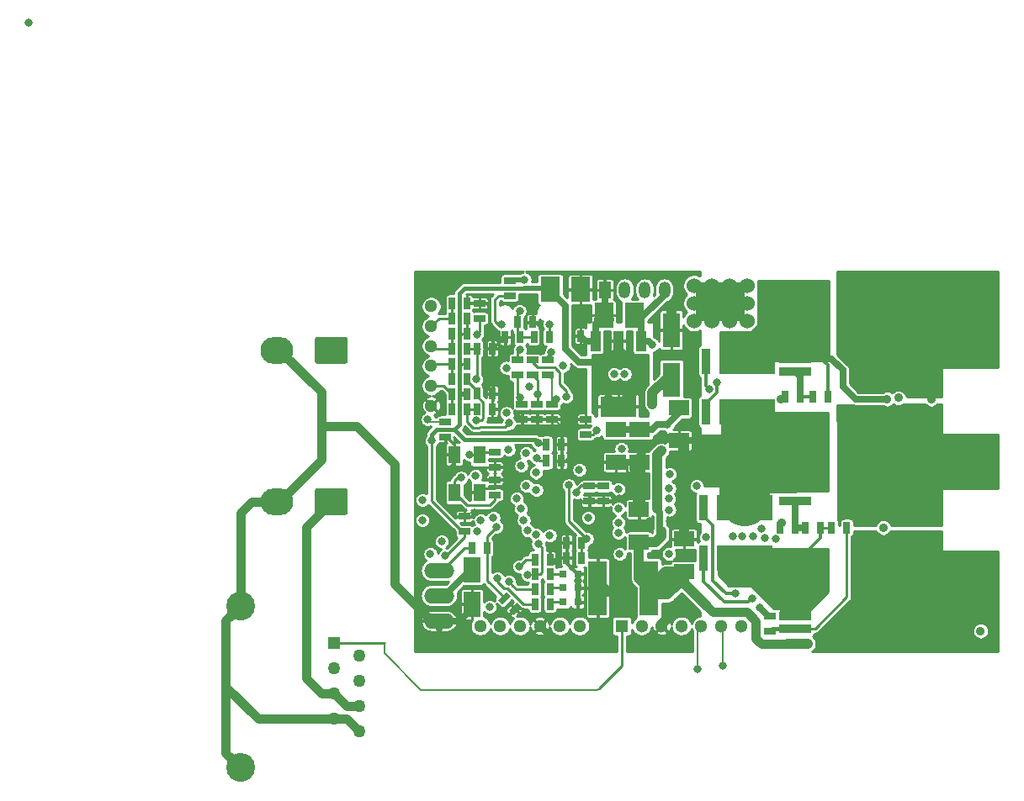
<source format=gbl>
G04 #@! TF.GenerationSoftware,KiCad,Pcbnew,(5.1.0)-1*
G04 #@! TF.CreationDate,2020-02-16T21:22:29+11:00*
G04 #@! TF.ProjectId,BLDC_4,424c4443-5f34-42e6-9b69-6361645f7063,A*
G04 #@! TF.SameCoordinates,Original*
G04 #@! TF.FileFunction,Copper,L4,Bot*
G04 #@! TF.FilePolarity,Positive*
%FSLAX46Y46*%
G04 Gerber Fmt 4.6, Leading zero omitted, Abs format (unit mm)*
G04 Created by KiCad (PCBNEW (5.1.0)-1) date 2020-02-16 21:22:29*
%MOMM*%
%LPD*%
G04 APERTURE LIST*
%ADD10C,2.895000*%
%ADD11C,1.268000*%
%ADD12R,1.268000X1.268000*%
%ADD13R,1.800860X3.500120*%
%ADD14C,1.300480*%
%ADD15O,1.198880X1.699260*%
%ADD16R,1.198880X1.699260*%
%ADD17R,0.889000X2.540000*%
%ADD18R,5.588000X2.540000*%
%ADD19R,1.699260X2.540000*%
%ADD20R,1.198880X1.800860*%
%ADD21O,3.048000X1.524000*%
%ADD22R,1.950720X2.499360*%
%ADD23R,1.849120X5.499100*%
%ADD24R,0.797560X0.797560*%
%ADD25R,5.000000X4.000000*%
%ADD26R,3.200400X0.899160*%
%ADD27R,8.150860X10.800080*%
%ADD28R,2.032000X1.524000*%
%ADD29R,0.635000X1.143000*%
%ADD30R,1.143000X0.635000*%
%ADD31R,1.016000X2.032000*%
%ADD32R,3.657600X2.032000*%
%ADD33R,1.300000X1.300000*%
%ADD34C,1.300000*%
%ADD35C,0.635000*%
%ADD36C,0.150000*%
%ADD37O,3.300000X2.700000*%
%ADD38C,2.700000*%
%ADD39C,0.800000*%
%ADD40C,0.889000*%
%ADD41C,1.524000*%
%ADD42C,0.635000*%
%ADD43C,0.508000*%
%ADD44C,0.254000*%
%ADD45C,0.203200*%
%ADD46C,0.304800*%
%ADD47C,1.016000*%
%ADD48C,1.270000*%
%ADD49C,5.080000*%
%ADD50C,2.286000*%
%ADD51C,0.889000*%
%ADD52C,0.406400*%
G04 APERTURE END LIST*
D10*
X22594999Y-75310001D03*
X22594999Y-91560001D03*
D11*
X34534999Y-87880001D03*
X31994999Y-86610001D03*
X34534999Y-85340001D03*
X31994999Y-84070001D03*
X34534999Y-82800001D03*
X31994999Y-81530001D03*
X34534999Y-80260001D03*
D12*
X31994999Y-78990001D03*
D13*
X65970000Y-47495640D03*
X65970000Y-52494360D03*
D14*
X41800000Y-45098740D03*
X41800000Y-47100260D03*
X41800000Y-55101260D03*
X41800000Y-53099740D03*
X41800000Y-51100760D03*
X41800000Y-49099240D03*
D15*
X65273740Y-43450000D03*
X61273240Y-43450000D03*
X63274760Y-43450000D03*
D16*
X59271720Y-43450000D03*
D14*
X52746760Y-77300000D03*
X50745240Y-77300000D03*
X48746260Y-77300000D03*
X46744740Y-77300000D03*
X54745740Y-77300000D03*
X56747260Y-77300000D03*
D17*
X69208500Y-70442000D03*
X69208500Y-65362000D03*
D18*
X73336000Y-70442000D03*
X73336000Y-65362000D03*
D17*
X69462500Y-55710000D03*
X69462500Y-50630000D03*
D18*
X73590000Y-55710000D03*
X73590000Y-50630000D03*
D19*
X45904000Y-75092740D03*
X45904000Y-71633260D03*
D20*
X44146320Y-63832920D03*
X46645680Y-63832920D03*
X46645680Y-60033080D03*
X44146320Y-60033080D03*
D21*
X42602000Y-76792000D03*
X42602000Y-74252000D03*
X42602000Y-71712000D03*
D22*
X56826000Y-43391000D03*
X53778000Y-43391000D03*
X59176000Y-46000000D03*
X62224000Y-46000000D03*
D23*
X63719560Y-73490000D03*
X58568440Y-73490000D03*
D24*
X56559300Y-74887000D03*
X55060700Y-74887000D03*
X56549300Y-73450000D03*
X55050700Y-73450000D03*
X56549300Y-72050000D03*
X55050700Y-72050000D03*
D25*
X70923000Y-44661000D03*
X73336000Y-60536000D03*
D26*
X78413460Y-69934000D03*
X78413460Y-71204000D03*
X78413460Y-72474000D03*
X78413460Y-75014000D03*
X78413460Y-76284000D03*
X78413460Y-77554000D03*
D27*
X89015420Y-73744000D03*
D26*
X78413460Y-57107000D03*
X78413460Y-58377000D03*
X78413460Y-59647000D03*
X78413460Y-62187000D03*
X78413460Y-63457000D03*
X78413460Y-64727000D03*
D27*
X89015420Y-60917000D03*
D26*
X78413460Y-44026000D03*
X78413460Y-45296000D03*
X78413460Y-46566000D03*
X78413460Y-49106000D03*
X78413460Y-50376000D03*
X78413460Y-51646000D03*
D27*
X89015420Y-47836000D03*
D28*
X62700000Y-68851000D03*
X62700000Y-65549000D03*
X67240000Y-71839000D03*
X67240000Y-68537000D03*
X66732000Y-58631000D03*
X66732000Y-55329000D03*
X62795000Y-60790000D03*
X62795000Y-57488000D03*
X60382000Y-60790000D03*
X60382000Y-57488000D03*
D29*
X52138000Y-48200000D03*
X53662000Y-48200000D03*
X50762000Y-48200000D03*
X49238000Y-48200000D03*
X45904000Y-69426000D03*
X47428000Y-69426000D03*
D30*
X49700000Y-42488000D03*
X49700000Y-44012000D03*
D29*
X45396000Y-46312000D03*
X43872000Y-46312000D03*
X45396000Y-49360000D03*
X43872000Y-49360000D03*
X45396000Y-52408000D03*
X43872000Y-52408000D03*
X45396000Y-55456000D03*
X43872000Y-55456000D03*
X45396000Y-53932000D03*
X43872000Y-53932000D03*
X45396000Y-50884000D03*
X43872000Y-50884000D03*
X45396000Y-47836000D03*
X43872000Y-47836000D03*
D30*
X57334000Y-57996000D03*
X57334000Y-56472000D03*
D29*
X52238000Y-72100000D03*
X53762000Y-72100000D03*
D30*
X50476000Y-52027000D03*
X50476000Y-50503000D03*
X50950000Y-54938000D03*
X50950000Y-56462000D03*
X52000000Y-52027000D03*
X52000000Y-50503000D03*
X52450000Y-54938000D03*
X52450000Y-56462000D03*
X75876000Y-76284000D03*
X75876000Y-77808000D03*
D29*
X83623000Y-67394000D03*
X82099000Y-67394000D03*
D30*
X53550000Y-52012000D03*
X53550000Y-50488000D03*
X53950000Y-54938000D03*
X53950000Y-56462000D03*
D29*
X76892000Y-67394000D03*
X78416000Y-67394000D03*
X79432000Y-67394000D03*
X80956000Y-67394000D03*
X52238000Y-75100000D03*
X53762000Y-75100000D03*
X52238000Y-73600000D03*
X53762000Y-73600000D03*
X77400000Y-54186000D03*
X78924000Y-54186000D03*
X80194000Y-54186000D03*
X81718000Y-54186000D03*
D30*
X46666000Y-44788000D03*
X46666000Y-46312000D03*
D31*
X58350000Y-48598000D03*
X62922000Y-48598000D03*
X60636000Y-48598000D03*
D32*
X60636000Y-55202000D03*
D33*
X60981440Y-77300000D03*
D34*
X64984480Y-77300000D03*
X62982960Y-77300000D03*
X66983460Y-77300000D03*
X68984980Y-77300000D03*
X70986500Y-77300000D03*
X72985480Y-77300000D03*
D30*
X59112000Y-64727000D03*
X59112000Y-63203000D03*
D29*
X56953000Y-70442000D03*
X55429000Y-70442000D03*
D30*
X48190000Y-62568000D03*
X48190000Y-64092000D03*
X43237000Y-56726000D03*
X43237000Y-58250000D03*
X45142000Y-67775000D03*
X45142000Y-66251000D03*
D29*
X56826000Y-48090000D03*
X55302000Y-48090000D03*
X56953000Y-68918000D03*
X55429000Y-68918000D03*
D30*
X57715000Y-64727000D03*
X57715000Y-63203000D03*
D29*
X54921000Y-60663000D03*
X53397000Y-60663000D03*
X53762000Y-70600000D03*
X52238000Y-70600000D03*
D30*
X48190000Y-61298000D03*
X48190000Y-59774000D03*
D29*
X53397000Y-59012000D03*
X54921000Y-59012000D03*
X47962000Y-49350000D03*
X46438000Y-49350000D03*
X47962000Y-53900000D03*
X46438000Y-53900000D03*
X47936000Y-55456000D03*
X46412000Y-55456000D03*
X43872000Y-44788000D03*
X45396000Y-44788000D03*
D35*
X49175185Y-74475185D03*
D36*
G36*
X49803803Y-74295580D02*
G01*
X48995580Y-75103803D01*
X48546567Y-74654790D01*
X49354790Y-73846567D01*
X49803803Y-74295580D01*
X49803803Y-74295580D01*
G37*
D35*
X50252815Y-75552815D03*
D36*
G36*
X50881433Y-75373210D02*
G01*
X50073210Y-76181433D01*
X49624197Y-75732420D01*
X50432420Y-74924197D01*
X50881433Y-75373210D01*
X50881433Y-75373210D01*
G37*
D29*
X50476000Y-46693000D03*
X52000000Y-46693000D03*
D37*
X26250000Y-64770000D03*
D36*
G36*
X33174503Y-63421204D02*
G01*
X33198772Y-63424804D01*
X33222570Y-63430765D01*
X33245670Y-63439030D01*
X33267849Y-63449520D01*
X33288892Y-63462133D01*
X33308598Y-63476748D01*
X33326776Y-63493224D01*
X33343252Y-63511402D01*
X33357867Y-63531108D01*
X33370480Y-63552151D01*
X33380970Y-63574330D01*
X33389235Y-63597430D01*
X33395196Y-63621228D01*
X33398796Y-63645497D01*
X33400000Y-63670001D01*
X33400000Y-65869999D01*
X33398796Y-65894503D01*
X33395196Y-65918772D01*
X33389235Y-65942570D01*
X33380970Y-65965670D01*
X33370480Y-65987849D01*
X33357867Y-66008892D01*
X33343252Y-66028598D01*
X33326776Y-66046776D01*
X33308598Y-66063252D01*
X33288892Y-66077867D01*
X33267849Y-66090480D01*
X33245670Y-66100970D01*
X33222570Y-66109235D01*
X33198772Y-66115196D01*
X33174503Y-66118796D01*
X33149999Y-66120000D01*
X30350001Y-66120000D01*
X30325497Y-66118796D01*
X30301228Y-66115196D01*
X30277430Y-66109235D01*
X30254330Y-66100970D01*
X30232151Y-66090480D01*
X30211108Y-66077867D01*
X30191402Y-66063252D01*
X30173224Y-66046776D01*
X30156748Y-66028598D01*
X30142133Y-66008892D01*
X30129520Y-65987849D01*
X30119030Y-65965670D01*
X30110765Y-65942570D01*
X30104804Y-65918772D01*
X30101204Y-65894503D01*
X30100000Y-65869999D01*
X30100000Y-63670001D01*
X30101204Y-63645497D01*
X30104804Y-63621228D01*
X30110765Y-63597430D01*
X30119030Y-63574330D01*
X30129520Y-63552151D01*
X30142133Y-63531108D01*
X30156748Y-63511402D01*
X30173224Y-63493224D01*
X30191402Y-63476748D01*
X30211108Y-63462133D01*
X30232151Y-63449520D01*
X30254330Y-63439030D01*
X30277430Y-63430765D01*
X30301228Y-63424804D01*
X30325497Y-63421204D01*
X30350001Y-63420000D01*
X33149999Y-63420000D01*
X33174503Y-63421204D01*
X33174503Y-63421204D01*
G37*
D38*
X31750000Y-64770000D03*
D36*
G36*
X33174503Y-48181204D02*
G01*
X33198772Y-48184804D01*
X33222570Y-48190765D01*
X33245670Y-48199030D01*
X33267849Y-48209520D01*
X33288892Y-48222133D01*
X33308598Y-48236748D01*
X33326776Y-48253224D01*
X33343252Y-48271402D01*
X33357867Y-48291108D01*
X33370480Y-48312151D01*
X33380970Y-48334330D01*
X33389235Y-48357430D01*
X33395196Y-48381228D01*
X33398796Y-48405497D01*
X33400000Y-48430001D01*
X33400000Y-50629999D01*
X33398796Y-50654503D01*
X33395196Y-50678772D01*
X33389235Y-50702570D01*
X33380970Y-50725670D01*
X33370480Y-50747849D01*
X33357867Y-50768892D01*
X33343252Y-50788598D01*
X33326776Y-50806776D01*
X33308598Y-50823252D01*
X33288892Y-50837867D01*
X33267849Y-50850480D01*
X33245670Y-50860970D01*
X33222570Y-50869235D01*
X33198772Y-50875196D01*
X33174503Y-50878796D01*
X33149999Y-50880000D01*
X30350001Y-50880000D01*
X30325497Y-50878796D01*
X30301228Y-50875196D01*
X30277430Y-50869235D01*
X30254330Y-50860970D01*
X30232151Y-50850480D01*
X30211108Y-50837867D01*
X30191402Y-50823252D01*
X30173224Y-50806776D01*
X30156748Y-50788598D01*
X30142133Y-50768892D01*
X30129520Y-50747849D01*
X30119030Y-50725670D01*
X30110765Y-50702570D01*
X30104804Y-50678772D01*
X30101204Y-50654503D01*
X30100000Y-50629999D01*
X30100000Y-48430001D01*
X30101204Y-48405497D01*
X30104804Y-48381228D01*
X30110765Y-48357430D01*
X30119030Y-48334330D01*
X30129520Y-48312151D01*
X30142133Y-48291108D01*
X30156748Y-48271402D01*
X30173224Y-48253224D01*
X30191402Y-48236748D01*
X30211108Y-48222133D01*
X30232151Y-48209520D01*
X30254330Y-48199030D01*
X30277430Y-48190765D01*
X30301228Y-48184804D01*
X30325497Y-48181204D01*
X30350001Y-48180000D01*
X33149999Y-48180000D01*
X33174503Y-48181204D01*
X33174503Y-48181204D01*
G37*
D38*
X31750000Y-49530000D03*
D37*
X26250000Y-49530000D03*
D39*
X1270000Y-16510000D03*
X61271000Y-51900000D03*
X60200000Y-51900000D03*
X51200000Y-42400000D03*
X64065000Y-48979000D03*
X60763000Y-64473000D03*
X46158000Y-65870000D03*
X54382994Y-70817006D03*
D40*
X68509988Y-53551000D03*
D39*
X63811000Y-66759000D03*
X65778416Y-66709331D03*
X43413482Y-61512630D03*
X56544032Y-72782385D03*
X56315782Y-54823218D03*
X59620000Y-73871000D03*
X60636000Y-73871000D03*
X62160000Y-61552000D03*
X55937000Y-60028000D03*
X61525000Y-62314000D03*
X50446706Y-56321003D03*
X57100000Y-43600000D03*
X52800000Y-49300000D03*
X47328655Y-53255293D03*
X47301000Y-51138000D03*
X66200000Y-44800000D03*
D41*
X75749000Y-56472000D03*
X74225000Y-56472000D03*
D39*
X47895501Y-47928238D03*
D41*
X75749000Y-57996000D03*
X74225000Y-57996000D03*
X72701000Y-56472000D03*
X72701000Y-57996000D03*
D39*
X46268515Y-62187000D03*
X41459000Y-56472000D03*
X45650000Y-60028000D03*
X50669565Y-71286870D03*
X52400000Y-60350000D03*
X56445000Y-63831698D03*
X55665747Y-63132231D03*
X57461000Y-68537000D03*
X64065000Y-54948000D03*
X64065000Y-53805000D03*
X44808094Y-62374925D03*
X58477000Y-57615000D03*
X48900000Y-46900000D03*
X51365000Y-59901000D03*
X50857000Y-61171000D03*
X47682000Y-75394988D03*
X51514883Y-72135117D03*
X52567107Y-69044996D03*
X59600000Y-54200000D03*
X49400000Y-55850000D03*
X41840000Y-58631000D03*
X56699000Y-61552000D03*
X52600000Y-58850000D03*
X43237751Y-70200501D03*
X68307589Y-74049589D03*
X79686000Y-79078000D03*
D41*
X68256000Y-43010000D03*
D39*
X78670000Y-79078000D03*
X53700000Y-46900000D03*
X65589000Y-74125000D03*
X65589000Y-56980000D03*
D41*
X71812000Y-46566000D03*
X73590000Y-46566000D03*
X73590000Y-44788000D03*
X73590000Y-43010000D03*
X71812000Y-44788000D03*
X71812000Y-43010000D03*
X70034000Y-43010000D03*
X70034000Y-44788000D03*
X70034000Y-46566000D03*
X68256000Y-46566000D03*
X68256000Y-44788000D03*
D39*
X64954000Y-59647000D03*
X77700000Y-79100000D03*
X40914180Y-64600000D03*
X50700000Y-45600000D03*
X48356262Y-67310799D03*
X68509988Y-63203000D03*
D41*
X92132000Y-73744000D03*
X90354000Y-73744000D03*
X92132000Y-75522000D03*
X90354000Y-75522000D03*
X92132000Y-69934000D03*
X90354000Y-69934000D03*
X92132000Y-71966000D03*
X90354000Y-71966000D03*
X88576000Y-69934000D03*
X88576000Y-71966000D03*
X88576000Y-73744000D03*
X88576000Y-75522000D03*
D39*
X53905000Y-49741000D03*
D41*
X97466000Y-74252000D03*
X97466000Y-72474000D03*
X97466000Y-70696000D03*
D39*
X75368000Y-68410000D03*
X55400000Y-54200000D03*
D41*
X88322000Y-56980000D03*
X88322000Y-58758000D03*
X88322000Y-60790000D03*
X88322000Y-62822000D03*
X90100000Y-62822000D03*
X90100000Y-60790000D03*
X90100000Y-58758000D03*
X91878000Y-60790000D03*
X91878000Y-62822000D03*
X91878000Y-56980000D03*
X91878000Y-58758000D03*
X90100000Y-56980000D03*
X97466000Y-59139000D03*
X97466000Y-60790000D03*
X97466000Y-62441000D03*
D39*
X74999734Y-67500000D03*
X50732522Y-49500000D03*
D41*
X88068000Y-44026000D03*
X88068000Y-45804000D03*
X88068000Y-47582000D03*
X88068000Y-49360000D03*
X89846000Y-49360000D03*
X89846000Y-47582000D03*
X89846000Y-45804000D03*
X89846000Y-44026000D03*
X91878000Y-44026000D03*
X91878000Y-45804000D03*
X91878000Y-47582000D03*
X91878000Y-49360000D03*
D40*
X92132000Y-54440000D03*
D41*
X97466000Y-46312000D03*
X97466000Y-48090000D03*
X97466000Y-49868000D03*
D39*
X65716000Y-64473000D03*
D40*
X75274943Y-71003411D03*
D39*
X72153657Y-68291353D03*
D40*
X87687000Y-54440000D03*
D39*
X50750000Y-54300000D03*
X41713000Y-70061000D03*
X52508000Y-53932000D03*
X42857150Y-68792150D03*
D40*
X97085000Y-77808000D03*
D39*
X65788603Y-62012291D03*
X74883178Y-75483130D03*
X65764639Y-63441730D03*
X54413000Y-54440000D03*
X40914180Y-66632000D03*
X76492783Y-68537509D03*
D40*
X87306000Y-67394000D03*
X77031720Y-66937763D03*
D39*
X65754799Y-65596601D03*
X65706383Y-70051383D03*
D40*
X88830000Y-54313000D03*
D39*
X69430780Y-68383273D03*
D40*
X77019000Y-54440000D03*
D39*
X73131096Y-68264351D03*
X69780000Y-53424000D03*
X74174399Y-68266323D03*
X70542000Y-52789000D03*
X74098000Y-74506000D03*
X72453302Y-74029780D03*
X60624717Y-63505015D03*
X53741489Y-68181969D03*
X52352639Y-68090994D03*
X60763000Y-70061000D03*
X51483242Y-67643484D03*
X60636000Y-67902000D03*
X60636000Y-66885996D03*
X51111000Y-66632000D03*
X51365000Y-63203000D03*
X60636000Y-65489000D03*
X60950000Y-59450000D03*
X49587000Y-59520000D03*
X52381000Y-63584000D03*
X57588000Y-66378000D03*
X51700000Y-53200000D03*
X52350000Y-61850000D03*
X49630467Y-56859398D03*
X46300000Y-56605312D03*
X46322574Y-52453446D03*
X55100000Y-51100000D03*
X49347710Y-51292526D03*
X48444000Y-72474000D03*
X49612133Y-72849234D03*
X46400000Y-47900000D03*
X46793000Y-66632000D03*
X50843780Y-65489000D03*
X68580000Y-81658391D03*
X50421418Y-64473000D03*
X71120000Y-81280000D03*
X46412000Y-67775000D03*
X48063000Y-66377992D03*
D42*
X65273740Y-43450000D02*
X65273740Y-43926260D01*
X65273740Y-43926260D02*
X63200000Y-46000000D01*
X63200000Y-46000000D02*
X62224000Y-46000000D01*
X62922000Y-48598000D02*
X62922000Y-46698000D01*
X62922000Y-46698000D02*
X62224000Y-46000000D01*
D43*
X49738000Y-42450000D02*
X51200000Y-42400000D01*
X49700000Y-42488000D02*
X49738000Y-42450000D01*
D42*
X62922000Y-48598000D02*
X62922000Y-45922000D01*
X43110000Y-74252000D02*
X42602000Y-74252000D01*
X45728740Y-71633260D02*
X43110000Y-74252000D01*
X45904000Y-71633260D02*
X45728740Y-71633260D01*
X63684000Y-48598000D02*
X64065000Y-48979000D01*
X62922000Y-48598000D02*
X63684000Y-48598000D01*
X62922000Y-48598000D02*
X62922000Y-47709000D01*
D44*
X60981440Y-81258560D02*
X60981440Y-77300000D01*
X58670001Y-83569999D02*
X60981440Y-81258560D01*
D45*
X58526598Y-83713402D02*
X40746598Y-83713402D01*
X58670001Y-83569999D02*
X58526598Y-83713402D01*
X37080001Y-80046805D02*
X37080001Y-78990001D01*
X40746598Y-83713402D02*
X37080001Y-80046805D01*
D44*
X31994999Y-78990001D02*
X37080001Y-78990001D01*
D46*
X59112000Y-64727000D02*
X60509000Y-64727000D01*
X60509000Y-64727000D02*
X60763000Y-64473000D01*
X57715000Y-64727000D02*
X59112000Y-64727000D01*
D44*
X46158000Y-66060500D02*
X46158000Y-65870000D01*
X45967500Y-66251000D02*
X46158000Y-66060500D01*
X45142000Y-66251000D02*
X45967500Y-66251000D01*
D46*
X54758000Y-70442000D02*
X54382994Y-70817006D01*
X55429000Y-70442000D02*
X54758000Y-70442000D01*
D42*
X53817309Y-70817006D02*
X54382994Y-70817006D01*
X53762000Y-70761697D02*
X53817309Y-70817006D01*
X53762000Y-70600000D02*
X53762000Y-70761697D01*
D46*
X68256000Y-58631000D02*
X68509988Y-58377012D01*
X68509988Y-54179617D02*
X68509988Y-53551000D01*
X68509988Y-58377012D02*
X68509988Y-54179617D01*
D42*
X66344101Y-66709331D02*
X65778416Y-66709331D01*
X67240000Y-66124000D02*
X66654669Y-66709331D01*
X66654669Y-66709331D02*
X66344101Y-66709331D01*
X66732000Y-58631000D02*
X66351000Y-58250000D01*
X66351000Y-58250000D02*
X64700000Y-58250000D01*
X64700000Y-58250000D02*
X62795000Y-60155000D01*
X62795000Y-60155000D02*
X62795000Y-60790000D01*
X68256000Y-58631000D02*
X68764000Y-58631000D01*
X68764000Y-58631000D02*
X70669000Y-60536000D01*
X70669000Y-60536000D02*
X73336000Y-60536000D01*
D47*
X64969240Y-77157760D02*
X64969240Y-77300000D01*
D42*
X42602000Y-77554000D02*
X42602000Y-76792000D01*
D44*
X50999575Y-75552815D02*
X52746760Y-77300000D01*
X50252815Y-75552815D02*
X50999575Y-75552815D01*
X44146320Y-60033080D02*
X44146320Y-60779792D01*
X44146320Y-60779792D02*
X43413482Y-61512630D01*
X52162000Y-46601000D02*
X52800000Y-47239000D01*
X52800000Y-47239000D02*
X52800000Y-49300000D01*
X52162000Y-46700000D02*
X52162000Y-46601000D01*
D46*
X56549300Y-72050000D02*
X56544032Y-72782385D01*
X56544032Y-72782385D02*
X56539300Y-73440000D01*
D43*
X76130000Y-58123000D02*
X74593300Y-58377000D01*
X74593300Y-58377000D02*
X74352000Y-58135700D01*
D44*
X62700000Y-65549000D02*
X62799000Y-65549000D01*
X48190000Y-62568000D02*
X48190000Y-63310000D01*
X48100000Y-63400000D02*
X47078600Y-63400000D01*
X48190000Y-63310000D02*
X48100000Y-63400000D01*
X47078600Y-63400000D02*
X46645680Y-63832920D01*
X48190000Y-61298000D02*
X48748000Y-61298000D01*
D42*
X59271720Y-43450000D02*
X59271720Y-45904280D01*
X59271720Y-45904280D02*
X59176000Y-46000000D01*
D44*
X57334000Y-55841436D02*
X56315782Y-54823218D01*
X57334000Y-56472000D02*
X57334000Y-55841436D01*
D42*
X58350000Y-48598000D02*
X58350000Y-46826000D01*
X58350000Y-46826000D02*
X59176000Y-46000000D01*
X58500000Y-46439000D02*
X59874000Y-46439000D01*
D47*
X60636000Y-73871000D02*
X59620000Y-73871000D01*
X59620000Y-73871000D02*
X59239000Y-73490000D01*
X58568440Y-73490000D02*
X59239000Y-73490000D01*
X67240000Y-68537000D02*
X67240000Y-66124000D01*
X67240000Y-66124000D02*
X67240000Y-59139000D01*
X67240000Y-59139000D02*
X66732000Y-58631000D01*
X67367000Y-75268000D02*
X66859000Y-75268000D01*
X66859000Y-75268000D02*
X64969240Y-77157760D01*
D42*
X61525000Y-60790000D02*
X60382000Y-60790000D01*
X62795000Y-60790000D02*
X61525000Y-60790000D01*
X62795000Y-60917000D02*
X62160000Y-61552000D01*
X62795000Y-60790000D02*
X62795000Y-60917000D01*
X54143760Y-78697000D02*
X52746760Y-77300000D01*
D44*
X50950000Y-56462000D02*
X52450000Y-56462000D01*
X52450000Y-56462000D02*
X53950000Y-56462000D01*
X48190000Y-61298000D02*
X48190000Y-62568000D01*
X55429000Y-70442000D02*
X55429000Y-68918000D01*
X54016760Y-76030000D02*
X52746760Y-77300000D01*
X56191000Y-76030000D02*
X54016760Y-76030000D01*
X56559300Y-75661700D02*
X56191000Y-76030000D01*
X56559300Y-74887000D02*
X56559300Y-75661700D01*
D42*
X57334000Y-48598000D02*
X56826000Y-48090000D01*
X58350000Y-48598000D02*
X57334000Y-48598000D01*
D44*
X54921000Y-59012000D02*
X54921000Y-60663000D01*
X57334000Y-56472000D02*
X53950000Y-56462000D01*
X55302000Y-60663000D02*
X55937000Y-60028000D01*
X54921000Y-60663000D02*
X55302000Y-60663000D01*
X61525000Y-62314000D02*
X61525000Y-60790000D01*
X59747000Y-60155000D02*
X60382000Y-60790000D01*
X54921000Y-60663000D02*
X54921000Y-61044000D01*
D43*
X56549300Y-73450000D02*
X56559300Y-74887000D01*
D44*
X45523000Y-44661000D02*
X45396000Y-44788000D01*
X44253000Y-66251000D02*
X42983000Y-64981000D01*
X42983000Y-64981000D02*
X42983000Y-61933000D01*
X42983000Y-61933000D02*
X43618000Y-61298000D01*
X43618000Y-61298000D02*
X48190000Y-61298000D01*
X45142000Y-66251000D02*
X44253000Y-66251000D01*
D48*
X62700000Y-60885000D02*
X62795000Y-60790000D01*
X62700000Y-65549000D02*
X62700000Y-60885000D01*
D42*
X68256000Y-58631000D02*
X66732000Y-58631000D01*
D44*
X50950000Y-56462000D02*
X50921142Y-56490858D01*
X50921142Y-56490858D02*
X50616561Y-56490858D01*
X50616561Y-56490858D02*
X50446706Y-56321003D01*
D45*
X54204000Y-56462000D02*
X53950000Y-56462000D01*
X54921000Y-57179000D02*
X54204000Y-56462000D01*
X54921000Y-59012000D02*
X54921000Y-57179000D01*
D48*
X56924000Y-43600000D02*
X56874000Y-43550000D01*
X57100000Y-43600000D02*
X56924000Y-43600000D01*
D44*
X49112000Y-48200000D02*
X47962000Y-49350000D01*
X49238000Y-48200000D02*
X49112000Y-48200000D01*
X47962000Y-55430000D02*
X47936000Y-55456000D01*
X47962000Y-53900000D02*
X47962000Y-55430000D01*
X47301000Y-53810500D02*
X47301000Y-51138000D01*
X47390500Y-53900000D02*
X47328655Y-53838155D01*
X47328655Y-53838155D02*
X47328655Y-53255293D01*
X47962000Y-53900000D02*
X47390500Y-53900000D01*
X47390500Y-53900000D02*
X47301000Y-53810500D01*
X47962000Y-49350000D02*
X47962000Y-50477000D01*
X47962000Y-50477000D02*
X47301000Y-51138000D01*
D46*
X56539300Y-73440000D02*
X56549300Y-73450000D01*
X55429000Y-70929700D02*
X56549300Y-72050000D01*
X55429000Y-70442000D02*
X55429000Y-70929700D01*
D49*
X73336000Y-60536000D02*
X73336000Y-64663500D01*
X74987000Y-60028000D02*
X73336000Y-60536000D01*
D42*
X78413460Y-63457000D02*
X78413460Y-62187000D01*
D50*
X74987000Y-62187000D02*
X73336000Y-60536000D01*
X78413460Y-62187000D02*
X74987000Y-62187000D01*
D44*
X78416000Y-58374460D02*
X78416000Y-58377000D01*
X78413460Y-58377000D02*
X78416000Y-58374460D01*
X78413460Y-57107000D02*
X78413460Y-58377000D01*
D47*
X72510500Y-61361500D02*
X73336000Y-60536000D01*
D42*
X73336000Y-60536000D02*
X73336000Y-60742290D01*
D48*
X74392319Y-55832127D02*
X75749000Y-56472000D01*
D44*
X44146320Y-59032320D02*
X44146320Y-60033080D01*
X43364000Y-58250000D02*
X44146320Y-59032320D01*
X43237000Y-58250000D02*
X43364000Y-58250000D01*
D42*
X44634000Y-76792000D02*
X42602000Y-76792000D01*
X45904000Y-75522000D02*
X44634000Y-76792000D01*
X45904000Y-75092740D02*
X45904000Y-75522000D01*
D44*
X47895501Y-49283501D02*
X47962000Y-49350000D01*
X47962000Y-47994737D02*
X47895501Y-47928238D01*
X47301000Y-44788000D02*
X46666000Y-44788000D01*
X47682000Y-47714737D02*
X47895501Y-47928238D01*
X47682000Y-45169000D02*
X47682000Y-47714737D01*
X47301000Y-44788000D02*
X47682000Y-45169000D01*
X47962000Y-49350000D02*
X47962000Y-47994737D01*
X46666000Y-44788000D02*
X45396000Y-44788000D01*
D47*
X74987000Y-62187000D02*
X73336000Y-60536000D01*
X77527000Y-59647000D02*
X74987000Y-62187000D01*
X78413460Y-59647000D02*
X77527000Y-59647000D01*
D51*
X75241000Y-63457000D02*
X73336000Y-65362000D01*
X78413460Y-63457000D02*
X75241000Y-63457000D01*
X73336000Y-65362000D02*
X74346920Y-65362000D01*
D45*
X75749000Y-57996000D02*
X75713440Y-58123000D01*
X75713440Y-58123000D02*
X76130000Y-58123000D01*
X74225000Y-58250000D02*
X74225000Y-57996000D01*
X75749000Y-57996000D02*
X74225000Y-58250000D01*
D47*
X65970000Y-45030000D02*
X66200000Y-44800000D01*
X65970000Y-45030000D02*
X65970000Y-47495640D01*
X65716000Y-47495640D02*
X65756640Y-47495640D01*
D42*
X65970000Y-48725000D02*
X65970000Y-47495640D01*
X65716000Y-48852000D02*
X65716000Y-47495640D01*
D51*
X26550000Y-64770000D02*
X26250000Y-64770000D01*
X30733596Y-60586404D02*
X26550000Y-64770000D01*
X30733596Y-57150000D02*
X30733596Y-60586404D01*
X26550000Y-49530000D02*
X26250000Y-49530000D01*
X30733596Y-57150000D02*
X30733596Y-53713596D01*
X30733596Y-53713596D02*
X26550000Y-49530000D01*
X22594999Y-73262927D02*
X22594999Y-75310001D01*
X22594999Y-65886001D02*
X22594999Y-73262927D01*
X23711000Y-64770000D02*
X22594999Y-65886001D01*
X26250000Y-64770000D02*
X23711000Y-64770000D01*
X21147500Y-90112502D02*
X22594999Y-91560001D01*
X22594999Y-75310001D02*
X21147500Y-76757500D01*
X21147500Y-83377500D02*
X21147500Y-90112502D01*
X21147500Y-76757500D02*
X21147500Y-83377500D01*
X33901000Y-87246002D02*
X34534999Y-87880001D01*
X33264999Y-86610001D02*
X33901000Y-87246002D01*
X24380001Y-86610001D02*
X33264999Y-86610001D01*
X21147500Y-83377500D02*
X24380001Y-86610001D01*
X41840000Y-76792000D02*
X38100000Y-73052000D01*
X42602000Y-76792000D02*
X41840000Y-76792000D01*
X38100000Y-60960000D02*
X34290000Y-57150000D01*
X38100000Y-73052000D02*
X38100000Y-60960000D01*
X34290000Y-57150000D02*
X30733596Y-57150000D01*
D45*
X41459000Y-56472000D02*
X41713000Y-56726000D01*
X41713000Y-56726000D02*
X43237000Y-56726000D01*
D44*
X46904760Y-59774000D02*
X46645680Y-60033080D01*
X48190000Y-59774000D02*
X46904760Y-59774000D01*
X46640600Y-60028000D02*
X46645680Y-60033080D01*
X45650000Y-60028000D02*
X46640600Y-60028000D01*
X52238000Y-70600000D02*
X51356435Y-70600000D01*
X51069564Y-70886871D02*
X50669565Y-71286870D01*
X51356435Y-70600000D02*
X51069564Y-70886871D01*
X52400000Y-60350000D02*
X52713000Y-60663000D01*
X52713000Y-60663000D02*
X53397000Y-60663000D01*
D46*
X59112000Y-63203000D02*
X57715000Y-63203000D01*
X56445000Y-63831698D02*
X56445000Y-63711000D01*
X56445000Y-63711000D02*
X56953000Y-63203000D01*
X56953000Y-63203000D02*
X57715000Y-63203000D01*
D44*
X57461000Y-68537000D02*
X55665747Y-66741747D01*
X55665747Y-63697916D02*
X55665747Y-63132231D01*
X55665747Y-66741747D02*
X55665747Y-63697916D01*
X56953000Y-68918000D02*
X56953000Y-70442000D01*
X57461000Y-68537000D02*
X57080000Y-68918000D01*
X57080000Y-68918000D02*
X56953000Y-68918000D01*
D47*
X65970000Y-52494360D02*
X65375640Y-52494360D01*
X65375640Y-52494360D02*
X64065000Y-53805000D01*
X64065000Y-53805000D02*
X64065000Y-54948000D01*
D44*
X44146320Y-62678490D02*
X44449885Y-62374925D01*
X44146320Y-63832920D02*
X44146320Y-62678490D01*
X44449885Y-62374925D02*
X44808094Y-62374925D01*
X48190000Y-64600000D02*
X47682000Y-65108000D01*
X45421400Y-65108000D02*
X44146320Y-63832920D01*
X47682000Y-65108000D02*
X45421400Y-65108000D01*
X48190000Y-64092000D02*
X48190000Y-64600000D01*
X53975000Y-74887000D02*
X53762000Y-75100000D01*
X55060700Y-74887000D02*
X53975000Y-74887000D01*
X55050700Y-73450000D02*
X53912000Y-73450000D01*
X53912000Y-73450000D02*
X53762000Y-73600000D01*
X83623000Y-67394000D02*
X83623000Y-74379000D01*
X80448000Y-77554000D02*
X78413460Y-77554000D01*
X83623000Y-74379000D02*
X80448000Y-77554000D01*
D52*
X76130000Y-77554000D02*
X75876000Y-77808000D01*
X78413460Y-77554000D02*
X76130000Y-77554000D01*
D42*
X79432000Y-67394000D02*
X78416000Y-67394000D01*
X78416000Y-64729540D02*
X78413460Y-64727000D01*
X78416000Y-67394000D02*
X78416000Y-64729540D01*
D46*
X80194000Y-54186000D02*
X78924000Y-54186000D01*
D42*
X78924000Y-52156540D02*
X78413460Y-51646000D01*
X78924000Y-54186000D02*
X78924000Y-52156540D01*
D44*
X58477000Y-57615000D02*
X58096000Y-57996000D01*
X58096000Y-57996000D02*
X57334000Y-57996000D01*
X49700000Y-44050000D02*
X49700000Y-44012000D01*
X48524000Y-46900000D02*
X48190000Y-46566000D01*
X48190000Y-46566000D02*
X48190000Y-44407000D01*
X48190000Y-44407000D02*
X48585000Y-44012000D01*
X48585000Y-44012000D02*
X49700000Y-44012000D01*
X48900000Y-46900000D02*
X48524000Y-46900000D01*
X52967106Y-69444995D02*
X52567107Y-69044996D01*
X52967106Y-71942394D02*
X52967106Y-69444995D01*
X52238000Y-72100000D02*
X52809500Y-72100000D01*
X52809500Y-72100000D02*
X52967106Y-71942394D01*
X41840000Y-58631000D02*
X41840000Y-64727000D01*
X41840000Y-64727000D02*
X44888000Y-67775000D01*
X44888000Y-67775000D02*
X45142000Y-67775000D01*
D43*
X45396000Y-53932000D02*
X44961000Y-53932000D01*
X51200000Y-43264000D02*
X53540000Y-43264000D01*
D42*
X60636000Y-55202000D02*
X60602000Y-55202000D01*
X60602000Y-55202000D02*
X59600000Y-54200000D01*
X55302000Y-48090000D02*
X55302000Y-45026000D01*
X59304500Y-50695500D02*
X60636000Y-49364000D01*
X60636000Y-49364000D02*
X60636000Y-48598000D01*
D52*
X45142000Y-43264000D02*
X51200000Y-43264000D01*
D44*
X44888000Y-50884000D02*
X45396000Y-50884000D01*
X45596000Y-53932000D02*
X44961000Y-53932000D01*
X44888000Y-47836000D02*
X45396000Y-47836000D01*
X45396000Y-46312000D02*
X45396000Y-47836000D01*
X53397000Y-59012000D02*
X52727000Y-58977000D01*
D47*
X62500000Y-51400000D02*
X62500000Y-53338000D01*
X62500000Y-53338000D02*
X60636000Y-55202000D01*
X60636000Y-49536000D02*
X62500000Y-51400000D01*
X60636000Y-48598000D02*
X60636000Y-49536000D01*
D52*
X41840000Y-58631000D02*
X41840000Y-57996000D01*
D44*
X52727000Y-58977000D02*
X52600000Y-58850000D01*
D52*
X41840000Y-57996000D02*
X42348000Y-57488000D01*
X45142000Y-43264000D02*
X44634000Y-43772000D01*
D44*
X44634000Y-51138000D02*
X44888000Y-50884000D01*
D52*
X44634000Y-51138000D02*
X44634000Y-48090000D01*
D44*
X44634000Y-48090000D02*
X44888000Y-47836000D01*
D52*
X44634000Y-43772000D02*
X44634000Y-48090000D01*
X42348000Y-57488000D02*
X44126000Y-57488000D01*
X44126000Y-57488000D02*
X44634000Y-56980000D01*
D44*
X44634000Y-53805000D02*
X44634000Y-51138000D01*
D52*
X44634000Y-53932000D02*
X44634000Y-53805000D01*
X44634000Y-56980000D02*
X44634000Y-53932000D01*
X44634000Y-53932000D02*
X44634000Y-51138000D01*
D44*
X44961000Y-53932000D02*
X44634000Y-53805000D01*
D43*
X53540000Y-43264000D02*
X53826000Y-43550000D01*
D42*
X55302000Y-45026000D02*
X53826000Y-43550000D01*
D52*
X45123001Y-58485001D02*
X52235001Y-58485001D01*
X44126000Y-57488000D02*
X45123001Y-58485001D01*
X52235001Y-58485001D02*
X52600000Y-58850000D01*
D44*
X45142000Y-68346500D02*
X43287999Y-70200501D01*
X43287999Y-70200501D02*
X43237751Y-70200501D01*
X45142000Y-67775000D02*
X45142000Y-68346500D01*
D42*
X56637500Y-50695500D02*
X55302000Y-49360000D01*
X55302000Y-49360000D02*
X55302000Y-48090000D01*
X59304500Y-50695500D02*
X56637500Y-50695500D01*
D47*
X68307589Y-74049589D02*
X69526000Y-75268000D01*
X67240000Y-72982000D02*
X68307589Y-74049589D01*
X65335000Y-73236000D02*
X65081000Y-73490000D01*
X65081000Y-73490000D02*
X63719560Y-73490000D01*
X66732000Y-71839000D02*
X65335000Y-73236000D01*
X67240000Y-71839000D02*
X66732000Y-71839000D01*
X65589000Y-74125000D02*
X66732000Y-72982000D01*
X66732000Y-72982000D02*
X67240000Y-72982000D01*
X78670000Y-79078000D02*
X79686000Y-79078000D01*
X77700000Y-79100000D02*
X78648000Y-79100000D01*
X78648000Y-79100000D02*
X78670000Y-79078000D01*
D51*
X77700000Y-79100000D02*
X75009000Y-79100000D01*
X75009000Y-79100000D02*
X74479000Y-78570000D01*
X74479000Y-78570000D02*
X74479000Y-76792000D01*
X74479000Y-76792000D02*
X73590000Y-75903000D01*
X73590000Y-75903000D02*
X70161000Y-75903000D01*
X70161000Y-75903000D02*
X69526000Y-75268000D01*
D47*
X67240000Y-71839000D02*
X67240000Y-72982000D01*
D42*
X64573000Y-65616000D02*
X64827000Y-65870000D01*
X64827000Y-65870000D02*
X64827000Y-67656699D01*
X64827000Y-67656699D02*
X64945301Y-67775000D01*
X62795000Y-57488000D02*
X64065000Y-57488000D01*
X64065000Y-57488000D02*
X64573000Y-56980000D01*
X64573000Y-56980000D02*
X65589000Y-56980000D01*
D47*
X64945301Y-67775000D02*
X64945301Y-68256699D01*
X64945301Y-68256699D02*
X64351000Y-68851000D01*
X64351000Y-68851000D02*
X62700000Y-68851000D01*
X64554001Y-65489000D02*
X64554001Y-60046999D01*
X64554001Y-60046999D02*
X64954000Y-59647000D01*
D42*
X64351000Y-68851000D02*
X62700000Y-68851000D01*
X64954000Y-59647000D02*
X64554001Y-60046999D01*
X64945301Y-68256699D02*
X64351000Y-68851000D01*
D44*
X53700000Y-46900000D02*
X53662000Y-46938000D01*
X53662000Y-46938000D02*
X53662000Y-48200000D01*
D47*
X65589000Y-74125000D02*
X64354560Y-74125000D01*
X64354560Y-74125000D02*
X63719560Y-73490000D01*
X64430758Y-74201198D02*
X63719560Y-73490000D01*
D42*
X66732000Y-55837000D02*
X66732000Y-55329000D01*
D47*
X67240000Y-71839000D02*
X65370560Y-71839000D01*
X65370560Y-71839000D02*
X63719560Y-73490000D01*
X62700000Y-68851000D02*
X62700000Y-72470440D01*
X62700000Y-72470440D02*
X63719560Y-73490000D01*
D42*
X62795000Y-57488000D02*
X60382000Y-57488000D01*
X65589000Y-56980000D02*
X66732000Y-55837000D01*
X71812000Y-43010000D02*
X71812000Y-44788000D01*
X70034000Y-44788000D02*
X70034000Y-43010000D01*
D44*
X52138000Y-48200000D02*
X50762000Y-48200000D01*
X50680000Y-45600000D02*
X50476000Y-45804000D01*
X50476000Y-45804000D02*
X50476000Y-46693000D01*
X50700000Y-45600000D02*
X50680000Y-45600000D01*
X50476000Y-47582000D02*
X50476000Y-46693000D01*
X50762000Y-47868000D02*
X50476000Y-47582000D01*
X50762000Y-48200000D02*
X50762000Y-47868000D01*
X47956263Y-67710798D02*
X48356262Y-67310799D01*
X47428000Y-69426000D02*
X47428000Y-68239061D01*
X47428000Y-68239061D02*
X47956263Y-67710798D01*
X47428000Y-72728000D02*
X47428000Y-70251500D01*
X47428000Y-70251500D02*
X47428000Y-69426000D01*
X49175185Y-74475185D02*
X47428000Y-72728000D01*
D42*
X92132000Y-73744000D02*
X90354000Y-73744000D01*
X90608000Y-75268000D02*
X92132000Y-75522000D01*
X90354000Y-75522000D02*
X90608000Y-75268000D01*
X92132000Y-69934000D02*
X91878000Y-69680000D01*
X91878000Y-69680000D02*
X90354000Y-69934000D01*
X90608000Y-72220000D02*
X92132000Y-71966000D01*
X90354000Y-71966000D02*
X90608000Y-72220000D01*
X88576000Y-69934000D02*
X88576000Y-71966000D01*
X88576000Y-73744000D02*
X88576000Y-75522000D01*
D44*
X53524000Y-50122000D02*
X53905000Y-49741000D01*
X53550000Y-50488000D02*
X53524000Y-50122000D01*
D45*
X97466000Y-70696000D02*
X97466000Y-72474000D01*
D44*
X52550000Y-51250000D02*
X54266335Y-51250000D01*
X54700000Y-52934315D02*
X54700000Y-51724358D01*
X54700000Y-51724358D02*
X54266335Y-51290693D01*
X54266335Y-51290693D02*
X54266335Y-51250000D01*
X55400000Y-54200000D02*
X55400000Y-53634315D01*
X55400000Y-53634315D02*
X54700000Y-52934315D01*
X52000000Y-50700000D02*
X52550000Y-51250000D01*
D42*
X88322000Y-56980000D02*
X88761420Y-60917000D01*
X88576000Y-59012000D02*
X88322000Y-58758000D01*
X88322000Y-60790000D02*
X88576000Y-59012000D01*
X90100000Y-62822000D02*
X88322000Y-62822000D01*
X90100000Y-58758000D02*
X90100000Y-60790000D01*
X91878000Y-58054420D02*
X91878000Y-56980000D01*
X88761420Y-60917000D02*
X91878000Y-58054420D01*
X91878000Y-58758000D02*
X91878000Y-57234000D01*
X91878000Y-57234000D02*
X90100000Y-56980000D01*
X91878000Y-62822000D02*
X91878000Y-60790000D01*
D44*
X52000000Y-50503000D02*
X52000000Y-50700000D01*
D45*
X97466000Y-62441000D02*
X97466000Y-60790000D01*
D44*
X50476000Y-49756522D02*
X50476000Y-50503000D01*
X50476000Y-49756522D02*
X50732522Y-49500000D01*
D43*
X89338000Y-44026000D02*
X89015420Y-47836000D01*
X89084000Y-43772000D02*
X89338000Y-44026000D01*
X88068000Y-44026000D02*
X89084000Y-43772000D01*
X87814000Y-46058000D02*
X88068000Y-45804000D01*
X88068000Y-47582000D02*
X87814000Y-46058000D01*
X89846000Y-49360000D02*
X88068000Y-49360000D01*
X89846000Y-45804000D02*
X89846000Y-47582000D01*
X91878000Y-44026000D02*
X89846000Y-44026000D01*
X91878000Y-47582000D02*
X91878000Y-45804000D01*
X90793420Y-49614000D02*
X91878000Y-49360000D01*
X89015420Y-47836000D02*
X90793420Y-49614000D01*
D45*
X97466000Y-49868000D02*
X97466000Y-48090000D01*
D44*
X82099000Y-67394000D02*
X80956000Y-67394000D01*
D46*
X73463000Y-71267500D02*
X73336000Y-71140500D01*
D50*
X78413460Y-72474000D02*
X78413460Y-75014000D01*
X78413460Y-71204000D02*
X78413460Y-72474000D01*
X78349960Y-71140500D02*
X78413460Y-71204000D01*
X73336000Y-71140500D02*
X78349960Y-71140500D01*
D46*
X80956000Y-68410000D02*
X79432000Y-69934000D01*
X79432000Y-69934000D02*
X78413460Y-69934000D01*
X80956000Y-67394000D02*
X80956000Y-68410000D01*
D42*
X78413460Y-76284000D02*
X77654000Y-76284000D01*
X73473089Y-71003411D02*
X74646326Y-71003411D01*
X73336000Y-71140500D02*
X73473089Y-71003411D01*
X74646326Y-71003411D02*
X75274943Y-71003411D01*
D50*
X78413460Y-75014000D02*
X78413460Y-74750814D01*
X78413460Y-74750814D02*
X76517646Y-72855000D01*
X76517646Y-72855000D02*
X76257000Y-72855000D01*
D48*
X73336000Y-71140500D02*
X74542500Y-71140500D01*
X74542500Y-71140500D02*
X76257000Y-72855000D01*
D43*
X77273000Y-75649000D02*
X77778460Y-75649000D01*
X77778460Y-75649000D02*
X78413460Y-75014000D01*
X77908000Y-76284000D02*
X77273000Y-75649000D01*
X78413460Y-76284000D02*
X77908000Y-76284000D01*
D42*
X74034500Y-50376000D02*
X73590000Y-49931500D01*
X78413460Y-50376000D02*
X74034500Y-50376000D01*
D46*
X81718000Y-51011000D02*
X81718000Y-54186000D01*
X81083000Y-50376000D02*
X81718000Y-51011000D01*
X78413460Y-50376000D02*
X81083000Y-50376000D01*
D42*
X82099000Y-50376000D02*
X78413460Y-50376000D01*
X83242000Y-51519000D02*
X82099000Y-50376000D01*
X83242000Y-53170000D02*
X83242000Y-51519000D01*
X84512000Y-54440000D02*
X83242000Y-53170000D01*
X87687000Y-54440000D02*
X84512000Y-54440000D01*
D44*
X50750000Y-54300000D02*
X50950000Y-54938000D01*
X50476000Y-54026000D02*
X50750000Y-54300000D01*
X50476000Y-52027000D02*
X50476000Y-54026000D01*
X52508000Y-52535000D02*
X52508000Y-53932000D01*
X52000000Y-52027000D02*
X52508000Y-52535000D01*
X52508000Y-54880000D02*
X52450000Y-54938000D01*
X52508000Y-53932000D02*
X52508000Y-54880000D01*
D42*
X75876000Y-76284000D02*
X75684048Y-76284000D01*
X75283177Y-75883129D02*
X74883178Y-75483130D01*
X75684048Y-76284000D02*
X75283177Y-75883129D01*
D44*
X54331000Y-54938000D02*
X53950000Y-54938000D01*
X54413000Y-54440000D02*
X54331000Y-54938000D01*
D45*
X53950000Y-52412000D02*
X53550000Y-52012000D01*
X53950000Y-54938000D02*
X53950000Y-52412000D01*
D42*
X76967237Y-66937763D02*
X77031720Y-66937763D01*
X76892000Y-67013000D02*
X76967237Y-66937763D01*
D46*
X77344288Y-54440000D02*
X77019000Y-54440000D01*
X77400000Y-54186000D02*
X77344288Y-54440000D01*
X69462500Y-50630000D02*
X69462500Y-53106500D01*
X69462500Y-53106500D02*
X69780000Y-53424000D01*
X69399000Y-51519000D02*
X69462500Y-50820500D01*
X69462500Y-50820500D02*
X69462500Y-49931500D01*
D44*
X69462500Y-51455500D02*
X69399000Y-51519000D01*
X69462500Y-49931500D02*
X69462500Y-51455500D01*
D46*
X70542000Y-52789000D02*
X70542000Y-53805000D01*
X70542000Y-53805000D02*
X69462500Y-54884500D01*
X69462500Y-54884500D02*
X69462500Y-55710000D01*
D44*
X69462500Y-56408500D02*
X69462500Y-55633800D01*
D46*
X69208500Y-70442000D02*
X69208500Y-72791500D01*
X69208500Y-72791500D02*
X71322999Y-74905999D01*
X71322999Y-74905999D02*
X73698001Y-74905999D01*
X73698001Y-74905999D02*
X74098000Y-74506000D01*
X69208500Y-65362000D02*
X69208500Y-66187500D01*
X69208500Y-66187500D02*
X70161000Y-67140000D01*
X70161000Y-67140000D02*
X70161000Y-72728000D01*
X70161000Y-72728000D02*
X71462780Y-74029780D01*
X71462780Y-74029780D02*
X72453302Y-74029780D01*
D44*
X43872000Y-44788000D02*
X43872000Y-46312000D01*
X42588260Y-46312000D02*
X41800000Y-47100260D01*
X43872000Y-46312000D02*
X42588260Y-46312000D01*
X46412000Y-55456000D02*
X45396000Y-55456000D01*
X45999287Y-57310113D02*
X45396000Y-56706826D01*
X46638305Y-57310113D02*
X45999287Y-57310113D01*
X46689021Y-57259397D02*
X46638305Y-57310113D01*
X49230468Y-57259397D02*
X46689021Y-57259397D01*
X49630467Y-56859398D02*
X49230468Y-57259397D01*
X45396000Y-56706826D02*
X45396000Y-55456000D01*
X47050000Y-54766000D02*
X47050000Y-56420997D01*
X46438000Y-54154000D02*
X47050000Y-54766000D01*
X46438000Y-53900000D02*
X46438000Y-54154000D01*
X47050000Y-56420997D02*
X46865685Y-56605312D01*
X46865685Y-56605312D02*
X47050000Y-56420997D01*
X46300000Y-56605312D02*
X46865685Y-56605312D01*
X46438000Y-53646000D02*
X45396000Y-52604000D01*
X45396000Y-52604000D02*
X45396000Y-52408000D01*
X46438000Y-53900000D02*
X46438000Y-53646000D01*
X46638000Y-49350000D02*
X45596000Y-49360000D01*
X46438000Y-52338020D02*
X46322574Y-52453446D01*
X46438000Y-49350000D02*
X46438000Y-52338020D01*
X55050700Y-72050000D02*
X53812000Y-72050000D01*
X53812000Y-72050000D02*
X53762000Y-72100000D01*
X43633240Y-49121240D02*
X43872000Y-49360000D01*
X43872000Y-49360000D02*
X43872000Y-47836000D01*
X42060760Y-49360000D02*
X41800000Y-49099240D01*
X43872000Y-49360000D02*
X42060760Y-49360000D01*
X43633240Y-51122760D02*
X43872000Y-50884000D01*
X43872000Y-50884000D02*
X43872000Y-52408000D01*
X42016760Y-50884000D02*
X41800000Y-51100760D01*
X43872000Y-50884000D02*
X42016760Y-50884000D01*
X43061740Y-53121740D02*
X43872000Y-53932000D01*
X41800000Y-53099740D02*
X43061740Y-53121740D01*
X43872000Y-55456000D02*
X43872000Y-53932000D01*
X52238000Y-75100000D02*
X51039292Y-75100000D01*
X51039292Y-75100000D02*
X49481049Y-73541757D01*
X49481049Y-73541757D02*
X49130757Y-73541757D01*
X49130757Y-73541757D02*
X48444000Y-72855000D01*
X48444000Y-72855000D02*
X48444000Y-72474000D01*
X52238000Y-73600000D02*
X50362899Y-73600000D01*
X50012132Y-73249233D02*
X49612133Y-72849234D01*
X50362899Y-73600000D02*
X50012132Y-73249233D01*
X46666000Y-47634000D02*
X46400000Y-47900000D01*
X46666000Y-46312000D02*
X46666000Y-47634000D01*
D51*
X33264999Y-85340001D02*
X31994999Y-84070001D01*
X34534999Y-85340001D02*
X33264999Y-85340001D01*
X31994999Y-84070001D02*
X30730001Y-84070001D01*
X30730001Y-84070001D02*
X29210000Y-82550000D01*
X29210000Y-67310000D02*
X31750000Y-64770000D01*
X29210000Y-82550000D02*
X29210000Y-67310000D01*
D52*
X68700000Y-77300000D02*
X68969740Y-77300000D01*
D45*
X68580000Y-77704980D02*
X68984980Y-77300000D01*
X68580000Y-81658391D02*
X68580000Y-77704980D01*
X71120000Y-77433500D02*
X70986500Y-77300000D01*
X71120000Y-81280000D02*
X71120000Y-77433500D01*
D44*
X42856000Y-71712000D02*
X42602000Y-71712000D01*
X45142000Y-69426000D02*
X42856000Y-71712000D01*
X45904000Y-69426000D02*
X45142000Y-69426000D01*
G36*
X67709848Y-74709084D02*
G01*
X67709854Y-74709089D01*
X68877452Y-75876687D01*
X68877027Y-76270275D01*
X68684248Y-76308620D01*
X68496618Y-76386339D01*
X68327756Y-76499170D01*
X68184150Y-76642776D01*
X68071319Y-76811638D01*
X67993600Y-76999268D01*
X67984220Y-77046425D01*
X67974840Y-76999268D01*
X67897121Y-76811638D01*
X67784290Y-76642776D01*
X67640684Y-76499170D01*
X67471822Y-76386339D01*
X67284192Y-76308620D01*
X67085005Y-76269000D01*
X66881915Y-76269000D01*
X66682728Y-76308620D01*
X66495098Y-76386339D01*
X66326236Y-76499170D01*
X66182630Y-76642776D01*
X66069799Y-76811638D01*
X65992080Y-76999268D01*
X65957273Y-77174259D01*
X65951824Y-77114643D01*
X65897075Y-76929485D01*
X65807255Y-76758566D01*
X65799563Y-76747052D01*
X65644624Y-76684758D01*
X65029381Y-77300000D01*
X65644624Y-77915242D01*
X65799563Y-77852948D01*
X65891776Y-77683308D01*
X65949123Y-77498938D01*
X65956998Y-77424359D01*
X65992080Y-77600732D01*
X66069799Y-77788362D01*
X66182630Y-77957224D01*
X66326236Y-78100830D01*
X66495098Y-78213661D01*
X66682728Y-78291380D01*
X66881915Y-78331000D01*
X67085005Y-78331000D01*
X67284192Y-78291380D01*
X67471822Y-78213661D01*
X67640684Y-78100830D01*
X67784290Y-77957224D01*
X67897121Y-77788362D01*
X67974840Y-77600732D01*
X67984220Y-77553575D01*
X67993600Y-77600732D01*
X68071319Y-77788362D01*
X68097401Y-77827396D01*
X68097400Y-79873000D01*
X61489440Y-79873000D01*
X61489440Y-78332843D01*
X61631440Y-78332843D01*
X61706129Y-78325487D01*
X61777948Y-78303701D01*
X61844136Y-78268322D01*
X61902151Y-78220711D01*
X61949762Y-78162696D01*
X61985141Y-78096508D01*
X62006927Y-78024689D01*
X62014283Y-77950000D01*
X62014283Y-77655542D01*
X62069299Y-77788362D01*
X62182130Y-77957224D01*
X62325736Y-78100830D01*
X62494598Y-78213661D01*
X62682228Y-78291380D01*
X62881415Y-78331000D01*
X63084505Y-78331000D01*
X63283692Y-78291380D01*
X63471322Y-78213661D01*
X63640184Y-78100830D01*
X63780870Y-77960144D01*
X64369238Y-77960144D01*
X64431532Y-78115083D01*
X64601172Y-78207296D01*
X64785542Y-78264643D01*
X64977557Y-78284918D01*
X65169837Y-78267344D01*
X65354995Y-78212595D01*
X65525914Y-78122775D01*
X65537428Y-78115083D01*
X65599722Y-77960144D01*
X64984480Y-77344901D01*
X64369238Y-77960144D01*
X63780870Y-77960144D01*
X63783790Y-77957224D01*
X63896621Y-77788362D01*
X63974340Y-77600732D01*
X64010888Y-77416992D01*
X64017136Y-77485357D01*
X64071885Y-77670515D01*
X64161705Y-77841434D01*
X64169397Y-77852948D01*
X64324336Y-77915242D01*
X64939579Y-77300000D01*
X64925436Y-77285858D01*
X64970338Y-77240956D01*
X64984480Y-77255099D01*
X65599722Y-76639856D01*
X65537428Y-76484917D01*
X65367788Y-76392704D01*
X65183418Y-76335357D01*
X65018484Y-76317941D01*
X65019607Y-76314239D01*
X65026963Y-76239550D01*
X65026963Y-75014000D01*
X65545340Y-75014000D01*
X65589000Y-75018300D01*
X65632660Y-75014000D01*
X65632667Y-75014000D01*
X65763274Y-75001136D01*
X65930851Y-74950303D01*
X66085291Y-74867753D01*
X66220659Y-74756659D01*
X66248499Y-74722736D01*
X66986000Y-73985236D01*
X67709848Y-74709084D01*
X67709848Y-74709084D01*
G37*
X67709848Y-74709084D02*
X67709854Y-74709089D01*
X68877452Y-75876687D01*
X68877027Y-76270275D01*
X68684248Y-76308620D01*
X68496618Y-76386339D01*
X68327756Y-76499170D01*
X68184150Y-76642776D01*
X68071319Y-76811638D01*
X67993600Y-76999268D01*
X67984220Y-77046425D01*
X67974840Y-76999268D01*
X67897121Y-76811638D01*
X67784290Y-76642776D01*
X67640684Y-76499170D01*
X67471822Y-76386339D01*
X67284192Y-76308620D01*
X67085005Y-76269000D01*
X66881915Y-76269000D01*
X66682728Y-76308620D01*
X66495098Y-76386339D01*
X66326236Y-76499170D01*
X66182630Y-76642776D01*
X66069799Y-76811638D01*
X65992080Y-76999268D01*
X65957273Y-77174259D01*
X65951824Y-77114643D01*
X65897075Y-76929485D01*
X65807255Y-76758566D01*
X65799563Y-76747052D01*
X65644624Y-76684758D01*
X65029381Y-77300000D01*
X65644624Y-77915242D01*
X65799563Y-77852948D01*
X65891776Y-77683308D01*
X65949123Y-77498938D01*
X65956998Y-77424359D01*
X65992080Y-77600732D01*
X66069799Y-77788362D01*
X66182630Y-77957224D01*
X66326236Y-78100830D01*
X66495098Y-78213661D01*
X66682728Y-78291380D01*
X66881915Y-78331000D01*
X67085005Y-78331000D01*
X67284192Y-78291380D01*
X67471822Y-78213661D01*
X67640684Y-78100830D01*
X67784290Y-77957224D01*
X67897121Y-77788362D01*
X67974840Y-77600732D01*
X67984220Y-77553575D01*
X67993600Y-77600732D01*
X68071319Y-77788362D01*
X68097401Y-77827396D01*
X68097400Y-79873000D01*
X61489440Y-79873000D01*
X61489440Y-78332843D01*
X61631440Y-78332843D01*
X61706129Y-78325487D01*
X61777948Y-78303701D01*
X61844136Y-78268322D01*
X61902151Y-78220711D01*
X61949762Y-78162696D01*
X61985141Y-78096508D01*
X62006927Y-78024689D01*
X62014283Y-77950000D01*
X62014283Y-77655542D01*
X62069299Y-77788362D01*
X62182130Y-77957224D01*
X62325736Y-78100830D01*
X62494598Y-78213661D01*
X62682228Y-78291380D01*
X62881415Y-78331000D01*
X63084505Y-78331000D01*
X63283692Y-78291380D01*
X63471322Y-78213661D01*
X63640184Y-78100830D01*
X63780870Y-77960144D01*
X64369238Y-77960144D01*
X64431532Y-78115083D01*
X64601172Y-78207296D01*
X64785542Y-78264643D01*
X64977557Y-78284918D01*
X65169837Y-78267344D01*
X65354995Y-78212595D01*
X65525914Y-78122775D01*
X65537428Y-78115083D01*
X65599722Y-77960144D01*
X64984480Y-77344901D01*
X64369238Y-77960144D01*
X63780870Y-77960144D01*
X63783790Y-77957224D01*
X63896621Y-77788362D01*
X63974340Y-77600732D01*
X64010888Y-77416992D01*
X64017136Y-77485357D01*
X64071885Y-77670515D01*
X64161705Y-77841434D01*
X64169397Y-77852948D01*
X64324336Y-77915242D01*
X64939579Y-77300000D01*
X64925436Y-77285858D01*
X64970338Y-77240956D01*
X64984480Y-77255099D01*
X65599722Y-76639856D01*
X65537428Y-76484917D01*
X65367788Y-76392704D01*
X65183418Y-76335357D01*
X65018484Y-76317941D01*
X65019607Y-76314239D01*
X65026963Y-76239550D01*
X65026963Y-75014000D01*
X65545340Y-75014000D01*
X65589000Y-75018300D01*
X65632660Y-75014000D01*
X65632667Y-75014000D01*
X65763274Y-75001136D01*
X65930851Y-74950303D01*
X66085291Y-74867753D01*
X66220659Y-74756659D01*
X66248499Y-74722736D01*
X66986000Y-73985236D01*
X67709848Y-74709084D01*
G36*
X50972191Y-41649013D02*
G01*
X50830058Y-41707887D01*
X50720600Y-41781024D01*
X50337269Y-41794134D01*
X50271500Y-41787657D01*
X49128500Y-41787657D01*
X49053811Y-41795013D01*
X48981992Y-41816799D01*
X48915804Y-41852178D01*
X48857789Y-41899789D01*
X48810178Y-41957804D01*
X48774799Y-42023992D01*
X48753013Y-42095811D01*
X48745657Y-42170500D01*
X48745657Y-42679800D01*
X45170681Y-42679800D01*
X45141999Y-42676975D01*
X45113317Y-42679800D01*
X45113308Y-42679800D01*
X45027477Y-42688254D01*
X44917355Y-42721659D01*
X44815866Y-42775906D01*
X44726910Y-42848910D01*
X44708618Y-42871199D01*
X44241199Y-43338618D01*
X44218910Y-43356910D01*
X44145906Y-43445867D01*
X44095378Y-43540399D01*
X44091659Y-43547356D01*
X44070080Y-43618494D01*
X44058254Y-43657478D01*
X44049800Y-43743309D01*
X44049800Y-43743316D01*
X44046975Y-43772000D01*
X44049800Y-43800684D01*
X44049800Y-43833657D01*
X43554500Y-43833657D01*
X43479811Y-43841013D01*
X43407992Y-43862799D01*
X43341804Y-43898178D01*
X43283789Y-43945789D01*
X43236178Y-44003804D01*
X43200799Y-44069992D01*
X43179013Y-44141811D01*
X43171657Y-44216500D01*
X43171657Y-45359500D01*
X43179013Y-45434189D01*
X43200799Y-45506008D01*
X43224314Y-45550000D01*
X43200799Y-45593992D01*
X43179013Y-45665811D01*
X43171657Y-45740500D01*
X43171657Y-45804000D01*
X42613204Y-45804000D01*
X42588260Y-45801543D01*
X42563316Y-45804000D01*
X42563313Y-45804000D01*
X42552022Y-45805112D01*
X42601017Y-45756117D01*
X42713873Y-45587215D01*
X42791610Y-45399542D01*
X42831240Y-45200308D01*
X42831240Y-44997172D01*
X42791610Y-44797938D01*
X42713873Y-44610265D01*
X42601017Y-44441363D01*
X42457377Y-44297723D01*
X42288475Y-44184867D01*
X42100802Y-44107130D01*
X41901568Y-44067500D01*
X41698432Y-44067500D01*
X41499198Y-44107130D01*
X41311525Y-44184867D01*
X41142623Y-44297723D01*
X40998983Y-44441363D01*
X40886127Y-44610265D01*
X40808390Y-44797938D01*
X40768760Y-44997172D01*
X40768760Y-45200308D01*
X40808390Y-45399542D01*
X40886127Y-45587215D01*
X40998983Y-45756117D01*
X41142623Y-45899757D01*
X41311525Y-46012613D01*
X41499198Y-46090350D01*
X41545198Y-46099500D01*
X41499198Y-46108650D01*
X41311525Y-46186387D01*
X41142623Y-46299243D01*
X40998983Y-46442883D01*
X40886127Y-46611785D01*
X40808390Y-46799458D01*
X40768760Y-46998692D01*
X40768760Y-47201828D01*
X40808390Y-47401062D01*
X40886127Y-47588735D01*
X40998983Y-47757637D01*
X41142623Y-47901277D01*
X41311525Y-48014133D01*
X41499198Y-48091870D01*
X41538814Y-48099750D01*
X41499198Y-48107630D01*
X41311525Y-48185367D01*
X41142623Y-48298223D01*
X40998983Y-48441863D01*
X40886127Y-48610765D01*
X40808390Y-48798438D01*
X40768760Y-48997672D01*
X40768760Y-49200808D01*
X40808390Y-49400042D01*
X40886127Y-49587715D01*
X40998983Y-49756617D01*
X41142623Y-49900257D01*
X41311525Y-50013113D01*
X41499198Y-50090850D01*
X41545198Y-50100000D01*
X41499198Y-50109150D01*
X41311525Y-50186887D01*
X41142623Y-50299743D01*
X40998983Y-50443383D01*
X40886127Y-50612285D01*
X40808390Y-50799958D01*
X40768760Y-50999192D01*
X40768760Y-51202328D01*
X40808390Y-51401562D01*
X40886127Y-51589235D01*
X40998983Y-51758137D01*
X41142623Y-51901777D01*
X41311525Y-52014633D01*
X41499198Y-52092370D01*
X41538814Y-52100250D01*
X41499198Y-52108130D01*
X41311525Y-52185867D01*
X41142623Y-52298723D01*
X40998983Y-52442363D01*
X40886127Y-52611265D01*
X40808390Y-52798938D01*
X40768760Y-52998172D01*
X40768760Y-53201308D01*
X40808390Y-53400542D01*
X40886127Y-53588215D01*
X40998983Y-53757117D01*
X41142623Y-53900757D01*
X41311525Y-54013613D01*
X41499198Y-54091350D01*
X41681334Y-54127579D01*
X41614602Y-54133678D01*
X41429398Y-54188439D01*
X41258437Y-54278280D01*
X41246911Y-54285981D01*
X41184587Y-54440946D01*
X41800000Y-55056359D01*
X42415413Y-54440946D01*
X42353089Y-54285981D01*
X42183408Y-54193744D01*
X41998993Y-54136382D01*
X41917614Y-54127788D01*
X42100802Y-54091350D01*
X42288475Y-54013613D01*
X42457377Y-53900757D01*
X42601017Y-53757117D01*
X42690402Y-53623342D01*
X42847664Y-53626084D01*
X43171657Y-53950077D01*
X43171657Y-54503500D01*
X43179013Y-54578189D01*
X43200799Y-54650008D01*
X43224314Y-54694000D01*
X43200799Y-54737992D01*
X43179013Y-54809811D01*
X43171657Y-54884500D01*
X43171657Y-56025657D01*
X42665500Y-56025657D01*
X42590811Y-56033013D01*
X42518992Y-56054799D01*
X42452804Y-56090178D01*
X42394789Y-56137789D01*
X42347178Y-56195804D01*
X42321737Y-56243400D01*
X42209659Y-56243400D01*
X42151113Y-56102058D01*
X42105242Y-56033407D01*
X42170602Y-56014081D01*
X42341563Y-55924240D01*
X42353089Y-55916539D01*
X42415413Y-55761574D01*
X41800000Y-55146161D01*
X41785858Y-55160304D01*
X41740957Y-55115403D01*
X41755099Y-55101260D01*
X41844901Y-55101260D01*
X42460314Y-55716673D01*
X42615279Y-55654349D01*
X42707516Y-55484668D01*
X42764878Y-55300253D01*
X42785160Y-55108191D01*
X42767582Y-54915862D01*
X42712821Y-54730658D01*
X42622980Y-54559697D01*
X42615279Y-54548171D01*
X42460314Y-54485847D01*
X41844901Y-55101260D01*
X41755099Y-55101260D01*
X41139686Y-54485847D01*
X40984721Y-54548171D01*
X40892484Y-54717852D01*
X40835122Y-54902267D01*
X40814840Y-55094329D01*
X40832418Y-55286658D01*
X40887179Y-55471862D01*
X40977020Y-55642823D01*
X40984721Y-55654349D01*
X41139684Y-55716672D01*
X41081353Y-55775003D01*
X41087367Y-55781017D01*
X40961141Y-55865358D01*
X40852358Y-55974141D01*
X40766887Y-56102058D01*
X40708013Y-56244191D01*
X40678000Y-56395078D01*
X40678000Y-56548922D01*
X40708013Y-56699809D01*
X40766887Y-56841942D01*
X40852358Y-56969859D01*
X40961141Y-57078642D01*
X41089058Y-57164113D01*
X41231191Y-57222987D01*
X41382078Y-57253000D01*
X41535922Y-57253000D01*
X41686809Y-57222987D01*
X41716811Y-57210559D01*
X41736704Y-57208600D01*
X41801217Y-57208600D01*
X41447195Y-57562622D01*
X41424911Y-57580910D01*
X41406623Y-57603194D01*
X41406620Y-57603197D01*
X41391723Y-57621350D01*
X41351907Y-57669866D01*
X41297659Y-57771355D01*
X41264254Y-57881477D01*
X41255800Y-57967308D01*
X41255800Y-57967316D01*
X41252975Y-57996000D01*
X41255800Y-58024684D01*
X41255800Y-58110699D01*
X41233358Y-58133141D01*
X41147887Y-58261058D01*
X41089013Y-58403191D01*
X41059000Y-58554078D01*
X41059000Y-58707922D01*
X41089013Y-58858809D01*
X41147887Y-59000942D01*
X41233358Y-59128859D01*
X41332000Y-59227501D01*
X41332001Y-63939878D01*
X41284122Y-63907887D01*
X41141989Y-63849013D01*
X40991102Y-63819000D01*
X40837258Y-63819000D01*
X40686371Y-63849013D01*
X40544238Y-63907887D01*
X40416321Y-63993358D01*
X40307538Y-64102141D01*
X40222067Y-64230058D01*
X40163193Y-64372191D01*
X40133180Y-64523078D01*
X40133180Y-64676922D01*
X40163193Y-64827809D01*
X40222067Y-64969942D01*
X40307538Y-65097859D01*
X40416321Y-65206642D01*
X40544238Y-65292113D01*
X40686371Y-65350987D01*
X40837258Y-65381000D01*
X40991102Y-65381000D01*
X41141989Y-65350987D01*
X41284122Y-65292113D01*
X41412039Y-65206642D01*
X41506630Y-65112051D01*
X44187657Y-67793078D01*
X44187657Y-68092500D01*
X44195013Y-68167189D01*
X44216799Y-68239008D01*
X44252178Y-68305196D01*
X44299789Y-68363211D01*
X44357804Y-68410822D01*
X44358751Y-68411328D01*
X43344622Y-69425458D01*
X43321872Y-69420933D01*
X43355009Y-69398792D01*
X43463792Y-69290009D01*
X43549263Y-69162092D01*
X43608137Y-69019959D01*
X43638150Y-68869072D01*
X43638150Y-68715228D01*
X43608137Y-68564341D01*
X43549263Y-68422208D01*
X43463792Y-68294291D01*
X43355009Y-68185508D01*
X43227092Y-68100037D01*
X43084959Y-68041163D01*
X42934072Y-68011150D01*
X42780228Y-68011150D01*
X42629341Y-68041163D01*
X42487208Y-68100037D01*
X42359291Y-68185508D01*
X42250508Y-68294291D01*
X42165037Y-68422208D01*
X42106163Y-68564341D01*
X42076150Y-68715228D01*
X42076150Y-68869072D01*
X42106163Y-69019959D01*
X42165037Y-69162092D01*
X42250508Y-69290009D01*
X42359291Y-69398792D01*
X42487208Y-69484263D01*
X42629341Y-69543137D01*
X42773029Y-69571718D01*
X42739892Y-69593859D01*
X42631109Y-69702642D01*
X42545638Y-69830559D01*
X42490122Y-69964584D01*
X42463987Y-69833191D01*
X42405113Y-69691058D01*
X42319642Y-69563141D01*
X42210859Y-69454358D01*
X42082942Y-69368887D01*
X41940809Y-69310013D01*
X41789922Y-69280000D01*
X41636078Y-69280000D01*
X41485191Y-69310013D01*
X41343058Y-69368887D01*
X41215141Y-69454358D01*
X41106358Y-69563141D01*
X41020887Y-69691058D01*
X40962013Y-69833191D01*
X40932000Y-69984078D01*
X40932000Y-70137922D01*
X40962013Y-70288809D01*
X41020887Y-70430942D01*
X41106358Y-70558859D01*
X41215141Y-70667642D01*
X41283587Y-70713376D01*
X41201911Y-70757032D01*
X41027867Y-70899867D01*
X40885032Y-71073911D01*
X40778897Y-71272477D01*
X40713539Y-71487933D01*
X40691470Y-71712000D01*
X40713539Y-71936067D01*
X40778897Y-72151523D01*
X40885032Y-72350089D01*
X41027867Y-72524133D01*
X41201911Y-72666968D01*
X41400477Y-72773103D01*
X41615933Y-72838461D01*
X41783854Y-72855000D01*
X43420146Y-72855000D01*
X43529992Y-72844181D01*
X43265173Y-73109000D01*
X41783854Y-73109000D01*
X41615933Y-73125539D01*
X41400477Y-73190897D01*
X41201911Y-73297032D01*
X41027867Y-73439867D01*
X40885032Y-73613911D01*
X40778897Y-73812477D01*
X40713539Y-74027933D01*
X40691470Y-74252000D01*
X40713539Y-74476067D01*
X40778897Y-74691523D01*
X40885032Y-74890089D01*
X41027867Y-75064133D01*
X41201911Y-75206968D01*
X41400477Y-75313103D01*
X41615933Y-75378461D01*
X41783854Y-75395000D01*
X43420146Y-75395000D01*
X43588067Y-75378461D01*
X43803523Y-75313103D01*
X44002089Y-75206968D01*
X44176133Y-75064133D01*
X44318968Y-74890089D01*
X44425103Y-74691523D01*
X44490461Y-74476067D01*
X44512530Y-74252000D01*
X44490461Y-74027933D01*
X44451228Y-73898599D01*
X44527087Y-73822740D01*
X44722572Y-73822740D01*
X44724170Y-74978440D01*
X44806720Y-75060990D01*
X45872250Y-75060990D01*
X45872250Y-73575090D01*
X45789700Y-73492540D01*
X45054370Y-73490942D01*
X44989639Y-73497317D01*
X44927396Y-73516199D01*
X44870033Y-73546860D01*
X44819753Y-73588123D01*
X44778490Y-73638403D01*
X44747829Y-73695766D01*
X44728947Y-73758009D01*
X44722572Y-73822740D01*
X44527087Y-73822740D01*
X45063725Y-73286103D01*
X46753630Y-73286103D01*
X46828319Y-73278747D01*
X46900138Y-73256961D01*
X46966326Y-73221582D01*
X47024341Y-73173971D01*
X47071952Y-73115956D01*
X47080493Y-73099978D01*
X47086435Y-73104855D01*
X48320758Y-74339178D01*
X48275856Y-74384079D01*
X48228245Y-74442094D01*
X48192866Y-74508282D01*
X48171080Y-74580101D01*
X48163724Y-74654790D01*
X48171080Y-74729479D01*
X48192866Y-74801298D01*
X48192929Y-74801416D01*
X48179859Y-74788346D01*
X48051942Y-74702875D01*
X47909809Y-74644001D01*
X47758922Y-74613988D01*
X47605078Y-74613988D01*
X47454191Y-74644001D01*
X47312058Y-74702875D01*
X47184141Y-74788346D01*
X47083954Y-74888533D01*
X47085428Y-73822740D01*
X47079053Y-73758009D01*
X47060171Y-73695766D01*
X47029510Y-73638403D01*
X46988247Y-73588123D01*
X46937967Y-73546860D01*
X46880604Y-73516199D01*
X46818361Y-73497317D01*
X46753630Y-73490942D01*
X46018300Y-73492540D01*
X45935750Y-73575090D01*
X45935750Y-75060990D01*
X45955750Y-75060990D01*
X45955750Y-75124490D01*
X45935750Y-75124490D01*
X45935750Y-76610390D01*
X45955853Y-76630493D01*
X45943723Y-76642623D01*
X45830867Y-76811525D01*
X45753130Y-76999198D01*
X45713500Y-77198432D01*
X45713500Y-77401568D01*
X45753130Y-77600802D01*
X45830867Y-77788475D01*
X45943723Y-77957377D01*
X46087363Y-78101017D01*
X46256265Y-78213873D01*
X46443938Y-78291610D01*
X46643172Y-78331240D01*
X46846308Y-78331240D01*
X47045542Y-78291610D01*
X47233215Y-78213873D01*
X47402117Y-78101017D01*
X47545757Y-77957377D01*
X47658613Y-77788475D01*
X47736350Y-77600802D01*
X47745500Y-77554802D01*
X47754650Y-77600802D01*
X47832387Y-77788475D01*
X47945243Y-77957377D01*
X48088883Y-78101017D01*
X48257785Y-78213873D01*
X48445458Y-78291610D01*
X48644692Y-78331240D01*
X48847828Y-78331240D01*
X49047062Y-78291610D01*
X49234735Y-78213873D01*
X49403637Y-78101017D01*
X49547277Y-77957377D01*
X49660133Y-77788475D01*
X49737870Y-77600802D01*
X49745750Y-77561186D01*
X49753630Y-77600802D01*
X49831367Y-77788475D01*
X49944223Y-77957377D01*
X50087863Y-78101017D01*
X50256765Y-78213873D01*
X50444438Y-78291610D01*
X50643672Y-78331240D01*
X50846808Y-78331240D01*
X51046042Y-78291610D01*
X51233715Y-78213873D01*
X51402617Y-78101017D01*
X51543320Y-77960314D01*
X52131347Y-77960314D01*
X52193671Y-78115279D01*
X52363352Y-78207516D01*
X52547767Y-78264878D01*
X52739829Y-78285160D01*
X52932158Y-78267582D01*
X53117362Y-78212821D01*
X53288323Y-78122980D01*
X53299849Y-78115279D01*
X53362173Y-77960314D01*
X52746760Y-77344901D01*
X52131347Y-77960314D01*
X51543320Y-77960314D01*
X51546257Y-77957377D01*
X51659113Y-77788475D01*
X51736850Y-77600802D01*
X51773079Y-77418666D01*
X51779178Y-77485398D01*
X51833939Y-77670602D01*
X51923780Y-77841563D01*
X51931481Y-77853089D01*
X52086446Y-77915413D01*
X52701859Y-77300000D01*
X52791661Y-77300000D01*
X53407074Y-77915413D01*
X53562039Y-77853089D01*
X53654276Y-77683408D01*
X53711638Y-77498993D01*
X53719351Y-77425955D01*
X53754130Y-77600802D01*
X53831867Y-77788475D01*
X53944723Y-77957377D01*
X54088363Y-78101017D01*
X54257265Y-78213873D01*
X54444938Y-78291610D01*
X54644172Y-78331240D01*
X54847308Y-78331240D01*
X55046542Y-78291610D01*
X55234215Y-78213873D01*
X55403117Y-78101017D01*
X55546757Y-77957377D01*
X55659613Y-77788475D01*
X55737350Y-77600802D01*
X55746500Y-77554802D01*
X55755650Y-77600802D01*
X55833387Y-77788475D01*
X55946243Y-77957377D01*
X56089883Y-78101017D01*
X56258785Y-78213873D01*
X56446458Y-78291610D01*
X56645692Y-78331240D01*
X56848828Y-78331240D01*
X57048062Y-78291610D01*
X57235735Y-78213873D01*
X57404637Y-78101017D01*
X57548277Y-77957377D01*
X57661133Y-77788475D01*
X57738870Y-77600802D01*
X57778500Y-77401568D01*
X57778500Y-77198432D01*
X57738870Y-76999198D01*
X57661133Y-76811525D01*
X57548277Y-76642623D01*
X57404637Y-76498983D01*
X57235735Y-76386127D01*
X57048062Y-76308390D01*
X56848828Y-76268760D01*
X56645692Y-76268760D01*
X56446458Y-76308390D01*
X56258785Y-76386127D01*
X56089883Y-76498983D01*
X55946243Y-76642623D01*
X55833387Y-76811525D01*
X55755650Y-76999198D01*
X55746500Y-77045198D01*
X55737350Y-76999198D01*
X55659613Y-76811525D01*
X55546757Y-76642623D01*
X55403117Y-76498983D01*
X55234215Y-76386127D01*
X55046542Y-76308390D01*
X54847308Y-76268760D01*
X54644172Y-76268760D01*
X54444938Y-76308390D01*
X54257265Y-76386127D01*
X54088363Y-76498983D01*
X53944723Y-76642623D01*
X53831867Y-76811525D01*
X53754130Y-76999198D01*
X53719641Y-77172585D01*
X53714342Y-77114602D01*
X53659581Y-76929398D01*
X53569740Y-76758437D01*
X53562039Y-76746911D01*
X53407074Y-76684587D01*
X52791661Y-77300000D01*
X52701859Y-77300000D01*
X52086446Y-76684587D01*
X51931481Y-76746911D01*
X51839244Y-76916592D01*
X51781882Y-77101007D01*
X51773288Y-77182386D01*
X51736850Y-76999198D01*
X51659113Y-76811525D01*
X51546257Y-76642623D01*
X51543320Y-76639686D01*
X52131347Y-76639686D01*
X52746760Y-77255099D01*
X53362173Y-76639686D01*
X53299849Y-76484721D01*
X53130168Y-76392484D01*
X52945753Y-76335122D01*
X52753691Y-76314840D01*
X52561362Y-76332418D01*
X52376158Y-76387179D01*
X52205197Y-76477020D01*
X52193671Y-76484721D01*
X52131347Y-76639686D01*
X51543320Y-76639686D01*
X51402617Y-76498983D01*
X51233715Y-76386127D01*
X51046042Y-76308390D01*
X50846808Y-76268760D01*
X50643672Y-76268760D01*
X50444438Y-76308390D01*
X50393982Y-76329290D01*
X50483096Y-76239550D01*
X57312082Y-76239550D01*
X57318457Y-76304281D01*
X57337339Y-76366524D01*
X57368000Y-76423887D01*
X57409263Y-76474167D01*
X57459543Y-76515430D01*
X57516906Y-76546091D01*
X57579149Y-76564973D01*
X57643880Y-76571348D01*
X58454140Y-76569750D01*
X58536690Y-76487200D01*
X58536690Y-73521750D01*
X58600190Y-73521750D01*
X58600190Y-76487200D01*
X58682740Y-76569750D01*
X59493000Y-76571348D01*
X59557731Y-76564973D01*
X59619974Y-76546091D01*
X59677337Y-76515430D01*
X59727617Y-76474167D01*
X59768880Y-76423887D01*
X59799541Y-76366524D01*
X59818423Y-76304281D01*
X59824798Y-76239550D01*
X59823200Y-73604300D01*
X59740650Y-73521750D01*
X58600190Y-73521750D01*
X58536690Y-73521750D01*
X57396230Y-73521750D01*
X57313680Y-73604300D01*
X57312082Y-76239550D01*
X50483096Y-76239550D01*
X50629986Y-76091630D01*
X50629986Y-75974887D01*
X50252815Y-75597716D01*
X49696039Y-76154492D01*
X49696039Y-76271235D01*
X49838593Y-76416050D01*
X49888873Y-76457313D01*
X49946237Y-76487974D01*
X50008479Y-76506855D01*
X50073210Y-76513231D01*
X50073659Y-76513187D01*
X49944223Y-76642623D01*
X49831367Y-76811525D01*
X49753630Y-76999198D01*
X49745750Y-77038814D01*
X49737870Y-76999198D01*
X49660133Y-76811525D01*
X49547277Y-76642623D01*
X49403637Y-76498983D01*
X49234735Y-76386127D01*
X49047062Y-76308390D01*
X48847828Y-76268760D01*
X48644692Y-76268760D01*
X48445458Y-76308390D01*
X48257785Y-76386127D01*
X48088883Y-76498983D01*
X47945243Y-76642623D01*
X47832387Y-76811525D01*
X47754650Y-76999198D01*
X47745500Y-77045198D01*
X47736350Y-76999198D01*
X47658613Y-76811525D01*
X47545757Y-76642623D01*
X47402117Y-76498983D01*
X47233215Y-76386127D01*
X47085376Y-76324890D01*
X47084791Y-75902280D01*
X47184141Y-76001630D01*
X47312058Y-76087101D01*
X47454191Y-76145975D01*
X47605078Y-76175988D01*
X47758922Y-76175988D01*
X47909809Y-76145975D01*
X48051942Y-76087101D01*
X48179859Y-76001630D01*
X48288642Y-75892847D01*
X48374113Y-75764930D01*
X48387579Y-75732420D01*
X49292399Y-75732420D01*
X49298775Y-75797151D01*
X49317656Y-75859393D01*
X49348317Y-75916757D01*
X49389580Y-75967037D01*
X49534395Y-76109591D01*
X49651138Y-76109591D01*
X50207914Y-75552815D01*
X49830743Y-75175644D01*
X49714000Y-75175644D01*
X49389580Y-75497804D01*
X49348317Y-75548083D01*
X49317656Y-75605447D01*
X49298775Y-75667689D01*
X49292399Y-75732420D01*
X48387579Y-75732420D01*
X48432987Y-75622797D01*
X48463000Y-75471910D01*
X48463000Y-75318066D01*
X48432987Y-75167179D01*
X48374113Y-75025046D01*
X48371519Y-75021164D01*
X48724869Y-75374514D01*
X48782884Y-75422125D01*
X48849072Y-75457504D01*
X48920891Y-75479290D01*
X48995580Y-75486646D01*
X49070269Y-75479290D01*
X49142088Y-75457504D01*
X49208276Y-75422125D01*
X49266291Y-75374514D01*
X49930838Y-74709967D01*
X50054630Y-74833758D01*
X49875644Y-75014000D01*
X49875644Y-75130743D01*
X50252815Y-75507914D01*
X50266958Y-75493772D01*
X50311859Y-75538673D01*
X50297716Y-75552815D01*
X50674887Y-75929986D01*
X50791630Y-75929986D01*
X51115875Y-75608000D01*
X51537657Y-75608000D01*
X51537657Y-75671500D01*
X51545013Y-75746189D01*
X51566799Y-75818008D01*
X51602178Y-75884196D01*
X51649789Y-75942211D01*
X51707804Y-75989822D01*
X51773992Y-76025201D01*
X51845811Y-76046987D01*
X51920500Y-76054343D01*
X52555500Y-76054343D01*
X52630189Y-76046987D01*
X52702008Y-76025201D01*
X52768196Y-75989822D01*
X52826211Y-75942211D01*
X52873822Y-75884196D01*
X52909201Y-75818008D01*
X52930987Y-75746189D01*
X52938343Y-75671500D01*
X52938343Y-74528500D01*
X52930987Y-74453811D01*
X52909201Y-74381992D01*
X52892101Y-74350000D01*
X52909201Y-74318008D01*
X52930987Y-74246189D01*
X52938343Y-74171500D01*
X52938343Y-73028500D01*
X52930987Y-72953811D01*
X52909201Y-72881992D01*
X52892101Y-72850000D01*
X52909201Y-72818008D01*
X52930987Y-72746189D01*
X52938343Y-72671500D01*
X52938343Y-72591774D01*
X53004843Y-72571601D01*
X53061657Y-72541233D01*
X53061657Y-72671500D01*
X53069013Y-72746189D01*
X53090799Y-72818008D01*
X53107899Y-72850000D01*
X53090799Y-72881992D01*
X53069013Y-72953811D01*
X53061657Y-73028500D01*
X53061657Y-74171500D01*
X53069013Y-74246189D01*
X53090799Y-74318008D01*
X53107899Y-74350000D01*
X53090799Y-74381992D01*
X53069013Y-74453811D01*
X53061657Y-74528500D01*
X53061657Y-75671500D01*
X53069013Y-75746189D01*
X53090799Y-75818008D01*
X53126178Y-75884196D01*
X53173789Y-75942211D01*
X53231804Y-75989822D01*
X53297992Y-76025201D01*
X53369811Y-76046987D01*
X53444500Y-76054343D01*
X54079500Y-76054343D01*
X54154189Y-76046987D01*
X54226008Y-76025201D01*
X54292196Y-75989822D01*
X54350211Y-75942211D01*
X54397822Y-75884196D01*
X54433201Y-75818008D01*
X54454987Y-75746189D01*
X54462343Y-75671500D01*
X54462343Y-75611114D01*
X54515412Y-75639481D01*
X54587231Y-75661267D01*
X54661920Y-75668623D01*
X55459480Y-75668623D01*
X55534169Y-75661267D01*
X55605988Y-75639481D01*
X55672176Y-75604102D01*
X55730191Y-75556491D01*
X55777802Y-75498476D01*
X55813181Y-75432288D01*
X55834967Y-75360469D01*
X55835739Y-75352628D01*
X55853979Y-75412754D01*
X55884640Y-75470117D01*
X55925903Y-75520397D01*
X55976183Y-75561660D01*
X56033546Y-75592321D01*
X56095789Y-75611203D01*
X56160520Y-75617578D01*
X56445000Y-75615980D01*
X56527550Y-75533430D01*
X56527550Y-74918750D01*
X56591050Y-74918750D01*
X56591050Y-75533430D01*
X56673600Y-75615980D01*
X56958080Y-75617578D01*
X57022811Y-75611203D01*
X57085054Y-75592321D01*
X57142417Y-75561660D01*
X57192697Y-75520397D01*
X57233960Y-75470117D01*
X57264621Y-75412754D01*
X57283503Y-75350511D01*
X57289878Y-75285780D01*
X57288280Y-75001300D01*
X57205730Y-74918750D01*
X56591050Y-74918750D01*
X56527550Y-74918750D01*
X56507550Y-74918750D01*
X56507550Y-74855250D01*
X56527550Y-74855250D01*
X56527550Y-74240570D01*
X56450480Y-74163500D01*
X56517550Y-74096430D01*
X56517550Y-73481750D01*
X56581050Y-73481750D01*
X56581050Y-74096430D01*
X56658120Y-74173500D01*
X56591050Y-74240570D01*
X56591050Y-74855250D01*
X57205730Y-74855250D01*
X57288280Y-74772700D01*
X57289878Y-74488220D01*
X57283503Y-74423489D01*
X57264621Y-74361246D01*
X57233960Y-74303883D01*
X57192697Y-74253603D01*
X57142417Y-74212340D01*
X57085054Y-74181679D01*
X57036610Y-74166983D01*
X57075054Y-74155321D01*
X57132417Y-74124660D01*
X57182697Y-74083397D01*
X57223960Y-74033117D01*
X57254621Y-73975754D01*
X57273503Y-73913511D01*
X57279878Y-73848780D01*
X57278280Y-73564300D01*
X57195730Y-73481750D01*
X56581050Y-73481750D01*
X56517550Y-73481750D01*
X56497550Y-73481750D01*
X56497550Y-73418250D01*
X56517550Y-73418250D01*
X56517550Y-72803570D01*
X56463980Y-72750000D01*
X56517550Y-72696430D01*
X56517550Y-72081750D01*
X56581050Y-72081750D01*
X56581050Y-72696430D01*
X56634620Y-72750000D01*
X56581050Y-72803570D01*
X56581050Y-73418250D01*
X57195730Y-73418250D01*
X57278280Y-73335700D01*
X57279878Y-73051220D01*
X57273503Y-72986489D01*
X57254621Y-72924246D01*
X57223960Y-72866883D01*
X57182697Y-72816603D01*
X57132417Y-72775340D01*
X57085009Y-72750000D01*
X57132417Y-72724660D01*
X57182697Y-72683397D01*
X57223960Y-72633117D01*
X57254621Y-72575754D01*
X57273503Y-72513511D01*
X57279878Y-72448780D01*
X57278280Y-72164300D01*
X57195730Y-72081750D01*
X56581050Y-72081750D01*
X56517550Y-72081750D01*
X56497550Y-72081750D01*
X56497550Y-72018250D01*
X56517550Y-72018250D01*
X56517550Y-71998250D01*
X56581050Y-71998250D01*
X56581050Y-72018250D01*
X57195730Y-72018250D01*
X57278280Y-71935700D01*
X57279878Y-71651220D01*
X57273503Y-71586489D01*
X57254621Y-71524246D01*
X57223960Y-71466883D01*
X57182697Y-71416603D01*
X57158010Y-71396343D01*
X57270500Y-71396343D01*
X57312477Y-71392209D01*
X57313680Y-73375700D01*
X57396230Y-73458250D01*
X58536690Y-73458250D01*
X58536690Y-70492800D01*
X58600190Y-70492800D01*
X58600190Y-73458250D01*
X59740650Y-73458250D01*
X59823200Y-73375700D01*
X59824798Y-70740450D01*
X59818423Y-70675719D01*
X59799541Y-70613476D01*
X59768880Y-70556113D01*
X59727617Y-70505833D01*
X59677337Y-70464570D01*
X59619974Y-70433909D01*
X59557731Y-70415027D01*
X59493000Y-70408652D01*
X58682740Y-70410250D01*
X58600190Y-70492800D01*
X58536690Y-70492800D01*
X58454140Y-70410250D01*
X57653343Y-70408671D01*
X57653343Y-69870500D01*
X57645987Y-69795811D01*
X57624201Y-69723992D01*
X57600686Y-69680000D01*
X57624201Y-69636008D01*
X57645987Y-69564189D01*
X57653343Y-69489500D01*
X57653343Y-69295042D01*
X57688809Y-69287987D01*
X57830942Y-69229113D01*
X57958859Y-69143642D01*
X58067642Y-69034859D01*
X58153113Y-68906942D01*
X58211987Y-68764809D01*
X58242000Y-68613922D01*
X58242000Y-68460078D01*
X58211987Y-68309191D01*
X58153113Y-68167058D01*
X58067642Y-68039141D01*
X57958859Y-67930358D01*
X57830942Y-67844887D01*
X57688809Y-67786013D01*
X57537922Y-67756000D01*
X57398421Y-67756000D01*
X56173747Y-66531327D01*
X56173747Y-66301078D01*
X56807000Y-66301078D01*
X56807000Y-66454922D01*
X56837013Y-66605809D01*
X56895887Y-66747942D01*
X56981358Y-66875859D01*
X57090141Y-66984642D01*
X57218058Y-67070113D01*
X57360191Y-67128987D01*
X57511078Y-67159000D01*
X57664922Y-67159000D01*
X57815809Y-67128987D01*
X57957942Y-67070113D01*
X58085859Y-66984642D01*
X58194642Y-66875859D01*
X58280113Y-66747942D01*
X58338987Y-66605809D01*
X58369000Y-66454922D01*
X58369000Y-66301078D01*
X58338987Y-66150191D01*
X58280113Y-66008058D01*
X58194642Y-65880141D01*
X58085859Y-65771358D01*
X57957942Y-65685887D01*
X57815809Y-65627013D01*
X57664922Y-65597000D01*
X57511078Y-65597000D01*
X57360191Y-65627013D01*
X57218058Y-65685887D01*
X57090141Y-65771358D01*
X56981358Y-65880141D01*
X56895887Y-66008058D01*
X56837013Y-66150191D01*
X56807000Y-66301078D01*
X56173747Y-66301078D01*
X56173747Y-65044500D01*
X56811702Y-65044500D01*
X56818077Y-65109231D01*
X56836959Y-65171474D01*
X56867620Y-65228837D01*
X56908883Y-65279117D01*
X56959163Y-65320380D01*
X57016526Y-65351041D01*
X57078769Y-65369923D01*
X57143500Y-65376298D01*
X57600700Y-65374700D01*
X57683250Y-65292150D01*
X57683250Y-64758750D01*
X57746750Y-64758750D01*
X57746750Y-65292150D01*
X57829300Y-65374700D01*
X58286500Y-65376298D01*
X58351231Y-65369923D01*
X58413474Y-65351041D01*
X58413500Y-65351027D01*
X58413526Y-65351041D01*
X58475769Y-65369923D01*
X58540500Y-65376298D01*
X58997700Y-65374700D01*
X59080250Y-65292150D01*
X59080250Y-64758750D01*
X57746750Y-64758750D01*
X57683250Y-64758750D01*
X56895850Y-64758750D01*
X56813300Y-64841300D01*
X56811702Y-65044500D01*
X56173747Y-65044500D01*
X56173747Y-64564690D01*
X56217191Y-64582685D01*
X56368078Y-64612698D01*
X56521922Y-64612698D01*
X56672809Y-64582685D01*
X56812609Y-64524778D01*
X56813300Y-64612700D01*
X56895850Y-64695250D01*
X57683250Y-64695250D01*
X57683250Y-64161850D01*
X57746750Y-64161850D01*
X57746750Y-64695250D01*
X59080250Y-64695250D01*
X59080250Y-64161850D01*
X59143750Y-64161850D01*
X59143750Y-64695250D01*
X59931150Y-64695250D01*
X60013700Y-64612700D01*
X60015298Y-64409500D01*
X60008923Y-64344769D01*
X59990041Y-64282526D01*
X59959380Y-64225163D01*
X59918117Y-64174883D01*
X59867837Y-64133620D01*
X59810474Y-64102959D01*
X59748231Y-64084077D01*
X59683500Y-64077702D01*
X59226300Y-64079300D01*
X59143750Y-64161850D01*
X59080250Y-64161850D01*
X58997700Y-64079300D01*
X58540500Y-64077702D01*
X58475769Y-64084077D01*
X58413526Y-64102959D01*
X58413500Y-64102973D01*
X58413474Y-64102959D01*
X58351231Y-64084077D01*
X58286500Y-64077702D01*
X57829300Y-64079300D01*
X57746750Y-64161850D01*
X57683250Y-64161850D01*
X57600700Y-64079300D01*
X57188385Y-64077859D01*
X57195987Y-64059507D01*
X57226000Y-63908620D01*
X57226000Y-63903343D01*
X58286500Y-63903343D01*
X58361189Y-63895987D01*
X58413500Y-63880119D01*
X58465811Y-63895987D01*
X58540500Y-63903343D01*
X59683500Y-63903343D01*
X59758189Y-63895987D01*
X59830008Y-63874201D01*
X59896196Y-63838822D01*
X59912197Y-63825691D01*
X59932604Y-63874957D01*
X60018075Y-64002874D01*
X60126858Y-64111657D01*
X60254775Y-64197128D01*
X60396908Y-64256002D01*
X60547795Y-64286015D01*
X60701639Y-64286015D01*
X60852526Y-64256002D01*
X60994659Y-64197128D01*
X61122576Y-64111657D01*
X61231359Y-64002874D01*
X61316830Y-63874957D01*
X61375704Y-63732824D01*
X61405717Y-63581937D01*
X61405717Y-63428093D01*
X61375704Y-63277206D01*
X61316830Y-63135073D01*
X61231359Y-63007156D01*
X61122576Y-62898373D01*
X60994659Y-62812902D01*
X60852526Y-62754028D01*
X60701639Y-62724015D01*
X60547795Y-62724015D01*
X60396908Y-62754028D01*
X60254775Y-62812902D01*
X60126858Y-62898373D01*
X60066343Y-62958888D01*
X60066343Y-62885500D01*
X60058987Y-62810811D01*
X60037201Y-62738992D01*
X60001822Y-62672804D01*
X59954211Y-62614789D01*
X59896196Y-62567178D01*
X59830008Y-62531799D01*
X59758189Y-62510013D01*
X59683500Y-62502657D01*
X58540500Y-62502657D01*
X58465811Y-62510013D01*
X58413500Y-62525881D01*
X58361189Y-62510013D01*
X58286500Y-62502657D01*
X57143500Y-62502657D01*
X57068811Y-62510013D01*
X56996992Y-62531799D01*
X56930804Y-62567178D01*
X56872789Y-62614789D01*
X56825178Y-62672804D01*
X56817797Y-62686613D01*
X56747889Y-62707819D01*
X56655225Y-62757349D01*
X56629972Y-62778074D01*
X56596534Y-62805516D01*
X56574005Y-62824005D01*
X56557309Y-62844349D01*
X56430090Y-62971568D01*
X56416734Y-62904422D01*
X56357860Y-62762289D01*
X56272389Y-62634372D01*
X56163606Y-62525589D01*
X56035689Y-62440118D01*
X55893556Y-62381244D01*
X55742669Y-62351231D01*
X55588825Y-62351231D01*
X55437938Y-62381244D01*
X55295805Y-62440118D01*
X55167888Y-62525589D01*
X55059105Y-62634372D01*
X54973634Y-62762289D01*
X54914760Y-62904422D01*
X54884747Y-63055309D01*
X54884747Y-63209153D01*
X54914760Y-63360040D01*
X54973634Y-63502173D01*
X55059105Y-63630090D01*
X55157748Y-63728733D01*
X55157747Y-66716803D01*
X55155290Y-66741747D01*
X55157747Y-66766691D01*
X55157747Y-66766693D01*
X55165098Y-66841331D01*
X55194146Y-66937089D01*
X55241318Y-67025342D01*
X55304799Y-67102695D01*
X55324182Y-67118602D01*
X56327187Y-68121608D01*
X56317178Y-68133804D01*
X56281799Y-68199992D01*
X56260013Y-68271811D01*
X56252657Y-68346500D01*
X56252657Y-69489500D01*
X56260013Y-69564189D01*
X56281799Y-69636008D01*
X56305314Y-69680000D01*
X56281799Y-69723992D01*
X56260013Y-69795811D01*
X56252657Y-69870500D01*
X56252657Y-71013500D01*
X56260013Y-71088189D01*
X56281799Y-71160008D01*
X56317178Y-71226196D01*
X56364789Y-71284211D01*
X56409467Y-71320877D01*
X56150520Y-71319422D01*
X56085789Y-71325797D01*
X56023546Y-71344679D01*
X55966183Y-71375340D01*
X55915903Y-71416603D01*
X55874640Y-71466883D01*
X55843979Y-71524246D01*
X55825739Y-71584372D01*
X55824967Y-71576531D01*
X55803181Y-71504712D01*
X55767802Y-71438524D01*
X55720191Y-71380509D01*
X55676616Y-71344748D01*
X55746500Y-71345298D01*
X55811231Y-71338923D01*
X55873474Y-71320041D01*
X55930837Y-71289380D01*
X55981117Y-71248117D01*
X56022380Y-71197837D01*
X56053041Y-71140474D01*
X56071923Y-71078231D01*
X56078298Y-71013500D01*
X56076700Y-70556300D01*
X55994150Y-70473750D01*
X55460750Y-70473750D01*
X55460750Y-70493750D01*
X55397250Y-70493750D01*
X55397250Y-70473750D01*
X54863850Y-70473750D01*
X54781300Y-70556300D01*
X54779702Y-71013500D01*
X54786077Y-71078231D01*
X54804959Y-71140474D01*
X54835620Y-71197837D01*
X54876883Y-71248117D01*
X54901570Y-71268377D01*
X54651920Y-71268377D01*
X54577231Y-71275733D01*
X54505412Y-71297519D01*
X54439224Y-71332898D01*
X54416797Y-71351303D01*
X54397822Y-71315804D01*
X54385078Y-71300275D01*
X54386041Y-71298474D01*
X54404923Y-71236231D01*
X54411298Y-71171500D01*
X54409700Y-70714300D01*
X54327150Y-70631750D01*
X53793750Y-70631750D01*
X53793750Y-70651750D01*
X53730250Y-70651750D01*
X53730250Y-70631750D01*
X53710250Y-70631750D01*
X53710250Y-70568250D01*
X53730250Y-70568250D01*
X53730250Y-69780850D01*
X53793750Y-69780850D01*
X53793750Y-70568250D01*
X54327150Y-70568250D01*
X54409700Y-70485700D01*
X54411298Y-70028500D01*
X54404923Y-69963769D01*
X54386041Y-69901526D01*
X54355380Y-69844163D01*
X54314117Y-69793883D01*
X54263837Y-69752620D01*
X54206474Y-69721959D01*
X54144231Y-69703077D01*
X54079500Y-69696702D01*
X53876300Y-69698300D01*
X53793750Y-69780850D01*
X53730250Y-69780850D01*
X53647700Y-69698300D01*
X53475106Y-69696943D01*
X53475106Y-69489500D01*
X54779702Y-69489500D01*
X54786077Y-69554231D01*
X54804959Y-69616474D01*
X54835620Y-69673837D01*
X54840678Y-69680000D01*
X54835620Y-69686163D01*
X54804959Y-69743526D01*
X54786077Y-69805769D01*
X54779702Y-69870500D01*
X54781300Y-70327700D01*
X54863850Y-70410250D01*
X55397250Y-70410250D01*
X55397250Y-68949750D01*
X55460750Y-68949750D01*
X55460750Y-70410250D01*
X55994150Y-70410250D01*
X56076700Y-70327700D01*
X56078298Y-69870500D01*
X56071923Y-69805769D01*
X56053041Y-69743526D01*
X56022380Y-69686163D01*
X56017322Y-69680000D01*
X56022380Y-69673837D01*
X56053041Y-69616474D01*
X56071923Y-69554231D01*
X56078298Y-69489500D01*
X56076700Y-69032300D01*
X55994150Y-68949750D01*
X55460750Y-68949750D01*
X55397250Y-68949750D01*
X54863850Y-68949750D01*
X54781300Y-69032300D01*
X54779702Y-69489500D01*
X53475106Y-69489500D01*
X53475106Y-69469938D01*
X53477563Y-69444994D01*
X53474968Y-69418648D01*
X53467755Y-69345410D01*
X53438707Y-69249652D01*
X53397201Y-69172000D01*
X53391535Y-69161399D01*
X53348107Y-69108482D01*
X53348107Y-68968074D01*
X53322952Y-68841612D01*
X53371547Y-68874082D01*
X53513680Y-68932956D01*
X53664567Y-68962969D01*
X53818411Y-68962969D01*
X53969298Y-68932956D01*
X54111431Y-68874082D01*
X54239348Y-68788611D01*
X54348131Y-68679828D01*
X54433602Y-68551911D01*
X54492476Y-68409778D01*
X54505062Y-68346500D01*
X54779702Y-68346500D01*
X54781300Y-68803700D01*
X54863850Y-68886250D01*
X55397250Y-68886250D01*
X55397250Y-68098850D01*
X55460750Y-68098850D01*
X55460750Y-68886250D01*
X55994150Y-68886250D01*
X56076700Y-68803700D01*
X56078298Y-68346500D01*
X56071923Y-68281769D01*
X56053041Y-68219526D01*
X56022380Y-68162163D01*
X55981117Y-68111883D01*
X55930837Y-68070620D01*
X55873474Y-68039959D01*
X55811231Y-68021077D01*
X55746500Y-68014702D01*
X55543300Y-68016300D01*
X55460750Y-68098850D01*
X55397250Y-68098850D01*
X55314700Y-68016300D01*
X55111500Y-68014702D01*
X55046769Y-68021077D01*
X54984526Y-68039959D01*
X54927163Y-68070620D01*
X54876883Y-68111883D01*
X54835620Y-68162163D01*
X54804959Y-68219526D01*
X54786077Y-68281769D01*
X54779702Y-68346500D01*
X54505062Y-68346500D01*
X54522489Y-68258891D01*
X54522489Y-68105047D01*
X54492476Y-67954160D01*
X54433602Y-67812027D01*
X54348131Y-67684110D01*
X54239348Y-67575327D01*
X54111431Y-67489856D01*
X53969298Y-67430982D01*
X53818411Y-67400969D01*
X53664567Y-67400969D01*
X53513680Y-67430982D01*
X53371547Y-67489856D01*
X53243630Y-67575327D01*
X53134847Y-67684110D01*
X53069784Y-67781484D01*
X53044752Y-67721052D01*
X52959281Y-67593135D01*
X52850498Y-67484352D01*
X52722581Y-67398881D01*
X52580448Y-67340007D01*
X52429561Y-67309994D01*
X52275717Y-67309994D01*
X52196944Y-67325663D01*
X52175355Y-67273542D01*
X52089884Y-67145625D01*
X51981101Y-67036842D01*
X51853184Y-66951371D01*
X51828326Y-66941074D01*
X51861987Y-66859809D01*
X51892000Y-66708922D01*
X51892000Y-66555078D01*
X51861987Y-66404191D01*
X51803113Y-66262058D01*
X51717642Y-66134141D01*
X51608859Y-66025358D01*
X51481540Y-65940287D01*
X51535893Y-65858942D01*
X51594767Y-65716809D01*
X51624780Y-65565922D01*
X51624780Y-65412078D01*
X51594767Y-65261191D01*
X51535893Y-65119058D01*
X51450422Y-64991141D01*
X51341639Y-64882358D01*
X51213722Y-64796887D01*
X51144487Y-64768209D01*
X51172405Y-64700809D01*
X51202418Y-64549922D01*
X51202418Y-64396078D01*
X51172405Y-64245191D01*
X51113531Y-64103058D01*
X51028060Y-63975141D01*
X50919277Y-63866358D01*
X50791360Y-63780887D01*
X50649227Y-63722013D01*
X50498340Y-63692000D01*
X50344496Y-63692000D01*
X50193609Y-63722013D01*
X50051476Y-63780887D01*
X49923559Y-63866358D01*
X49814776Y-63975141D01*
X49729305Y-64103058D01*
X49670431Y-64245191D01*
X49640418Y-64396078D01*
X49640418Y-64549922D01*
X49670431Y-64700809D01*
X49729305Y-64842942D01*
X49814776Y-64970859D01*
X49923559Y-65079642D01*
X50051476Y-65165113D01*
X50120711Y-65193791D01*
X50092793Y-65261191D01*
X50062780Y-65412078D01*
X50062780Y-65565922D01*
X50092793Y-65716809D01*
X50151667Y-65858942D01*
X50237138Y-65986859D01*
X50345921Y-66095642D01*
X50473240Y-66180713D01*
X50418887Y-66262058D01*
X50360013Y-66404191D01*
X50330000Y-66555078D01*
X50330000Y-66708922D01*
X50360013Y-66859809D01*
X50418887Y-67001942D01*
X50504358Y-67129859D01*
X50613141Y-67238642D01*
X50741058Y-67324113D01*
X50765916Y-67334410D01*
X50732255Y-67415675D01*
X50702242Y-67566562D01*
X50702242Y-67720406D01*
X50732255Y-67871293D01*
X50791129Y-68013426D01*
X50876600Y-68141343D01*
X50985383Y-68250126D01*
X51113300Y-68335597D01*
X51255433Y-68394471D01*
X51406320Y-68424484D01*
X51560164Y-68424484D01*
X51638937Y-68408815D01*
X51660526Y-68460936D01*
X51745997Y-68588853D01*
X51854780Y-68697636D01*
X51863286Y-68703319D01*
X51816120Y-68817187D01*
X51786107Y-68968074D01*
X51786107Y-69121918D01*
X51816120Y-69272805D01*
X51874994Y-69414938D01*
X51960465Y-69542855D01*
X52063267Y-69645657D01*
X51920500Y-69645657D01*
X51845811Y-69653013D01*
X51773992Y-69674799D01*
X51707804Y-69710178D01*
X51649789Y-69757789D01*
X51602178Y-69815804D01*
X51566799Y-69881992D01*
X51545013Y-69953811D01*
X51537657Y-70028500D01*
X51537657Y-70092000D01*
X51381379Y-70092000D01*
X51356435Y-70089543D01*
X51331491Y-70092000D01*
X51331488Y-70092000D01*
X51256850Y-70099351D01*
X51161092Y-70128399D01*
X51072840Y-70175571D01*
X50995487Y-70239052D01*
X50979576Y-70258440D01*
X50732145Y-70505870D01*
X50592643Y-70505870D01*
X50441756Y-70535883D01*
X50299623Y-70594757D01*
X50171706Y-70680228D01*
X50062923Y-70789011D01*
X49977452Y-70916928D01*
X49918578Y-71059061D01*
X49888565Y-71209948D01*
X49888565Y-71363792D01*
X49918578Y-71514679D01*
X49977452Y-71656812D01*
X50062923Y-71784729D01*
X50171706Y-71893512D01*
X50299623Y-71978983D01*
X50441756Y-72037857D01*
X50592643Y-72067870D01*
X50733883Y-72067870D01*
X50733883Y-72212039D01*
X50763896Y-72362926D01*
X50822770Y-72505059D01*
X50908241Y-72632976D01*
X51017024Y-72741759D01*
X51144941Y-72827230D01*
X51287074Y-72886104D01*
X51437961Y-72916117D01*
X51556447Y-72916117D01*
X51545013Y-72953811D01*
X51537657Y-73028500D01*
X51537657Y-73092000D01*
X50573320Y-73092000D01*
X50393133Y-72911814D01*
X50393133Y-72772312D01*
X50363120Y-72621425D01*
X50304246Y-72479292D01*
X50218775Y-72351375D01*
X50109992Y-72242592D01*
X49982075Y-72157121D01*
X49839942Y-72098247D01*
X49689055Y-72068234D01*
X49535211Y-72068234D01*
X49384324Y-72098247D01*
X49242191Y-72157121D01*
X49176323Y-72201132D01*
X49136113Y-72104058D01*
X49050642Y-71976141D01*
X48941859Y-71867358D01*
X48813942Y-71781887D01*
X48671809Y-71723013D01*
X48520922Y-71693000D01*
X48367078Y-71693000D01*
X48216191Y-71723013D01*
X48074058Y-71781887D01*
X47946141Y-71867358D01*
X47936000Y-71877499D01*
X47936000Y-70327686D01*
X47958196Y-70315822D01*
X48016211Y-70268211D01*
X48063822Y-70210196D01*
X48099201Y-70144008D01*
X48120987Y-70072189D01*
X48128343Y-69997500D01*
X48128343Y-68854500D01*
X48120987Y-68779811D01*
X48099201Y-68707992D01*
X48063822Y-68641804D01*
X48016211Y-68583789D01*
X47958196Y-68536178D01*
X47936000Y-68524314D01*
X47936000Y-68449481D01*
X48293682Y-68091799D01*
X48433184Y-68091799D01*
X48584071Y-68061786D01*
X48726204Y-68002912D01*
X48854121Y-67917441D01*
X48962904Y-67808658D01*
X49048375Y-67680741D01*
X49107249Y-67538608D01*
X49137262Y-67387721D01*
X49137262Y-67233877D01*
X49107249Y-67082990D01*
X49048375Y-66940857D01*
X48962904Y-66812940D01*
X48854121Y-66704157D01*
X48790778Y-66661833D01*
X48813987Y-66605801D01*
X48844000Y-66454914D01*
X48844000Y-66301070D01*
X48813987Y-66150183D01*
X48755113Y-66008050D01*
X48669642Y-65880133D01*
X48560859Y-65771350D01*
X48432942Y-65685879D01*
X48290809Y-65627005D01*
X48139922Y-65596992D01*
X47986078Y-65596992D01*
X47835191Y-65627005D01*
X47693058Y-65685879D01*
X47565141Y-65771350D01*
X47456358Y-65880133D01*
X47370887Y-66008050D01*
X47342378Y-66076877D01*
X47290859Y-66025358D01*
X47162942Y-65939887D01*
X47020809Y-65881013D01*
X46869922Y-65851000D01*
X46716078Y-65851000D01*
X46565191Y-65881013D01*
X46423058Y-65939887D01*
X46295141Y-66025358D01*
X46186358Y-66134141D01*
X46100887Y-66262058D01*
X46043969Y-66399470D01*
X46043700Y-66365300D01*
X45961150Y-66282750D01*
X45173750Y-66282750D01*
X45173750Y-66816150D01*
X45256300Y-66898700D01*
X45713500Y-66900298D01*
X45778231Y-66893923D01*
X45840474Y-66875041D01*
X45897837Y-66844380D01*
X45948117Y-66803117D01*
X45989380Y-66752837D01*
X46012231Y-66710085D01*
X46042013Y-66859809D01*
X46100887Y-67001942D01*
X46130496Y-67046255D01*
X46042058Y-67082887D01*
X45940385Y-67150822D01*
X45926196Y-67139178D01*
X45860008Y-67103799D01*
X45788189Y-67082013D01*
X45713500Y-67074657D01*
X44906078Y-67074657D01*
X44731157Y-66899736D01*
X45027700Y-66898700D01*
X45110250Y-66816150D01*
X45110250Y-66282750D01*
X44322850Y-66282750D01*
X44240300Y-66365300D01*
X44239960Y-66408539D01*
X43764921Y-65933500D01*
X44238702Y-65933500D01*
X44240300Y-66136700D01*
X44322850Y-66219250D01*
X45110250Y-66219250D01*
X45110250Y-65685850D01*
X45027700Y-65603300D01*
X44570500Y-65601702D01*
X44505769Y-65608077D01*
X44443526Y-65626959D01*
X44386163Y-65657620D01*
X44335883Y-65698883D01*
X44294620Y-65749163D01*
X44263959Y-65806526D01*
X44245077Y-65868769D01*
X44238702Y-65933500D01*
X43764921Y-65933500D01*
X42348000Y-64516580D01*
X42348000Y-62932490D01*
X43164037Y-62932490D01*
X43164037Y-64733350D01*
X43171393Y-64808039D01*
X43193179Y-64879858D01*
X43228558Y-64946046D01*
X43276169Y-65004061D01*
X43334184Y-65051672D01*
X43400372Y-65087051D01*
X43472191Y-65108837D01*
X43546880Y-65116193D01*
X44711172Y-65116193D01*
X45044550Y-65449571D01*
X45060452Y-65468948D01*
X45079829Y-65484850D01*
X45137804Y-65532429D01*
X45226055Y-65579600D01*
X45226057Y-65579601D01*
X45303636Y-65603135D01*
X45256300Y-65603300D01*
X45173750Y-65685850D01*
X45173750Y-66219250D01*
X45961150Y-66219250D01*
X46043700Y-66136700D01*
X46045298Y-65933500D01*
X46038923Y-65868769D01*
X46020041Y-65806526D01*
X45989380Y-65749163D01*
X45948117Y-65698883D01*
X45897837Y-65657620D01*
X45840474Y-65626959D01*
X45804349Y-65616000D01*
X47657056Y-65616000D01*
X47682000Y-65618457D01*
X47706944Y-65616000D01*
X47706947Y-65616000D01*
X47781585Y-65608649D01*
X47877343Y-65579601D01*
X47965595Y-65532429D01*
X48042948Y-65468948D01*
X48058855Y-65449566D01*
X48531570Y-64976851D01*
X48550948Y-64960948D01*
X48590579Y-64912657D01*
X48614429Y-64883596D01*
X48661600Y-64795345D01*
X48662511Y-64792343D01*
X48761500Y-64792343D01*
X48836189Y-64784987D01*
X48908008Y-64763201D01*
X48974196Y-64727822D01*
X49032211Y-64680211D01*
X49079822Y-64622196D01*
X49115201Y-64556008D01*
X49136987Y-64484189D01*
X49144343Y-64409500D01*
X49144343Y-63774500D01*
X49136987Y-63699811D01*
X49115201Y-63627992D01*
X49079822Y-63561804D01*
X49032211Y-63503789D01*
X48974196Y-63456178D01*
X48908008Y-63420799D01*
X48836189Y-63399013D01*
X48761500Y-63391657D01*
X47618500Y-63391657D01*
X47575976Y-63395845D01*
X47576347Y-63213147D01*
X47618500Y-63217298D01*
X48075700Y-63215700D01*
X48158250Y-63133150D01*
X48158250Y-62599750D01*
X48221750Y-62599750D01*
X48221750Y-63133150D01*
X48304300Y-63215700D01*
X48761500Y-63217298D01*
X48826231Y-63210923D01*
X48888474Y-63192041D01*
X48945837Y-63161380D01*
X48988853Y-63126078D01*
X50584000Y-63126078D01*
X50584000Y-63279922D01*
X50614013Y-63430809D01*
X50672887Y-63572942D01*
X50758358Y-63700859D01*
X50867141Y-63809642D01*
X50995058Y-63895113D01*
X51137191Y-63953987D01*
X51288078Y-63984000D01*
X51441922Y-63984000D01*
X51592809Y-63953987D01*
X51674832Y-63920011D01*
X51688887Y-63953942D01*
X51774358Y-64081859D01*
X51883141Y-64190642D01*
X52011058Y-64276113D01*
X52153191Y-64334987D01*
X52304078Y-64365000D01*
X52457922Y-64365000D01*
X52608809Y-64334987D01*
X52750942Y-64276113D01*
X52878859Y-64190642D01*
X52987642Y-64081859D01*
X53073113Y-63953942D01*
X53131987Y-63811809D01*
X53162000Y-63660922D01*
X53162000Y-63507078D01*
X53131987Y-63356191D01*
X53073113Y-63214058D01*
X52987642Y-63086141D01*
X52878859Y-62977358D01*
X52750942Y-62891887D01*
X52608809Y-62833013D01*
X52457922Y-62803000D01*
X52304078Y-62803000D01*
X52153191Y-62833013D01*
X52071168Y-62866989D01*
X52057113Y-62833058D01*
X51971642Y-62705141D01*
X51862859Y-62596358D01*
X51734942Y-62510887D01*
X51592809Y-62452013D01*
X51441922Y-62422000D01*
X51288078Y-62422000D01*
X51137191Y-62452013D01*
X50995058Y-62510887D01*
X50867141Y-62596358D01*
X50758358Y-62705141D01*
X50672887Y-62833058D01*
X50614013Y-62975191D01*
X50584000Y-63126078D01*
X48988853Y-63126078D01*
X48996117Y-63120117D01*
X49037380Y-63069837D01*
X49068041Y-63012474D01*
X49086923Y-62950231D01*
X49093298Y-62885500D01*
X49091700Y-62682300D01*
X49009150Y-62599750D01*
X48221750Y-62599750D01*
X48158250Y-62599750D01*
X47370850Y-62599750D01*
X47351038Y-62619562D01*
X47309851Y-62607067D01*
X47245120Y-62600692D01*
X46930703Y-62601728D01*
X46960628Y-62556942D01*
X47019502Y-62414809D01*
X47049515Y-62263922D01*
X47049515Y-62110078D01*
X47019502Y-61959191D01*
X46960628Y-61817058D01*
X46875157Y-61689141D01*
X46766374Y-61580358D01*
X46638457Y-61494887D01*
X46496324Y-61436013D01*
X46345437Y-61406000D01*
X46191593Y-61406000D01*
X46040706Y-61436013D01*
X45898573Y-61494887D01*
X45770656Y-61580358D01*
X45661873Y-61689141D01*
X45576402Y-61817058D01*
X45517528Y-61959191D01*
X45505755Y-62018377D01*
X45500207Y-62004983D01*
X45414736Y-61877066D01*
X45305953Y-61768283D01*
X45178036Y-61682812D01*
X45035903Y-61623938D01*
X44885016Y-61593925D01*
X44731172Y-61593925D01*
X44580285Y-61623938D01*
X44438152Y-61682812D01*
X44310235Y-61768283D01*
X44201452Y-61877066D01*
X44135509Y-61975757D01*
X44088937Y-62013977D01*
X44073026Y-62033365D01*
X43804751Y-62301639D01*
X43785373Y-62317542D01*
X43769471Y-62336919D01*
X43769470Y-62336920D01*
X43721891Y-62394895D01*
X43690460Y-62453700D01*
X43674720Y-62483147D01*
X43654547Y-62549647D01*
X43546880Y-62549647D01*
X43472191Y-62557003D01*
X43400372Y-62578789D01*
X43334184Y-62614168D01*
X43276169Y-62661779D01*
X43228558Y-62719794D01*
X43193179Y-62785982D01*
X43171393Y-62857801D01*
X43164037Y-62932490D01*
X42348000Y-62932490D01*
X42348000Y-60933510D01*
X43215082Y-60933510D01*
X43221457Y-60998241D01*
X43240339Y-61060484D01*
X43271000Y-61117847D01*
X43312263Y-61168127D01*
X43362543Y-61209390D01*
X43419906Y-61240051D01*
X43482149Y-61258933D01*
X43546880Y-61265308D01*
X44032020Y-61263710D01*
X44114570Y-61181160D01*
X44114570Y-60064830D01*
X43299230Y-60064830D01*
X43216680Y-60147380D01*
X43215082Y-60933510D01*
X42348000Y-60933510D01*
X42348000Y-59227501D01*
X42446642Y-59128859D01*
X42532113Y-59000942D01*
X42579526Y-58886479D01*
X42600769Y-58892923D01*
X42665500Y-58899298D01*
X43122700Y-58897700D01*
X43205250Y-58815150D01*
X43205250Y-58281750D01*
X43185250Y-58281750D01*
X43185250Y-58218250D01*
X43205250Y-58218250D01*
X43205250Y-58198250D01*
X43268750Y-58198250D01*
X43268750Y-58218250D01*
X43288750Y-58218250D01*
X43288750Y-58281750D01*
X43268750Y-58281750D01*
X43268750Y-58815150D01*
X43333887Y-58880287D01*
X43312263Y-58898033D01*
X43271000Y-58948313D01*
X43240339Y-59005676D01*
X43221457Y-59067919D01*
X43215082Y-59132650D01*
X43216680Y-59918780D01*
X43299230Y-60001330D01*
X44114570Y-60001330D01*
X44114570Y-58885000D01*
X44036839Y-58807269D01*
X44043117Y-58802117D01*
X44084380Y-58751837D01*
X44115041Y-58694474D01*
X44133923Y-58632231D01*
X44140298Y-58567500D01*
X44138700Y-58364300D01*
X44056152Y-58281752D01*
X44093569Y-58281752D01*
X44613106Y-58801289D01*
X44260620Y-58802450D01*
X44178070Y-58885000D01*
X44178070Y-60001330D01*
X44198070Y-60001330D01*
X44198070Y-60064830D01*
X44178070Y-60064830D01*
X44178070Y-61181160D01*
X44260620Y-61263710D01*
X44745760Y-61265308D01*
X44810491Y-61258933D01*
X44872734Y-61240051D01*
X44930097Y-61209390D01*
X44980377Y-61168127D01*
X45021640Y-61117847D01*
X45052301Y-61060484D01*
X45071183Y-60998241D01*
X45077558Y-60933510D01*
X45076797Y-60559298D01*
X45152141Y-60634642D01*
X45280058Y-60720113D01*
X45422191Y-60778987D01*
X45573078Y-60809000D01*
X45663397Y-60809000D01*
X45663397Y-60933510D01*
X45670753Y-61008199D01*
X45692539Y-61080018D01*
X45727918Y-61146206D01*
X45775529Y-61204221D01*
X45833544Y-61251832D01*
X45899732Y-61287211D01*
X45971551Y-61308997D01*
X46046240Y-61316353D01*
X47245120Y-61316353D01*
X47288300Y-61312100D01*
X47288300Y-61329752D01*
X47370848Y-61329752D01*
X47288300Y-61412300D01*
X47286702Y-61615500D01*
X47293077Y-61680231D01*
X47311959Y-61742474D01*
X47342620Y-61799837D01*
X47383883Y-61850117D01*
X47434163Y-61891380D01*
X47491526Y-61922041D01*
X47527651Y-61933000D01*
X47491526Y-61943959D01*
X47434163Y-61974620D01*
X47383883Y-62015883D01*
X47342620Y-62066163D01*
X47311959Y-62123526D01*
X47293077Y-62185769D01*
X47286702Y-62250500D01*
X47288300Y-62453700D01*
X47370850Y-62536250D01*
X48158250Y-62536250D01*
X48158250Y-62002850D01*
X48088400Y-61933000D01*
X48158250Y-61863150D01*
X48158250Y-61329750D01*
X48221750Y-61329750D01*
X48221750Y-61863150D01*
X48291600Y-61933000D01*
X48221750Y-62002850D01*
X48221750Y-62536250D01*
X49009150Y-62536250D01*
X49091700Y-62453700D01*
X49093298Y-62250500D01*
X49086923Y-62185769D01*
X49068041Y-62123526D01*
X49037380Y-62066163D01*
X48996117Y-62015883D01*
X48945837Y-61974620D01*
X48888474Y-61943959D01*
X48852349Y-61933000D01*
X48888474Y-61922041D01*
X48945837Y-61891380D01*
X48996117Y-61850117D01*
X49037380Y-61799837D01*
X49068041Y-61742474D01*
X49086923Y-61680231D01*
X49093298Y-61615500D01*
X49091700Y-61412300D01*
X49009150Y-61329750D01*
X48221750Y-61329750D01*
X48158250Y-61329750D01*
X48138250Y-61329750D01*
X48138250Y-61266250D01*
X48158250Y-61266250D01*
X48158250Y-60732850D01*
X48221750Y-60732850D01*
X48221750Y-61266250D01*
X49009150Y-61266250D01*
X49091700Y-61183700D01*
X49093298Y-60980500D01*
X49086923Y-60915769D01*
X49068041Y-60853526D01*
X49037380Y-60796163D01*
X48996117Y-60745883D01*
X48945837Y-60704620D01*
X48888474Y-60673959D01*
X48826231Y-60655077D01*
X48761500Y-60648702D01*
X48304300Y-60650300D01*
X48221750Y-60732850D01*
X48158250Y-60732850D01*
X48075700Y-60650300D01*
X47627963Y-60648735D01*
X47627963Y-60474343D01*
X48761500Y-60474343D01*
X48836189Y-60466987D01*
X48908008Y-60445201D01*
X48974196Y-60409822D01*
X49032211Y-60362211D01*
X49079822Y-60304196D01*
X49115201Y-60238008D01*
X49136987Y-60166189D01*
X49137687Y-60159079D01*
X49217058Y-60212113D01*
X49359191Y-60270987D01*
X49510078Y-60301000D01*
X49663922Y-60301000D01*
X49814809Y-60270987D01*
X49956942Y-60212113D01*
X50084859Y-60126642D01*
X50193642Y-60017859D01*
X50279113Y-59889942D01*
X50337987Y-59747809D01*
X50368000Y-59596922D01*
X50368000Y-59443078D01*
X50337987Y-59292191D01*
X50279113Y-59150058D01*
X50225086Y-59069201D01*
X51847301Y-59069201D01*
X51849013Y-59077809D01*
X51907887Y-59219942D01*
X51993358Y-59347859D01*
X52102141Y-59456642D01*
X52230058Y-59542113D01*
X52304088Y-59572777D01*
X52172191Y-59599013D01*
X52097992Y-59629748D01*
X52057113Y-59531058D01*
X51971642Y-59403141D01*
X51862859Y-59294358D01*
X51734942Y-59208887D01*
X51592809Y-59150013D01*
X51441922Y-59120000D01*
X51288078Y-59120000D01*
X51137191Y-59150013D01*
X50995058Y-59208887D01*
X50867141Y-59294358D01*
X50758358Y-59403141D01*
X50672887Y-59531058D01*
X50614013Y-59673191D01*
X50584000Y-59824078D01*
X50584000Y-59977922D01*
X50614013Y-60128809D01*
X50672887Y-60270942D01*
X50755681Y-60394853D01*
X50629191Y-60420013D01*
X50487058Y-60478887D01*
X50359141Y-60564358D01*
X50250358Y-60673141D01*
X50164887Y-60801058D01*
X50106013Y-60943191D01*
X50076000Y-61094078D01*
X50076000Y-61247922D01*
X50106013Y-61398809D01*
X50164887Y-61540942D01*
X50250358Y-61668859D01*
X50359141Y-61777642D01*
X50487058Y-61863113D01*
X50629191Y-61921987D01*
X50780078Y-61952000D01*
X50933922Y-61952000D01*
X51084809Y-61921987D01*
X51226942Y-61863113D01*
X51354859Y-61777642D01*
X51463642Y-61668859D01*
X51549113Y-61540942D01*
X51607987Y-61398809D01*
X51638000Y-61247922D01*
X51638000Y-61094078D01*
X51607987Y-60943191D01*
X51549113Y-60801058D01*
X51466319Y-60677147D01*
X51592809Y-60651987D01*
X51667008Y-60621252D01*
X51707887Y-60719942D01*
X51793358Y-60847859D01*
X51902141Y-60956642D01*
X52030058Y-61042113D01*
X52152750Y-61092934D01*
X52122191Y-61099013D01*
X51980058Y-61157887D01*
X51852141Y-61243358D01*
X51743358Y-61352141D01*
X51657887Y-61480058D01*
X51599013Y-61622191D01*
X51569000Y-61773078D01*
X51569000Y-61926922D01*
X51599013Y-62077809D01*
X51657887Y-62219942D01*
X51743358Y-62347859D01*
X51852141Y-62456642D01*
X51980058Y-62542113D01*
X52122191Y-62600987D01*
X52273078Y-62631000D01*
X52426922Y-62631000D01*
X52577809Y-62600987D01*
X52719942Y-62542113D01*
X52847859Y-62456642D01*
X52956642Y-62347859D01*
X53042113Y-62219942D01*
X53100987Y-62077809D01*
X53131000Y-61926922D01*
X53131000Y-61773078D01*
X53100987Y-61622191D01*
X53098979Y-61617343D01*
X53714500Y-61617343D01*
X53789189Y-61609987D01*
X53861008Y-61588201D01*
X53927196Y-61552822D01*
X53985211Y-61505211D01*
X54032822Y-61447196D01*
X54068201Y-61381008D01*
X54089987Y-61309189D01*
X54097343Y-61234500D01*
X54271702Y-61234500D01*
X54278077Y-61299231D01*
X54296959Y-61361474D01*
X54327620Y-61418837D01*
X54368883Y-61469117D01*
X54419163Y-61510380D01*
X54476526Y-61541041D01*
X54538769Y-61559923D01*
X54603500Y-61566298D01*
X54806700Y-61564700D01*
X54889250Y-61482150D01*
X54889250Y-60694750D01*
X54952750Y-60694750D01*
X54952750Y-61482150D01*
X55035300Y-61564700D01*
X55238500Y-61566298D01*
X55303231Y-61559923D01*
X55365474Y-61541041D01*
X55422837Y-61510380D01*
X55465853Y-61475078D01*
X55918000Y-61475078D01*
X55918000Y-61628922D01*
X55948013Y-61779809D01*
X56006887Y-61921942D01*
X56092358Y-62049859D01*
X56201141Y-62158642D01*
X56329058Y-62244113D01*
X56471191Y-62302987D01*
X56622078Y-62333000D01*
X56775922Y-62333000D01*
X56926809Y-62302987D01*
X57068942Y-62244113D01*
X57196859Y-62158642D01*
X57305642Y-62049859D01*
X57391113Y-61921942D01*
X57449987Y-61779809D01*
X57480000Y-61628922D01*
X57480000Y-61552000D01*
X59034202Y-61552000D01*
X59040577Y-61616731D01*
X59059459Y-61678974D01*
X59090120Y-61736337D01*
X59131383Y-61786617D01*
X59181663Y-61827880D01*
X59239026Y-61858541D01*
X59301269Y-61877423D01*
X59366000Y-61883798D01*
X60267700Y-61882200D01*
X60350250Y-61799650D01*
X60350250Y-60821750D01*
X60413750Y-60821750D01*
X60413750Y-61799650D01*
X60496300Y-61882200D01*
X61398000Y-61883798D01*
X61462731Y-61877423D01*
X61524974Y-61858541D01*
X61582337Y-61827880D01*
X61588500Y-61822822D01*
X61594663Y-61827880D01*
X61652026Y-61858541D01*
X61714269Y-61877423D01*
X61779000Y-61883798D01*
X62680700Y-61882200D01*
X62763250Y-61799650D01*
X62763250Y-60821750D01*
X60413750Y-60821750D01*
X60350250Y-60821750D01*
X59118350Y-60821750D01*
X59035800Y-60904300D01*
X59034202Y-61552000D01*
X57480000Y-61552000D01*
X57480000Y-61475078D01*
X57449987Y-61324191D01*
X57391113Y-61182058D01*
X57305642Y-61054141D01*
X57196859Y-60945358D01*
X57068942Y-60859887D01*
X56926809Y-60801013D01*
X56775922Y-60771000D01*
X56622078Y-60771000D01*
X56471191Y-60801013D01*
X56329058Y-60859887D01*
X56201141Y-60945358D01*
X56092358Y-61054141D01*
X56006887Y-61182058D01*
X55948013Y-61324191D01*
X55918000Y-61475078D01*
X55465853Y-61475078D01*
X55473117Y-61469117D01*
X55514380Y-61418837D01*
X55545041Y-61361474D01*
X55563923Y-61299231D01*
X55570298Y-61234500D01*
X55568700Y-60777300D01*
X55486150Y-60694750D01*
X54952750Y-60694750D01*
X54889250Y-60694750D01*
X54355850Y-60694750D01*
X54273300Y-60777300D01*
X54271702Y-61234500D01*
X54097343Y-61234500D01*
X54097343Y-60091500D01*
X54089987Y-60016811D01*
X54068201Y-59944992D01*
X54032822Y-59878804D01*
X53998925Y-59837500D01*
X54032822Y-59796196D01*
X54068201Y-59730008D01*
X54089987Y-59658189D01*
X54097343Y-59583500D01*
X54271702Y-59583500D01*
X54278077Y-59648231D01*
X54296959Y-59710474D01*
X54327620Y-59767837D01*
X54368883Y-59818117D01*
X54392502Y-59837500D01*
X54368883Y-59856883D01*
X54327620Y-59907163D01*
X54296959Y-59964526D01*
X54278077Y-60026769D01*
X54271702Y-60091500D01*
X54273300Y-60548700D01*
X54355850Y-60631250D01*
X54889250Y-60631250D01*
X54889250Y-59843850D01*
X54882900Y-59837500D01*
X54889250Y-59831150D01*
X54889250Y-59043750D01*
X54952750Y-59043750D01*
X54952750Y-59831150D01*
X54959100Y-59837500D01*
X54952750Y-59843850D01*
X54952750Y-60631250D01*
X55486150Y-60631250D01*
X55568700Y-60548700D01*
X55570298Y-60091500D01*
X55564045Y-60028000D01*
X59034202Y-60028000D01*
X59035800Y-60675700D01*
X59118350Y-60758250D01*
X60350250Y-60758250D01*
X60350250Y-60738250D01*
X60413750Y-60738250D01*
X60413750Y-60758250D01*
X62763250Y-60758250D01*
X62763250Y-59780350D01*
X62680700Y-59697800D01*
X61779000Y-59696202D01*
X61714269Y-59702577D01*
X61687344Y-59710745D01*
X61700987Y-59677809D01*
X61731000Y-59526922D01*
X61731000Y-59373078D01*
X61700987Y-59222191D01*
X61642113Y-59080058D01*
X61556642Y-58952141D01*
X61447859Y-58843358D01*
X61319942Y-58757887D01*
X61177809Y-58699013D01*
X61026922Y-58669000D01*
X60873078Y-58669000D01*
X60722191Y-58699013D01*
X60580058Y-58757887D01*
X60452141Y-58843358D01*
X60343358Y-58952141D01*
X60257887Y-59080058D01*
X60199013Y-59222191D01*
X60169000Y-59373078D01*
X60169000Y-59526922D01*
X60199013Y-59677809D01*
X60207249Y-59697693D01*
X59366000Y-59696202D01*
X59301269Y-59702577D01*
X59239026Y-59721459D01*
X59181663Y-59752120D01*
X59131383Y-59793383D01*
X59090120Y-59843663D01*
X59059459Y-59901026D01*
X59040577Y-59963269D01*
X59034202Y-60028000D01*
X55564045Y-60028000D01*
X55563923Y-60026769D01*
X55545041Y-59964526D01*
X55514380Y-59907163D01*
X55473117Y-59856883D01*
X55449498Y-59837500D01*
X55473117Y-59818117D01*
X55514380Y-59767837D01*
X55545041Y-59710474D01*
X55563923Y-59648231D01*
X55570298Y-59583500D01*
X55568700Y-59126300D01*
X55486150Y-59043750D01*
X54952750Y-59043750D01*
X54889250Y-59043750D01*
X54355850Y-59043750D01*
X54273300Y-59126300D01*
X54271702Y-59583500D01*
X54097343Y-59583500D01*
X54097343Y-58440500D01*
X54271702Y-58440500D01*
X54273300Y-58897700D01*
X54355850Y-58980250D01*
X54889250Y-58980250D01*
X54889250Y-58192850D01*
X54952750Y-58192850D01*
X54952750Y-58980250D01*
X55486150Y-58980250D01*
X55568700Y-58897700D01*
X55570298Y-58440500D01*
X55563923Y-58375769D01*
X55545041Y-58313526D01*
X55514380Y-58256163D01*
X55473117Y-58205883D01*
X55422837Y-58164620D01*
X55365474Y-58133959D01*
X55303231Y-58115077D01*
X55238500Y-58108702D01*
X55035300Y-58110300D01*
X54952750Y-58192850D01*
X54889250Y-58192850D01*
X54806700Y-58110300D01*
X54603500Y-58108702D01*
X54538769Y-58115077D01*
X54476526Y-58133959D01*
X54419163Y-58164620D01*
X54368883Y-58205883D01*
X54327620Y-58256163D01*
X54296959Y-58313526D01*
X54278077Y-58375769D01*
X54271702Y-58440500D01*
X54097343Y-58440500D01*
X54089987Y-58365811D01*
X54068201Y-58293992D01*
X54032822Y-58227804D01*
X53985211Y-58169789D01*
X53927196Y-58122178D01*
X53861008Y-58086799D01*
X53789189Y-58065013D01*
X53714500Y-58057657D01*
X53079500Y-58057657D01*
X53004811Y-58065013D01*
X52932992Y-58086799D01*
X52874195Y-58118227D01*
X52827809Y-58099013D01*
X52676922Y-58069000D01*
X52648981Y-58069000D01*
X52561135Y-57996907D01*
X52459646Y-57942660D01*
X52349524Y-57909255D01*
X52263693Y-57900801D01*
X52263685Y-57900801D01*
X52235001Y-57897976D01*
X52206317Y-57900801D01*
X45364984Y-57900801D01*
X44952183Y-57488000D01*
X45026802Y-57413381D01*
X45049090Y-57395090D01*
X45122094Y-57306134D01*
X45176013Y-57205259D01*
X45622432Y-57651678D01*
X45638339Y-57671061D01*
X45715692Y-57734542D01*
X45803944Y-57781714D01*
X45899702Y-57810762D01*
X45974340Y-57818113D01*
X45974343Y-57818113D01*
X45999287Y-57820570D01*
X46024231Y-57818113D01*
X46613361Y-57818113D01*
X46638305Y-57820570D01*
X46663249Y-57818113D01*
X46663252Y-57818113D01*
X46737890Y-57810762D01*
X46833648Y-57781714D01*
X46860433Y-57767397D01*
X49205524Y-57767397D01*
X49230468Y-57769854D01*
X49255412Y-57767397D01*
X49255415Y-57767397D01*
X49330053Y-57760046D01*
X49425811Y-57730998D01*
X49514063Y-57683826D01*
X49566981Y-57640398D01*
X49707389Y-57640398D01*
X49858276Y-57610385D01*
X50000409Y-57551511D01*
X50128326Y-57466040D01*
X50237109Y-57357257D01*
X50322580Y-57229340D01*
X50371750Y-57110633D01*
X50378500Y-57111298D01*
X50835700Y-57109700D01*
X50918250Y-57027150D01*
X50918250Y-56493750D01*
X50981750Y-56493750D01*
X50981750Y-57027150D01*
X51064300Y-57109700D01*
X51521500Y-57111298D01*
X51586231Y-57104923D01*
X51648474Y-57086041D01*
X51700000Y-57058500D01*
X51751526Y-57086041D01*
X51813769Y-57104923D01*
X51878500Y-57111298D01*
X52335700Y-57109700D01*
X52418250Y-57027150D01*
X52418250Y-56493750D01*
X52481750Y-56493750D01*
X52481750Y-57027150D01*
X52564300Y-57109700D01*
X53021500Y-57111298D01*
X53086231Y-57104923D01*
X53148474Y-57086041D01*
X53200000Y-57058500D01*
X53251526Y-57086041D01*
X53313769Y-57104923D01*
X53378500Y-57111298D01*
X53835700Y-57109700D01*
X53918250Y-57027150D01*
X53918250Y-56493750D01*
X53981750Y-56493750D01*
X53981750Y-57027150D01*
X54064300Y-57109700D01*
X54521500Y-57111298D01*
X54586231Y-57104923D01*
X54648474Y-57086041D01*
X54705837Y-57055380D01*
X54756117Y-57014117D01*
X54797380Y-56963837D01*
X54828041Y-56906474D01*
X54846923Y-56844231D01*
X54852313Y-56789500D01*
X56430702Y-56789500D01*
X56437077Y-56854231D01*
X56455959Y-56916474D01*
X56486620Y-56973837D01*
X56527883Y-57024117D01*
X56578163Y-57065380D01*
X56635526Y-57096041D01*
X56697769Y-57114923D01*
X56762500Y-57121298D01*
X57219700Y-57119700D01*
X57302250Y-57037150D01*
X57302250Y-56503750D01*
X56514850Y-56503750D01*
X56432300Y-56586300D01*
X56430702Y-56789500D01*
X54852313Y-56789500D01*
X54853298Y-56779500D01*
X54851700Y-56576300D01*
X54769150Y-56493750D01*
X53981750Y-56493750D01*
X53918250Y-56493750D01*
X52481750Y-56493750D01*
X52418250Y-56493750D01*
X50981750Y-56493750D01*
X50918250Y-56493750D01*
X50898250Y-56493750D01*
X50898250Y-56430250D01*
X50918250Y-56430250D01*
X50918250Y-55896850D01*
X50981750Y-55896850D01*
X50981750Y-56430250D01*
X52418250Y-56430250D01*
X52418250Y-55896850D01*
X52481750Y-55896850D01*
X52481750Y-56430250D01*
X53918250Y-56430250D01*
X53918250Y-55896850D01*
X53981750Y-55896850D01*
X53981750Y-56430250D01*
X54769150Y-56430250D01*
X54851700Y-56347700D01*
X54853219Y-56154500D01*
X56430702Y-56154500D01*
X56432300Y-56357700D01*
X56514850Y-56440250D01*
X57302250Y-56440250D01*
X57302250Y-55906850D01*
X57219700Y-55824300D01*
X56762500Y-55822702D01*
X56697769Y-55829077D01*
X56635526Y-55847959D01*
X56578163Y-55878620D01*
X56527883Y-55919883D01*
X56486620Y-55970163D01*
X56455959Y-56027526D01*
X56437077Y-56089769D01*
X56430702Y-56154500D01*
X54853219Y-56154500D01*
X54853298Y-56144500D01*
X54846923Y-56079769D01*
X54828041Y-56017526D01*
X54797380Y-55960163D01*
X54756117Y-55909883D01*
X54705837Y-55868620D01*
X54648474Y-55837959D01*
X54586231Y-55819077D01*
X54521500Y-55812702D01*
X54064300Y-55814300D01*
X53981750Y-55896850D01*
X53918250Y-55896850D01*
X53835700Y-55814300D01*
X53378500Y-55812702D01*
X53313769Y-55819077D01*
X53251526Y-55837959D01*
X53200000Y-55865500D01*
X53148474Y-55837959D01*
X53086231Y-55819077D01*
X53021500Y-55812702D01*
X52564300Y-55814300D01*
X52481750Y-55896850D01*
X52418250Y-55896850D01*
X52335700Y-55814300D01*
X51878500Y-55812702D01*
X51813769Y-55819077D01*
X51751526Y-55837959D01*
X51700000Y-55865500D01*
X51648474Y-55837959D01*
X51586231Y-55819077D01*
X51521500Y-55812702D01*
X51064300Y-55814300D01*
X50981750Y-55896850D01*
X50918250Y-55896850D01*
X50835700Y-55814300D01*
X50378500Y-55812702D01*
X50313769Y-55819077D01*
X50251526Y-55837959D01*
X50194163Y-55868620D01*
X50181000Y-55879422D01*
X50181000Y-55773078D01*
X50150987Y-55622191D01*
X50113003Y-55530490D01*
X50165804Y-55573822D01*
X50231992Y-55609201D01*
X50303811Y-55630987D01*
X50378500Y-55638343D01*
X51521500Y-55638343D01*
X51596189Y-55630987D01*
X51668008Y-55609201D01*
X51700000Y-55592101D01*
X51731992Y-55609201D01*
X51803811Y-55630987D01*
X51878500Y-55638343D01*
X53021500Y-55638343D01*
X53096189Y-55630987D01*
X53168008Y-55609201D01*
X53200000Y-55592101D01*
X53231992Y-55609201D01*
X53303811Y-55630987D01*
X53378500Y-55638343D01*
X54521500Y-55638343D01*
X54596189Y-55630987D01*
X54668008Y-55609201D01*
X54734196Y-55573822D01*
X54792211Y-55526211D01*
X54839822Y-55468196D01*
X54875201Y-55402008D01*
X54896987Y-55330189D01*
X54904343Y-55255500D01*
X54904343Y-55050996D01*
X54910859Y-55046642D01*
X55019642Y-54937859D01*
X55045840Y-54898650D01*
X55172191Y-54950987D01*
X55323078Y-54981000D01*
X55476922Y-54981000D01*
X55627809Y-54950987D01*
X55769942Y-54892113D01*
X55897859Y-54806642D01*
X56006642Y-54697859D01*
X56092113Y-54569942D01*
X56150987Y-54427809D01*
X56181000Y-54276922D01*
X56181000Y-54123078D01*
X56150987Y-53972191D01*
X56092113Y-53830058D01*
X56006642Y-53702141D01*
X55907359Y-53602858D01*
X55907232Y-53601571D01*
X55900649Y-53534730D01*
X55871601Y-53438972D01*
X55869019Y-53434141D01*
X55824429Y-53350719D01*
X55776850Y-53292744D01*
X55760948Y-53273367D01*
X55741570Y-53257464D01*
X55208000Y-52723895D01*
X55208000Y-51874818D01*
X55327809Y-51850987D01*
X55469942Y-51792113D01*
X55597859Y-51706642D01*
X55706642Y-51597859D01*
X55792113Y-51469942D01*
X55850987Y-51327809D01*
X55881000Y-51176922D01*
X55881000Y-51023078D01*
X55857101Y-50902930D01*
X56119333Y-51165162D01*
X56141197Y-51191803D01*
X56167837Y-51213666D01*
X56167845Y-51213674D01*
X56247556Y-51279091D01*
X56349055Y-51333343D01*
X56368903Y-51343952D01*
X56500570Y-51383893D01*
X56603191Y-51394000D01*
X56603201Y-51394000D01*
X56637499Y-51397378D01*
X56671797Y-51394000D01*
X57373000Y-51394000D01*
X57373000Y-55899600D01*
X57365750Y-55906850D01*
X57365750Y-56440250D01*
X57373000Y-56440250D01*
X57373000Y-56503750D01*
X57365750Y-56503750D01*
X57365750Y-57037150D01*
X57448300Y-57119700D01*
X57867669Y-57121166D01*
X57784887Y-57245058D01*
X57763928Y-57295657D01*
X56762500Y-57295657D01*
X56687811Y-57303013D01*
X56615992Y-57324799D01*
X56549804Y-57360178D01*
X56491789Y-57407789D01*
X56444178Y-57465804D01*
X56408799Y-57531992D01*
X56387013Y-57603811D01*
X56379657Y-57678500D01*
X56379657Y-58313500D01*
X56387013Y-58388189D01*
X56408799Y-58460008D01*
X56444178Y-58526196D01*
X56491789Y-58584211D01*
X56549804Y-58631822D01*
X56615992Y-58667201D01*
X56687811Y-58688987D01*
X56762500Y-58696343D01*
X57905500Y-58696343D01*
X57980189Y-58688987D01*
X58052008Y-58667201D01*
X58118196Y-58631822D01*
X58176211Y-58584211D01*
X58223822Y-58526196D01*
X58248137Y-58480708D01*
X58291343Y-58467601D01*
X58379595Y-58420429D01*
X58409362Y-58396000D01*
X58553922Y-58396000D01*
X58704809Y-58365987D01*
X58846942Y-58307113D01*
X58974859Y-58221642D01*
X58983157Y-58213344D01*
X58983157Y-58250000D01*
X58990513Y-58324689D01*
X59012299Y-58396508D01*
X59047678Y-58462696D01*
X59095289Y-58520711D01*
X59153304Y-58568322D01*
X59219492Y-58603701D01*
X59291311Y-58625487D01*
X59366000Y-58632843D01*
X61398000Y-58632843D01*
X61472689Y-58625487D01*
X61544508Y-58603701D01*
X61588500Y-58580186D01*
X61632492Y-58603701D01*
X61704311Y-58625487D01*
X61779000Y-58632843D01*
X63811000Y-58632843D01*
X63885689Y-58625487D01*
X63957508Y-58603701D01*
X64023696Y-58568322D01*
X64081711Y-58520711D01*
X64129322Y-58462696D01*
X64164701Y-58396508D01*
X64186487Y-58324689D01*
X64193843Y-58250000D01*
X64193843Y-58177189D01*
X64201930Y-58176393D01*
X64333597Y-58136452D01*
X64454943Y-58071591D01*
X64561303Y-57984303D01*
X64583175Y-57957652D01*
X64862328Y-57678500D01*
X65234477Y-57678500D01*
X65361191Y-57730987D01*
X65410154Y-57740726D01*
X65409459Y-57742026D01*
X65390577Y-57804269D01*
X65384202Y-57869000D01*
X65385800Y-58516700D01*
X65468350Y-58599250D01*
X66700250Y-58599250D01*
X66700250Y-57621350D01*
X66763750Y-57621350D01*
X66763750Y-58599250D01*
X67995650Y-58599250D01*
X68078200Y-58516700D01*
X68079798Y-57869000D01*
X68073423Y-57804269D01*
X68054541Y-57742026D01*
X68023880Y-57684663D01*
X67982617Y-57634383D01*
X67932337Y-57593120D01*
X67874974Y-57562459D01*
X67812731Y-57543577D01*
X67748000Y-57537202D01*
X66846300Y-57538800D01*
X66763750Y-57621350D01*
X66700250Y-57621350D01*
X66617700Y-57538800D01*
X66135555Y-57537946D01*
X66195642Y-57477859D01*
X66281113Y-57349942D01*
X66333601Y-57223227D01*
X67082986Y-56473843D01*
X67748000Y-56473843D01*
X67822689Y-56466487D01*
X67894508Y-56444701D01*
X67960696Y-56409322D01*
X68018711Y-56361711D01*
X68066322Y-56303696D01*
X68101701Y-56237508D01*
X68123487Y-56165689D01*
X68130843Y-56091000D01*
X68130843Y-54567000D01*
X68123487Y-54492311D01*
X68101701Y-54420492D01*
X68066322Y-54354304D01*
X68018711Y-54296289D01*
X67960696Y-54248678D01*
X67894508Y-54213299D01*
X67822689Y-54191513D01*
X67748000Y-54184157D01*
X67253273Y-54184157D01*
X67253273Y-50744300D01*
X67245917Y-50669611D01*
X67224131Y-50597792D01*
X67188752Y-50531604D01*
X67141141Y-50473589D01*
X67083126Y-50425978D01*
X67016938Y-50390599D01*
X66945119Y-50368813D01*
X66870430Y-50361457D01*
X65069570Y-50361457D01*
X64994881Y-50368813D01*
X64923062Y-50390599D01*
X64856874Y-50425978D01*
X64798859Y-50473589D01*
X64751248Y-50531604D01*
X64715869Y-50597792D01*
X64694083Y-50669611D01*
X64686727Y-50744300D01*
X64686727Y-51926037D01*
X64227000Y-52385764D01*
X64227000Y-49743077D01*
X64292809Y-49729987D01*
X64434942Y-49671113D01*
X64562859Y-49585642D01*
X64671642Y-49476859D01*
X64756230Y-49350263D01*
X64763029Y-49372674D01*
X64793690Y-49430037D01*
X64834953Y-49480317D01*
X64885233Y-49521580D01*
X64942596Y-49552241D01*
X65004839Y-49571123D01*
X65069570Y-49577498D01*
X65855700Y-49575900D01*
X65938250Y-49493350D01*
X65938250Y-47527390D01*
X66001750Y-47527390D01*
X66001750Y-49493350D01*
X66084300Y-49575900D01*
X66870430Y-49577498D01*
X66935161Y-49571123D01*
X66997404Y-49552241D01*
X67054767Y-49521580D01*
X67105047Y-49480317D01*
X67146310Y-49430037D01*
X67176971Y-49372674D01*
X67195853Y-49310431D01*
X67202228Y-49245700D01*
X67200630Y-47609940D01*
X67118080Y-47527390D01*
X66001750Y-47527390D01*
X65938250Y-47527390D01*
X64821920Y-47527390D01*
X64739370Y-47609940D01*
X64738421Y-48581084D01*
X64671642Y-48481141D01*
X64562859Y-48372358D01*
X64434942Y-48286887D01*
X64308226Y-48234399D01*
X64227000Y-48153173D01*
X64227000Y-46800000D01*
X64224560Y-46775224D01*
X64217333Y-46751399D01*
X64205597Y-46729443D01*
X64189803Y-46710197D01*
X64170557Y-46694403D01*
X64148601Y-46682667D01*
X64124776Y-46675440D01*
X64100000Y-46673000D01*
X63621416Y-46673000D01*
X63620500Y-46663701D01*
X63620500Y-46558513D01*
X63696303Y-46496303D01*
X63718175Y-46469652D01*
X64442247Y-45745580D01*
X64737772Y-45745580D01*
X64739370Y-47381340D01*
X64821920Y-47463890D01*
X65938250Y-47463890D01*
X65938250Y-45497930D01*
X65855700Y-45415380D01*
X65069570Y-45413782D01*
X65004839Y-45420157D01*
X64942596Y-45439039D01*
X64885233Y-45469700D01*
X64834953Y-45510963D01*
X64793690Y-45561243D01*
X64763029Y-45618606D01*
X64744147Y-45680849D01*
X64737772Y-45745580D01*
X64442247Y-45745580D01*
X65545529Y-44642300D01*
X65650753Y-44610380D01*
X65821078Y-44519340D01*
X65970370Y-44396820D01*
X66092890Y-44247528D01*
X66183930Y-44077203D01*
X66239993Y-43892389D01*
X66254180Y-43748346D01*
X66254180Y-43151653D01*
X66239993Y-43007610D01*
X66183930Y-42822797D01*
X66092890Y-42652472D01*
X65970370Y-42503180D01*
X65821078Y-42380660D01*
X65650752Y-42289620D01*
X65465939Y-42233557D01*
X65273740Y-42214627D01*
X65081540Y-42233557D01*
X64896727Y-42289620D01*
X64726402Y-42380660D01*
X64577110Y-42503180D01*
X64454590Y-42652472D01*
X64363550Y-42822798D01*
X64307487Y-43007611D01*
X64293300Y-43151654D01*
X64293300Y-43748347D01*
X64307487Y-43892390D01*
X64310348Y-43901823D01*
X64206714Y-44005458D01*
X64241013Y-43892389D01*
X64255200Y-43748346D01*
X64255200Y-43151653D01*
X64241013Y-43007610D01*
X64184950Y-42822797D01*
X64093910Y-42652472D01*
X63971390Y-42503180D01*
X63822098Y-42380660D01*
X63651772Y-42289620D01*
X63466959Y-42233557D01*
X63274760Y-42214627D01*
X63082560Y-42233557D01*
X62897747Y-42289620D01*
X62727422Y-42380660D01*
X62578130Y-42503180D01*
X62455610Y-42652472D01*
X62364570Y-42822798D01*
X62308507Y-43007611D01*
X62294320Y-43151654D01*
X62294320Y-43748347D01*
X62308507Y-43892390D01*
X62364570Y-44077203D01*
X62455611Y-44247528D01*
X62554050Y-44367477D01*
X61993951Y-44367477D01*
X62092390Y-44247528D01*
X62183430Y-44077203D01*
X62239493Y-43892389D01*
X62253680Y-43748346D01*
X62253680Y-43151653D01*
X62239493Y-43007610D01*
X62183430Y-42822797D01*
X62092390Y-42652472D01*
X61969870Y-42503180D01*
X61820578Y-42380660D01*
X61650252Y-42289620D01*
X61465439Y-42233557D01*
X61273240Y-42214627D01*
X61081040Y-42233557D01*
X60896227Y-42289620D01*
X60725902Y-42380660D01*
X60576610Y-42503180D01*
X60454090Y-42652472D01*
X60363050Y-42822798D01*
X60306987Y-43007611D01*
X60292800Y-43151654D01*
X60292800Y-43748347D01*
X60306987Y-43892390D01*
X60363050Y-44077203D01*
X60454091Y-44247528D01*
X60576611Y-44396820D01*
X60725903Y-44519340D01*
X60893404Y-44608871D01*
X60873153Y-44675631D01*
X60865797Y-44750320D01*
X60865797Y-46673000D01*
X60482346Y-46673000D01*
X60481560Y-46114300D01*
X60399010Y-46031750D01*
X59207750Y-46031750D01*
X59207750Y-46051750D01*
X59144250Y-46051750D01*
X59144250Y-46031750D01*
X57952990Y-46031750D01*
X57870440Y-46114300D01*
X57869654Y-46673000D01*
X57500000Y-46673000D01*
X57475224Y-46675440D01*
X57451399Y-46682667D01*
X57429443Y-46694403D01*
X57410197Y-46710197D01*
X57394403Y-46729443D01*
X57382667Y-46751399D01*
X57375440Y-46775224D01*
X57373000Y-46800000D01*
X57373000Y-47279684D01*
X57327837Y-47242620D01*
X57270474Y-47211959D01*
X57208231Y-47193077D01*
X57143500Y-47186702D01*
X56940300Y-47188300D01*
X56857750Y-47270850D01*
X56857750Y-48058250D01*
X56877750Y-48058250D01*
X56877750Y-48121750D01*
X56857750Y-48121750D01*
X56857750Y-48909150D01*
X56940300Y-48991700D01*
X57143500Y-48993298D01*
X57208231Y-48986923D01*
X57270474Y-48968041D01*
X57327837Y-48937380D01*
X57373000Y-48900316D01*
X57373000Y-49997000D01*
X56926829Y-49997000D01*
X56000500Y-49070673D01*
X56000500Y-48680213D01*
X56002343Y-48661500D01*
X56176702Y-48661500D01*
X56183077Y-48726231D01*
X56201959Y-48788474D01*
X56232620Y-48845837D01*
X56273883Y-48896117D01*
X56324163Y-48937380D01*
X56381526Y-48968041D01*
X56443769Y-48986923D01*
X56508500Y-48993298D01*
X56711700Y-48991700D01*
X56794250Y-48909150D01*
X56794250Y-48121750D01*
X56260850Y-48121750D01*
X56178300Y-48204300D01*
X56176702Y-48661500D01*
X56002343Y-48661500D01*
X56002343Y-47518500D01*
X56176702Y-47518500D01*
X56178300Y-47975700D01*
X56260850Y-48058250D01*
X56794250Y-48058250D01*
X56794250Y-47270850D01*
X56711700Y-47188300D01*
X56508500Y-47186702D01*
X56443769Y-47193077D01*
X56381526Y-47211959D01*
X56324163Y-47242620D01*
X56273883Y-47283883D01*
X56232620Y-47334163D01*
X56201959Y-47391526D01*
X56183077Y-47453769D01*
X56176702Y-47518500D01*
X56002343Y-47518500D01*
X56000500Y-47499787D01*
X56000500Y-45060297D01*
X56003878Y-45025999D01*
X56000500Y-44991701D01*
X56000500Y-44991691D01*
X55998581Y-44972203D01*
X56711700Y-44970880D01*
X56794250Y-44888330D01*
X56794250Y-43422750D01*
X56857750Y-43422750D01*
X56857750Y-44888330D01*
X56940300Y-44970880D01*
X57801360Y-44972478D01*
X57866091Y-44966103D01*
X57869144Y-44965177D01*
X57870440Y-45885700D01*
X57952990Y-45968250D01*
X59144250Y-45968250D01*
X59144250Y-45948250D01*
X59207750Y-45948250D01*
X59207750Y-45968250D01*
X60399010Y-45968250D01*
X60481560Y-45885700D01*
X60483158Y-44750320D01*
X60476783Y-44685589D01*
X60457901Y-44623346D01*
X60427240Y-44565983D01*
X60385977Y-44515703D01*
X60335697Y-44474440D01*
X60278334Y-44443779D01*
X60216091Y-44424897D01*
X60179317Y-44421275D01*
X60196583Y-44364361D01*
X60202958Y-44299630D01*
X60201360Y-43564300D01*
X60118810Y-43481750D01*
X59303470Y-43481750D01*
X59303470Y-43501750D01*
X59239970Y-43501750D01*
X59239970Y-43481750D01*
X58424630Y-43481750D01*
X58342080Y-43564300D01*
X58340482Y-44299630D01*
X58346857Y-44364361D01*
X58363379Y-44418824D01*
X58200640Y-44418522D01*
X58135909Y-44424897D01*
X58132856Y-44425823D01*
X58131560Y-43505300D01*
X58049010Y-43422750D01*
X56857750Y-43422750D01*
X56794250Y-43422750D01*
X55602990Y-43422750D01*
X55520440Y-43505300D01*
X55519384Y-44255555D01*
X55136203Y-43872375D01*
X55136203Y-42141320D01*
X55518842Y-42141320D01*
X55520440Y-43276700D01*
X55602990Y-43359250D01*
X56794250Y-43359250D01*
X56794250Y-41893670D01*
X56857750Y-41893670D01*
X56857750Y-43359250D01*
X58049010Y-43359250D01*
X58131560Y-43276700D01*
X58132511Y-42600370D01*
X58340482Y-42600370D01*
X58342080Y-43335700D01*
X58424630Y-43418250D01*
X59239970Y-43418250D01*
X59239970Y-42352720D01*
X59303470Y-42352720D01*
X59303470Y-43418250D01*
X60118810Y-43418250D01*
X60201360Y-43335700D01*
X60202958Y-42600370D01*
X60196583Y-42535639D01*
X60177701Y-42473396D01*
X60147040Y-42416033D01*
X60105777Y-42365753D01*
X60055497Y-42324490D01*
X59998134Y-42293829D01*
X59935891Y-42274947D01*
X59871160Y-42268572D01*
X59386020Y-42270170D01*
X59303470Y-42352720D01*
X59239970Y-42352720D01*
X59157420Y-42270170D01*
X58672280Y-42268572D01*
X58607549Y-42274947D01*
X58545306Y-42293829D01*
X58487943Y-42324490D01*
X58437663Y-42365753D01*
X58396400Y-42416033D01*
X58365739Y-42473396D01*
X58346857Y-42535639D01*
X58340482Y-42600370D01*
X58132511Y-42600370D01*
X58133158Y-42141320D01*
X58126783Y-42076589D01*
X58107901Y-42014346D01*
X58077240Y-41956983D01*
X58035977Y-41906703D01*
X57985697Y-41865440D01*
X57928334Y-41834779D01*
X57866091Y-41815897D01*
X57801360Y-41809522D01*
X56940300Y-41811120D01*
X56857750Y-41893670D01*
X56794250Y-41893670D01*
X56711700Y-41811120D01*
X55850640Y-41809522D01*
X55785909Y-41815897D01*
X55723666Y-41834779D01*
X55666303Y-41865440D01*
X55616023Y-41906703D01*
X55574760Y-41956983D01*
X55544099Y-42014346D01*
X55525217Y-42076589D01*
X55518842Y-42141320D01*
X55136203Y-42141320D01*
X55128847Y-42066631D01*
X55107061Y-41994812D01*
X55071682Y-41928624D01*
X55024071Y-41870609D01*
X54966056Y-41822998D01*
X54899868Y-41787619D01*
X54828049Y-41765833D01*
X54753360Y-41758477D01*
X52802640Y-41758477D01*
X52727951Y-41765833D01*
X52656132Y-41787619D01*
X52589944Y-41822998D01*
X52531929Y-41870609D01*
X52484318Y-41928624D01*
X52448939Y-41994812D01*
X52427153Y-42066631D01*
X52419797Y-42141320D01*
X52419797Y-42629000D01*
X51950494Y-42629000D01*
X51950987Y-42627809D01*
X51981000Y-42476922D01*
X51981000Y-42323078D01*
X51950987Y-42172191D01*
X51892113Y-42030058D01*
X51806642Y-41902141D01*
X51697859Y-41793358D01*
X51569942Y-41707887D01*
X51427809Y-41649013D01*
X51317141Y-41627000D01*
X68873138Y-41627000D01*
X68873597Y-42047991D01*
X68797413Y-41997087D01*
X68589401Y-41910925D01*
X68368576Y-41867000D01*
X68143424Y-41867000D01*
X67922599Y-41910925D01*
X67714587Y-41997087D01*
X67527380Y-42122174D01*
X67368174Y-42281380D01*
X67243087Y-42468587D01*
X67156925Y-42676599D01*
X67113000Y-42897424D01*
X67113000Y-43122576D01*
X67156925Y-43343401D01*
X67243087Y-43551413D01*
X67368174Y-43738620D01*
X67527380Y-43897826D01*
X67529137Y-43899000D01*
X67527380Y-43900174D01*
X67368174Y-44059380D01*
X67243087Y-44246587D01*
X67156925Y-44454599D01*
X67113000Y-44675424D01*
X67113000Y-44900576D01*
X67156925Y-45121401D01*
X67243087Y-45329413D01*
X67368174Y-45516620D01*
X67527380Y-45675826D01*
X67529137Y-45677000D01*
X67527380Y-45678174D01*
X67368174Y-45837380D01*
X67243087Y-46024587D01*
X67201858Y-46124121D01*
X67202228Y-45745580D01*
X67195853Y-45680849D01*
X67176971Y-45618606D01*
X67146310Y-45561243D01*
X67105047Y-45510963D01*
X67054767Y-45469700D01*
X66997404Y-45439039D01*
X66935161Y-45420157D01*
X66870430Y-45413782D01*
X66084300Y-45415380D01*
X66001750Y-45497930D01*
X66001750Y-47463890D01*
X67118080Y-47463890D01*
X67200630Y-47381340D01*
X67200997Y-47005799D01*
X67243087Y-47107413D01*
X67368174Y-47294620D01*
X67527380Y-47453826D01*
X67714587Y-47578913D01*
X67922599Y-47665075D01*
X68143424Y-47709000D01*
X68368576Y-47709000D01*
X68589401Y-47665075D01*
X68797413Y-47578913D01*
X68879573Y-47524016D01*
X68881187Y-49003358D01*
X68871492Y-49006299D01*
X68805304Y-49041678D01*
X68747289Y-49089289D01*
X68699678Y-49147304D01*
X68664299Y-49213492D01*
X68642513Y-49285311D01*
X68635157Y-49360000D01*
X68635157Y-51900000D01*
X68642513Y-51974689D01*
X68664299Y-52046508D01*
X68699678Y-52112696D01*
X68747289Y-52170711D01*
X68805304Y-52218322D01*
X68871492Y-52253701D01*
X68884738Y-52257719D01*
X68886729Y-54081677D01*
X68871492Y-54086299D01*
X68805304Y-54121678D01*
X68747289Y-54169289D01*
X68699678Y-54227304D01*
X68664299Y-54293492D01*
X68642513Y-54365311D01*
X68635157Y-54440000D01*
X68635157Y-56980000D01*
X68642513Y-57054689D01*
X68664299Y-57126508D01*
X68699678Y-57192696D01*
X68747289Y-57250711D01*
X68805304Y-57298322D01*
X68871492Y-57333701D01*
X68890283Y-57339401D01*
X68891000Y-57996139D01*
X68893467Y-58020912D01*
X68900720Y-58044729D01*
X68912480Y-58066673D01*
X68928295Y-58085900D01*
X68947558Y-58101674D01*
X68969527Y-58113386D01*
X68993359Y-58120587D01*
X69018000Y-58123000D01*
X70923000Y-58123000D01*
X70947776Y-58120560D01*
X70971601Y-58113333D01*
X70993557Y-58101597D01*
X71012803Y-58085803D01*
X71028597Y-58066557D01*
X71040333Y-58044601D01*
X71047560Y-58020776D01*
X71050000Y-57996000D01*
X71050000Y-55837000D01*
X81718000Y-55837000D01*
X81718000Y-63711000D01*
X76003000Y-63711000D01*
X75978224Y-63713440D01*
X75954399Y-63720667D01*
X75932443Y-63732403D01*
X75913197Y-63748197D01*
X75903234Y-63760337D01*
X73450300Y-63761800D01*
X73367750Y-63844350D01*
X73367750Y-64600000D01*
X73304250Y-64600000D01*
X73304250Y-63844350D01*
X73221700Y-63761800D01*
X71050000Y-63760505D01*
X71050000Y-63330000D01*
X71047560Y-63305224D01*
X71040333Y-63281399D01*
X71028597Y-63259443D01*
X71012803Y-63240197D01*
X70993557Y-63224403D01*
X70971601Y-63212667D01*
X70947776Y-63205440D01*
X70923000Y-63203000D01*
X69290988Y-63203000D01*
X69290988Y-63126078D01*
X69260975Y-62975191D01*
X69202101Y-62833058D01*
X69116630Y-62705141D01*
X69007847Y-62596358D01*
X68879930Y-62510887D01*
X68737797Y-62452013D01*
X68586910Y-62422000D01*
X68433066Y-62422000D01*
X68282179Y-62452013D01*
X68140046Y-62510887D01*
X68012129Y-62596358D01*
X67903346Y-62705141D01*
X67817875Y-62833058D01*
X67759001Y-62975191D01*
X67728988Y-63126078D01*
X67728988Y-63279922D01*
X67759001Y-63430809D01*
X67817875Y-63572942D01*
X67903346Y-63700859D01*
X68012129Y-63809642D01*
X68140046Y-63895113D01*
X68282179Y-63953987D01*
X68400578Y-63977538D01*
X68388513Y-64017311D01*
X68381157Y-64092000D01*
X68381157Y-66632000D01*
X68388513Y-66706689D01*
X68410299Y-66778508D01*
X68445678Y-66844696D01*
X68493289Y-66902711D01*
X68551304Y-66950322D01*
X68617492Y-66985701D01*
X68689311Y-67007487D01*
X68764000Y-67014843D01*
X68887021Y-67014843D01*
X68886148Y-67823404D01*
X68824138Y-67885414D01*
X68738667Y-68013331D01*
X68679793Y-68155464D01*
X68649780Y-68306351D01*
X68649780Y-68460195D01*
X68679793Y-68611082D01*
X68738667Y-68753215D01*
X68762764Y-68789279D01*
X68689311Y-68796513D01*
X68617492Y-68818299D01*
X68586653Y-68834783D01*
X68586200Y-68651300D01*
X68503650Y-68568750D01*
X67271750Y-68568750D01*
X67271750Y-69546650D01*
X67354300Y-69629200D01*
X68256000Y-69630798D01*
X68320731Y-69624423D01*
X68381157Y-69606092D01*
X68381157Y-70716822D01*
X68330689Y-70701513D01*
X68256000Y-70694157D01*
X66224000Y-70694157D01*
X66149311Y-70701513D01*
X66130715Y-70707154D01*
X66204242Y-70658025D01*
X66313025Y-70549242D01*
X66398496Y-70421325D01*
X66457370Y-70279192D01*
X66487383Y-70128305D01*
X66487383Y-69974461D01*
X66457370Y-69823574D01*
X66398496Y-69681441D01*
X66364491Y-69630549D01*
X67125700Y-69629200D01*
X67208250Y-69546650D01*
X67208250Y-68568750D01*
X65976350Y-68568750D01*
X65893800Y-68651300D01*
X65892219Y-69292047D01*
X65783305Y-69270383D01*
X65629461Y-69270383D01*
X65478574Y-69300396D01*
X65336441Y-69359270D01*
X65208524Y-69444741D01*
X65099741Y-69553524D01*
X65014270Y-69681441D01*
X64955396Y-69823574D01*
X64925383Y-69974461D01*
X64925383Y-70128305D01*
X64955396Y-70279192D01*
X65014270Y-70421325D01*
X65099741Y-70549242D01*
X65208524Y-70658025D01*
X65336441Y-70743496D01*
X65478574Y-70802370D01*
X65629461Y-70832383D01*
X65783305Y-70832383D01*
X65934192Y-70802370D01*
X65982393Y-70782404D01*
X65953289Y-70806289D01*
X65905678Y-70864304D01*
X65870299Y-70930492D01*
X65864381Y-70950000D01*
X65414228Y-70950000D01*
X65370560Y-70945699D01*
X65196285Y-70962864D01*
X65145452Y-70978284D01*
X65028709Y-71013697D01*
X65026963Y-71014630D01*
X65026963Y-70740450D01*
X65019607Y-70665761D01*
X64997821Y-70593942D01*
X64962442Y-70527754D01*
X64914831Y-70469739D01*
X64856816Y-70422128D01*
X64790628Y-70386749D01*
X64718809Y-70364963D01*
X64644120Y-70357607D01*
X63589000Y-70357607D01*
X63589000Y-69995843D01*
X63716000Y-69995843D01*
X63790689Y-69988487D01*
X63862508Y-69966701D01*
X63928696Y-69931322D01*
X63986711Y-69883711D01*
X64034322Y-69825696D01*
X64069701Y-69759508D01*
X64075619Y-69740000D01*
X64307340Y-69740000D01*
X64351000Y-69744300D01*
X64394660Y-69740000D01*
X64394667Y-69740000D01*
X64525274Y-69727136D01*
X64692851Y-69676303D01*
X64847291Y-69593753D01*
X64982659Y-69482659D01*
X65010499Y-69448736D01*
X65543037Y-68916198D01*
X65576960Y-68888358D01*
X65688054Y-68752990D01*
X65770604Y-68598550D01*
X65806017Y-68481807D01*
X65821437Y-68430974D01*
X65838602Y-68256699D01*
X65834301Y-68213031D01*
X65834301Y-67775000D01*
X65892202Y-67775000D01*
X65893800Y-68422700D01*
X65976350Y-68505250D01*
X67208250Y-68505250D01*
X67208250Y-67527350D01*
X67271750Y-67527350D01*
X67271750Y-68505250D01*
X68503650Y-68505250D01*
X68586200Y-68422700D01*
X68587798Y-67775000D01*
X68581423Y-67710269D01*
X68562541Y-67648026D01*
X68531880Y-67590663D01*
X68490617Y-67540383D01*
X68440337Y-67499120D01*
X68382974Y-67468459D01*
X68320731Y-67449577D01*
X68256000Y-67443202D01*
X67354300Y-67444800D01*
X67271750Y-67527350D01*
X67208250Y-67527350D01*
X67125700Y-67444800D01*
X66224000Y-67443202D01*
X66159269Y-67449577D01*
X66097026Y-67468459D01*
X66039663Y-67499120D01*
X65989383Y-67540383D01*
X65948120Y-67590663D01*
X65917459Y-67648026D01*
X65898577Y-67710269D01*
X65892202Y-67775000D01*
X65834301Y-67775000D01*
X65834301Y-67731333D01*
X65821437Y-67600726D01*
X65770604Y-67433149D01*
X65688054Y-67278709D01*
X65576960Y-67143341D01*
X65525500Y-67101109D01*
X65525500Y-66346971D01*
X65526990Y-66347588D01*
X65677877Y-66377601D01*
X65831721Y-66377601D01*
X65982608Y-66347588D01*
X66124741Y-66288714D01*
X66252658Y-66203243D01*
X66361441Y-66094460D01*
X66446912Y-65966543D01*
X66505786Y-65824410D01*
X66535799Y-65673523D01*
X66535799Y-65519679D01*
X66505786Y-65368792D01*
X66446912Y-65226659D01*
X66361441Y-65098742D01*
X66278100Y-65015401D01*
X66322642Y-64970859D01*
X66408113Y-64842942D01*
X66466987Y-64700809D01*
X66497000Y-64549922D01*
X66497000Y-64396078D01*
X66466987Y-64245191D01*
X66408113Y-64103058D01*
X66327884Y-63982986D01*
X66371281Y-63939589D01*
X66456752Y-63811672D01*
X66515626Y-63669539D01*
X66545639Y-63518652D01*
X66545639Y-63364808D01*
X66515626Y-63213921D01*
X66456752Y-63071788D01*
X66371281Y-62943871D01*
X66262498Y-62835088D01*
X66134581Y-62749617D01*
X66091987Y-62731974D01*
X66158545Y-62704404D01*
X66286462Y-62618933D01*
X66395245Y-62510150D01*
X66480716Y-62382233D01*
X66539590Y-62240100D01*
X66569603Y-62089213D01*
X66569603Y-61935369D01*
X66539590Y-61784482D01*
X66480716Y-61642349D01*
X66395245Y-61514432D01*
X66286462Y-61405649D01*
X66158545Y-61320178D01*
X66016412Y-61261304D01*
X65865525Y-61231291D01*
X65711681Y-61231291D01*
X65560794Y-61261304D01*
X65443001Y-61310096D01*
X65443001Y-60415234D01*
X65613495Y-60244740D01*
X65696752Y-60143291D01*
X65779302Y-59988853D01*
X65830136Y-59821275D01*
X65839659Y-59724579D01*
X66617700Y-59723200D01*
X66700250Y-59640650D01*
X66700250Y-58662750D01*
X66763750Y-58662750D01*
X66763750Y-59640650D01*
X66846300Y-59723200D01*
X67748000Y-59724798D01*
X67812731Y-59718423D01*
X67874974Y-59699541D01*
X67932337Y-59668880D01*
X67982617Y-59627617D01*
X68023880Y-59577337D01*
X68054541Y-59519974D01*
X68073423Y-59457731D01*
X68079798Y-59393000D01*
X68078200Y-58745300D01*
X67995650Y-58662750D01*
X66763750Y-58662750D01*
X66700250Y-58662750D01*
X65468350Y-58662750D01*
X65385800Y-58745300D01*
X65385493Y-58869613D01*
X65295852Y-58821698D01*
X65128274Y-58770864D01*
X64953999Y-58753700D01*
X64779725Y-58770864D01*
X64612147Y-58821698D01*
X64457709Y-58904248D01*
X64356260Y-58987505D01*
X63956260Y-59387505D01*
X63922343Y-59415340D01*
X63894508Y-59449257D01*
X63894506Y-59449259D01*
X63811249Y-59550708D01*
X63733407Y-59696340D01*
X62909300Y-59697800D01*
X62826750Y-59780350D01*
X62826750Y-60758250D01*
X62846750Y-60758250D01*
X62846750Y-60821750D01*
X62826750Y-60821750D01*
X62826750Y-61799650D01*
X62909300Y-61882200D01*
X63665002Y-61883539D01*
X63665001Y-64455292D01*
X62814300Y-64456800D01*
X62731750Y-64539350D01*
X62731750Y-65517250D01*
X62751750Y-65517250D01*
X62751750Y-65580750D01*
X62731750Y-65580750D01*
X62731750Y-66558650D01*
X62814300Y-66641200D01*
X63716000Y-66642798D01*
X63780731Y-66636423D01*
X63842974Y-66617541D01*
X63900337Y-66586880D01*
X63950617Y-66545617D01*
X63991880Y-66495337D01*
X64022541Y-66437974D01*
X64041423Y-66375731D01*
X64047798Y-66311000D01*
X64047582Y-66223441D01*
X64057710Y-66231753D01*
X64128500Y-66269591D01*
X64128501Y-67417242D01*
X64119998Y-67433150D01*
X64069165Y-67600727D01*
X64056301Y-67731334D01*
X64056301Y-67888464D01*
X64046214Y-67898551D01*
X64034322Y-67876304D01*
X63986711Y-67818289D01*
X63928696Y-67770678D01*
X63862508Y-67735299D01*
X63790689Y-67713513D01*
X63716000Y-67706157D01*
X61684000Y-67706157D01*
X61609311Y-67713513D01*
X61537492Y-67735299D01*
X61471304Y-67770678D01*
X61415318Y-67816624D01*
X61386987Y-67674191D01*
X61328113Y-67532058D01*
X61242642Y-67404141D01*
X61232499Y-67393998D01*
X61242642Y-67383855D01*
X61328113Y-67255938D01*
X61386987Y-67113805D01*
X61417000Y-66962918D01*
X61417000Y-66809074D01*
X61386987Y-66658187D01*
X61328113Y-66516054D01*
X61242642Y-66388137D01*
X61133859Y-66279354D01*
X61005942Y-66193883D01*
X60990527Y-66187498D01*
X61005942Y-66181113D01*
X61133859Y-66095642D01*
X61242642Y-65986859D01*
X61328113Y-65858942D01*
X61353468Y-65797729D01*
X61352202Y-66311000D01*
X61358577Y-66375731D01*
X61377459Y-66437974D01*
X61408120Y-66495337D01*
X61449383Y-66545617D01*
X61499663Y-66586880D01*
X61557026Y-66617541D01*
X61619269Y-66636423D01*
X61684000Y-66642798D01*
X62585700Y-66641200D01*
X62668250Y-66558650D01*
X62668250Y-65580750D01*
X62648250Y-65580750D01*
X62648250Y-65517250D01*
X62668250Y-65517250D01*
X62668250Y-64539350D01*
X62585700Y-64456800D01*
X61684000Y-64455202D01*
X61619269Y-64461577D01*
X61557026Y-64480459D01*
X61499663Y-64511120D01*
X61449383Y-64552383D01*
X61408120Y-64602663D01*
X61377459Y-64660026D01*
X61358577Y-64722269D01*
X61352202Y-64787000D01*
X61353170Y-65179552D01*
X61328113Y-65119058D01*
X61242642Y-64991141D01*
X61133859Y-64882358D01*
X61005942Y-64796887D01*
X60863809Y-64738013D01*
X60712922Y-64708000D01*
X60559078Y-64708000D01*
X60408191Y-64738013D01*
X60266058Y-64796887D01*
X60138141Y-64882358D01*
X60029358Y-64991141D01*
X60015047Y-65012559D01*
X60013700Y-64841300D01*
X59931150Y-64758750D01*
X59143750Y-64758750D01*
X59143750Y-65292150D01*
X59226300Y-65374700D01*
X59683500Y-65376298D01*
X59748231Y-65369923D01*
X59810474Y-65351041D01*
X59867837Y-65320380D01*
X59874294Y-65315081D01*
X59855000Y-65412078D01*
X59855000Y-65565922D01*
X59885013Y-65716809D01*
X59943887Y-65858942D01*
X60029358Y-65986859D01*
X60138141Y-66095642D01*
X60266058Y-66181113D01*
X60281473Y-66187498D01*
X60266058Y-66193883D01*
X60138141Y-66279354D01*
X60029358Y-66388137D01*
X59943887Y-66516054D01*
X59885013Y-66658187D01*
X59855000Y-66809074D01*
X59855000Y-66962918D01*
X59885013Y-67113805D01*
X59943887Y-67255938D01*
X60029358Y-67383855D01*
X60039501Y-67393998D01*
X60029358Y-67404141D01*
X59943887Y-67532058D01*
X59885013Y-67674191D01*
X59855000Y-67825078D01*
X59855000Y-67978922D01*
X59885013Y-68129809D01*
X59943887Y-68271942D01*
X60029358Y-68399859D01*
X60138141Y-68508642D01*
X60266058Y-68594113D01*
X60408191Y-68652987D01*
X60559078Y-68683000D01*
X60712922Y-68683000D01*
X60863809Y-68652987D01*
X61005942Y-68594113D01*
X61133859Y-68508642D01*
X61242642Y-68399859D01*
X61301157Y-68312285D01*
X61301157Y-69494656D01*
X61260859Y-69454358D01*
X61132942Y-69368887D01*
X60990809Y-69310013D01*
X60839922Y-69280000D01*
X60686078Y-69280000D01*
X60535191Y-69310013D01*
X60393058Y-69368887D01*
X60265141Y-69454358D01*
X60156358Y-69563141D01*
X60070887Y-69691058D01*
X60012013Y-69833191D01*
X59982000Y-69984078D01*
X59982000Y-70137922D01*
X60012013Y-70288809D01*
X60070887Y-70430942D01*
X60156358Y-70558859D01*
X60265141Y-70667642D01*
X60393058Y-70753113D01*
X60535191Y-70811987D01*
X60686078Y-70842000D01*
X60839922Y-70842000D01*
X60990809Y-70811987D01*
X61132942Y-70753113D01*
X61260859Y-70667642D01*
X61369642Y-70558859D01*
X61455113Y-70430942D01*
X61513987Y-70288809D01*
X61544000Y-70137922D01*
X61544000Y-69984078D01*
X61540739Y-69967686D01*
X61609311Y-69988487D01*
X61684000Y-69995843D01*
X61811000Y-69995843D01*
X61811001Y-72426770D01*
X61806700Y-72470440D01*
X61823864Y-72644714D01*
X61874698Y-72812292D01*
X61957248Y-72966731D01*
X62035209Y-73061726D01*
X62068342Y-73102099D01*
X62102259Y-73129934D01*
X62412157Y-73439832D01*
X62412157Y-76239550D01*
X62419513Y-76314239D01*
X62441299Y-76386058D01*
X62455436Y-76412506D01*
X62325736Y-76499170D01*
X62182130Y-76642776D01*
X62069299Y-76811638D01*
X62014283Y-76944458D01*
X62014283Y-76650000D01*
X62006927Y-76575311D01*
X61985141Y-76503492D01*
X61949762Y-76437304D01*
X61902151Y-76379289D01*
X61844136Y-76331678D01*
X61777948Y-76296299D01*
X61706129Y-76274513D01*
X61631440Y-76267157D01*
X60331440Y-76267157D01*
X60256751Y-76274513D01*
X60184932Y-76296299D01*
X60118744Y-76331678D01*
X60060729Y-76379289D01*
X60013118Y-76437304D01*
X59977739Y-76503492D01*
X59955953Y-76575311D01*
X59948597Y-76650000D01*
X59948597Y-77950000D01*
X59955953Y-78024689D01*
X59977739Y-78096508D01*
X60013118Y-78162696D01*
X60060729Y-78220711D01*
X60118744Y-78268322D01*
X60184932Y-78303701D01*
X60256751Y-78325487D01*
X60331440Y-78332843D01*
X60473441Y-78332843D01*
X60473440Y-79873000D01*
X40127000Y-79873000D01*
X40127000Y-76994145D01*
X40766670Y-76994145D01*
X40818787Y-77180633D01*
X40914228Y-77372394D01*
X41045246Y-77541851D01*
X41206806Y-77682492D01*
X41392699Y-77788911D01*
X41595782Y-77857020D01*
X41808250Y-77884200D01*
X42570250Y-77884200D01*
X42570250Y-76823750D01*
X42633750Y-76823750D01*
X42633750Y-77884200D01*
X43395750Y-77884200D01*
X43608218Y-77857020D01*
X43811301Y-77788911D01*
X43997194Y-77682492D01*
X44158754Y-77541851D01*
X44289772Y-77372394D01*
X44385213Y-77180633D01*
X44437330Y-76994145D01*
X44373151Y-76823750D01*
X42633750Y-76823750D01*
X42570250Y-76823750D01*
X40830849Y-76823750D01*
X40766670Y-76994145D01*
X40127000Y-76994145D01*
X40127000Y-76589855D01*
X40766670Y-76589855D01*
X40830849Y-76760250D01*
X42570250Y-76760250D01*
X42570250Y-76740250D01*
X42633750Y-76740250D01*
X42633750Y-76760250D01*
X44373151Y-76760250D01*
X44437330Y-76589855D01*
X44385213Y-76403367D01*
X44364993Y-76362740D01*
X44722572Y-76362740D01*
X44728947Y-76427471D01*
X44747829Y-76489714D01*
X44778490Y-76547077D01*
X44819753Y-76597357D01*
X44870033Y-76638620D01*
X44927396Y-76669281D01*
X44989639Y-76688163D01*
X45054370Y-76694538D01*
X45789700Y-76692940D01*
X45872250Y-76610390D01*
X45872250Y-75124490D01*
X44806720Y-75124490D01*
X44724170Y-75207040D01*
X44722572Y-76362740D01*
X44364993Y-76362740D01*
X44289772Y-76211606D01*
X44158754Y-76042149D01*
X43997194Y-75901508D01*
X43811301Y-75795089D01*
X43608218Y-75726980D01*
X43395750Y-75699800D01*
X41808250Y-75699800D01*
X41595782Y-75726980D01*
X41392699Y-75795089D01*
X41206806Y-75901508D01*
X41045246Y-76042149D01*
X40914228Y-76211606D01*
X40818787Y-76403367D01*
X40766670Y-76589855D01*
X40127000Y-76589855D01*
X40127000Y-66555078D01*
X40133180Y-66555078D01*
X40133180Y-66708922D01*
X40163193Y-66859809D01*
X40222067Y-67001942D01*
X40307538Y-67129859D01*
X40416321Y-67238642D01*
X40544238Y-67324113D01*
X40686371Y-67382987D01*
X40837258Y-67413000D01*
X40991102Y-67413000D01*
X41141989Y-67382987D01*
X41284122Y-67324113D01*
X41412039Y-67238642D01*
X41520822Y-67129859D01*
X41606293Y-67001942D01*
X41665167Y-66859809D01*
X41695180Y-66708922D01*
X41695180Y-66555078D01*
X41665167Y-66404191D01*
X41606293Y-66262058D01*
X41520822Y-66134141D01*
X41412039Y-66025358D01*
X41284122Y-65939887D01*
X41141989Y-65881013D01*
X40991102Y-65851000D01*
X40837258Y-65851000D01*
X40686371Y-65881013D01*
X40544238Y-65939887D01*
X40416321Y-66025358D01*
X40307538Y-66134141D01*
X40222067Y-66262058D01*
X40163193Y-66404191D01*
X40133180Y-66555078D01*
X40127000Y-66555078D01*
X40127000Y-41627000D01*
X51082859Y-41627000D01*
X50972191Y-41649013D01*
X50972191Y-41649013D01*
G37*
X50972191Y-41649013D02*
X50830058Y-41707887D01*
X50720600Y-41781024D01*
X50337269Y-41794134D01*
X50271500Y-41787657D01*
X49128500Y-41787657D01*
X49053811Y-41795013D01*
X48981992Y-41816799D01*
X48915804Y-41852178D01*
X48857789Y-41899789D01*
X48810178Y-41957804D01*
X48774799Y-42023992D01*
X48753013Y-42095811D01*
X48745657Y-42170500D01*
X48745657Y-42679800D01*
X45170681Y-42679800D01*
X45141999Y-42676975D01*
X45113317Y-42679800D01*
X45113308Y-42679800D01*
X45027477Y-42688254D01*
X44917355Y-42721659D01*
X44815866Y-42775906D01*
X44726910Y-42848910D01*
X44708618Y-42871199D01*
X44241199Y-43338618D01*
X44218910Y-43356910D01*
X44145906Y-43445867D01*
X44095378Y-43540399D01*
X44091659Y-43547356D01*
X44070080Y-43618494D01*
X44058254Y-43657478D01*
X44049800Y-43743309D01*
X44049800Y-43743316D01*
X44046975Y-43772000D01*
X44049800Y-43800684D01*
X44049800Y-43833657D01*
X43554500Y-43833657D01*
X43479811Y-43841013D01*
X43407992Y-43862799D01*
X43341804Y-43898178D01*
X43283789Y-43945789D01*
X43236178Y-44003804D01*
X43200799Y-44069992D01*
X43179013Y-44141811D01*
X43171657Y-44216500D01*
X43171657Y-45359500D01*
X43179013Y-45434189D01*
X43200799Y-45506008D01*
X43224314Y-45550000D01*
X43200799Y-45593992D01*
X43179013Y-45665811D01*
X43171657Y-45740500D01*
X43171657Y-45804000D01*
X42613204Y-45804000D01*
X42588260Y-45801543D01*
X42563316Y-45804000D01*
X42563313Y-45804000D01*
X42552022Y-45805112D01*
X42601017Y-45756117D01*
X42713873Y-45587215D01*
X42791610Y-45399542D01*
X42831240Y-45200308D01*
X42831240Y-44997172D01*
X42791610Y-44797938D01*
X42713873Y-44610265D01*
X42601017Y-44441363D01*
X42457377Y-44297723D01*
X42288475Y-44184867D01*
X42100802Y-44107130D01*
X41901568Y-44067500D01*
X41698432Y-44067500D01*
X41499198Y-44107130D01*
X41311525Y-44184867D01*
X41142623Y-44297723D01*
X40998983Y-44441363D01*
X40886127Y-44610265D01*
X40808390Y-44797938D01*
X40768760Y-44997172D01*
X40768760Y-45200308D01*
X40808390Y-45399542D01*
X40886127Y-45587215D01*
X40998983Y-45756117D01*
X41142623Y-45899757D01*
X41311525Y-46012613D01*
X41499198Y-46090350D01*
X41545198Y-46099500D01*
X41499198Y-46108650D01*
X41311525Y-46186387D01*
X41142623Y-46299243D01*
X40998983Y-46442883D01*
X40886127Y-46611785D01*
X40808390Y-46799458D01*
X40768760Y-46998692D01*
X40768760Y-47201828D01*
X40808390Y-47401062D01*
X40886127Y-47588735D01*
X40998983Y-47757637D01*
X41142623Y-47901277D01*
X41311525Y-48014133D01*
X41499198Y-48091870D01*
X41538814Y-48099750D01*
X41499198Y-48107630D01*
X41311525Y-48185367D01*
X41142623Y-48298223D01*
X40998983Y-48441863D01*
X40886127Y-48610765D01*
X40808390Y-48798438D01*
X40768760Y-48997672D01*
X40768760Y-49200808D01*
X40808390Y-49400042D01*
X40886127Y-49587715D01*
X40998983Y-49756617D01*
X41142623Y-49900257D01*
X41311525Y-50013113D01*
X41499198Y-50090850D01*
X41545198Y-50100000D01*
X41499198Y-50109150D01*
X41311525Y-50186887D01*
X41142623Y-50299743D01*
X40998983Y-50443383D01*
X40886127Y-50612285D01*
X40808390Y-50799958D01*
X40768760Y-50999192D01*
X40768760Y-51202328D01*
X40808390Y-51401562D01*
X40886127Y-51589235D01*
X40998983Y-51758137D01*
X41142623Y-51901777D01*
X41311525Y-52014633D01*
X41499198Y-52092370D01*
X41538814Y-52100250D01*
X41499198Y-52108130D01*
X41311525Y-52185867D01*
X41142623Y-52298723D01*
X40998983Y-52442363D01*
X40886127Y-52611265D01*
X40808390Y-52798938D01*
X40768760Y-52998172D01*
X40768760Y-53201308D01*
X40808390Y-53400542D01*
X40886127Y-53588215D01*
X40998983Y-53757117D01*
X41142623Y-53900757D01*
X41311525Y-54013613D01*
X41499198Y-54091350D01*
X41681334Y-54127579D01*
X41614602Y-54133678D01*
X41429398Y-54188439D01*
X41258437Y-54278280D01*
X41246911Y-54285981D01*
X41184587Y-54440946D01*
X41800000Y-55056359D01*
X42415413Y-54440946D01*
X42353089Y-54285981D01*
X42183408Y-54193744D01*
X41998993Y-54136382D01*
X41917614Y-54127788D01*
X42100802Y-54091350D01*
X42288475Y-54013613D01*
X42457377Y-53900757D01*
X42601017Y-53757117D01*
X42690402Y-53623342D01*
X42847664Y-53626084D01*
X43171657Y-53950077D01*
X43171657Y-54503500D01*
X43179013Y-54578189D01*
X43200799Y-54650008D01*
X43224314Y-54694000D01*
X43200799Y-54737992D01*
X43179013Y-54809811D01*
X43171657Y-54884500D01*
X43171657Y-56025657D01*
X42665500Y-56025657D01*
X42590811Y-56033013D01*
X42518992Y-56054799D01*
X42452804Y-56090178D01*
X42394789Y-56137789D01*
X42347178Y-56195804D01*
X42321737Y-56243400D01*
X42209659Y-56243400D01*
X42151113Y-56102058D01*
X42105242Y-56033407D01*
X42170602Y-56014081D01*
X42341563Y-55924240D01*
X42353089Y-55916539D01*
X42415413Y-55761574D01*
X41800000Y-55146161D01*
X41785858Y-55160304D01*
X41740957Y-55115403D01*
X41755099Y-55101260D01*
X41844901Y-55101260D01*
X42460314Y-55716673D01*
X42615279Y-55654349D01*
X42707516Y-55484668D01*
X42764878Y-55300253D01*
X42785160Y-55108191D01*
X42767582Y-54915862D01*
X42712821Y-54730658D01*
X42622980Y-54559697D01*
X42615279Y-54548171D01*
X42460314Y-54485847D01*
X41844901Y-55101260D01*
X41755099Y-55101260D01*
X41139686Y-54485847D01*
X40984721Y-54548171D01*
X40892484Y-54717852D01*
X40835122Y-54902267D01*
X40814840Y-55094329D01*
X40832418Y-55286658D01*
X40887179Y-55471862D01*
X40977020Y-55642823D01*
X40984721Y-55654349D01*
X41139684Y-55716672D01*
X41081353Y-55775003D01*
X41087367Y-55781017D01*
X40961141Y-55865358D01*
X40852358Y-55974141D01*
X40766887Y-56102058D01*
X40708013Y-56244191D01*
X40678000Y-56395078D01*
X40678000Y-56548922D01*
X40708013Y-56699809D01*
X40766887Y-56841942D01*
X40852358Y-56969859D01*
X40961141Y-57078642D01*
X41089058Y-57164113D01*
X41231191Y-57222987D01*
X41382078Y-57253000D01*
X41535922Y-57253000D01*
X41686809Y-57222987D01*
X41716811Y-57210559D01*
X41736704Y-57208600D01*
X41801217Y-57208600D01*
X41447195Y-57562622D01*
X41424911Y-57580910D01*
X41406623Y-57603194D01*
X41406620Y-57603197D01*
X41391723Y-57621350D01*
X41351907Y-57669866D01*
X41297659Y-57771355D01*
X41264254Y-57881477D01*
X41255800Y-57967308D01*
X41255800Y-57967316D01*
X41252975Y-57996000D01*
X41255800Y-58024684D01*
X41255800Y-58110699D01*
X41233358Y-58133141D01*
X41147887Y-58261058D01*
X41089013Y-58403191D01*
X41059000Y-58554078D01*
X41059000Y-58707922D01*
X41089013Y-58858809D01*
X41147887Y-59000942D01*
X41233358Y-59128859D01*
X41332000Y-59227501D01*
X41332001Y-63939878D01*
X41284122Y-63907887D01*
X41141989Y-63849013D01*
X40991102Y-63819000D01*
X40837258Y-63819000D01*
X40686371Y-63849013D01*
X40544238Y-63907887D01*
X40416321Y-63993358D01*
X40307538Y-64102141D01*
X40222067Y-64230058D01*
X40163193Y-64372191D01*
X40133180Y-64523078D01*
X40133180Y-64676922D01*
X40163193Y-64827809D01*
X40222067Y-64969942D01*
X40307538Y-65097859D01*
X40416321Y-65206642D01*
X40544238Y-65292113D01*
X40686371Y-65350987D01*
X40837258Y-65381000D01*
X40991102Y-65381000D01*
X41141989Y-65350987D01*
X41284122Y-65292113D01*
X41412039Y-65206642D01*
X41506630Y-65112051D01*
X44187657Y-67793078D01*
X44187657Y-68092500D01*
X44195013Y-68167189D01*
X44216799Y-68239008D01*
X44252178Y-68305196D01*
X44299789Y-68363211D01*
X44357804Y-68410822D01*
X44358751Y-68411328D01*
X43344622Y-69425458D01*
X43321872Y-69420933D01*
X43355009Y-69398792D01*
X43463792Y-69290009D01*
X43549263Y-69162092D01*
X43608137Y-69019959D01*
X43638150Y-68869072D01*
X43638150Y-68715228D01*
X43608137Y-68564341D01*
X43549263Y-68422208D01*
X43463792Y-68294291D01*
X43355009Y-68185508D01*
X43227092Y-68100037D01*
X43084959Y-68041163D01*
X42934072Y-68011150D01*
X42780228Y-68011150D01*
X42629341Y-68041163D01*
X42487208Y-68100037D01*
X42359291Y-68185508D01*
X42250508Y-68294291D01*
X42165037Y-68422208D01*
X42106163Y-68564341D01*
X42076150Y-68715228D01*
X42076150Y-68869072D01*
X42106163Y-69019959D01*
X42165037Y-69162092D01*
X42250508Y-69290009D01*
X42359291Y-69398792D01*
X42487208Y-69484263D01*
X42629341Y-69543137D01*
X42773029Y-69571718D01*
X42739892Y-69593859D01*
X42631109Y-69702642D01*
X42545638Y-69830559D01*
X42490122Y-69964584D01*
X42463987Y-69833191D01*
X42405113Y-69691058D01*
X42319642Y-69563141D01*
X42210859Y-69454358D01*
X42082942Y-69368887D01*
X41940809Y-69310013D01*
X41789922Y-69280000D01*
X41636078Y-69280000D01*
X41485191Y-69310013D01*
X41343058Y-69368887D01*
X41215141Y-69454358D01*
X41106358Y-69563141D01*
X41020887Y-69691058D01*
X40962013Y-69833191D01*
X40932000Y-69984078D01*
X40932000Y-70137922D01*
X40962013Y-70288809D01*
X41020887Y-70430942D01*
X41106358Y-70558859D01*
X41215141Y-70667642D01*
X41283587Y-70713376D01*
X41201911Y-70757032D01*
X41027867Y-70899867D01*
X40885032Y-71073911D01*
X40778897Y-71272477D01*
X40713539Y-71487933D01*
X40691470Y-71712000D01*
X40713539Y-71936067D01*
X40778897Y-72151523D01*
X40885032Y-72350089D01*
X41027867Y-72524133D01*
X41201911Y-72666968D01*
X41400477Y-72773103D01*
X41615933Y-72838461D01*
X41783854Y-72855000D01*
X43420146Y-72855000D01*
X43529992Y-72844181D01*
X43265173Y-73109000D01*
X41783854Y-73109000D01*
X41615933Y-73125539D01*
X41400477Y-73190897D01*
X41201911Y-73297032D01*
X41027867Y-73439867D01*
X40885032Y-73613911D01*
X40778897Y-73812477D01*
X40713539Y-74027933D01*
X40691470Y-74252000D01*
X40713539Y-74476067D01*
X40778897Y-74691523D01*
X40885032Y-74890089D01*
X41027867Y-75064133D01*
X41201911Y-75206968D01*
X41400477Y-75313103D01*
X41615933Y-75378461D01*
X41783854Y-75395000D01*
X43420146Y-75395000D01*
X43588067Y-75378461D01*
X43803523Y-75313103D01*
X44002089Y-75206968D01*
X44176133Y-75064133D01*
X44318968Y-74890089D01*
X44425103Y-74691523D01*
X44490461Y-74476067D01*
X44512530Y-74252000D01*
X44490461Y-74027933D01*
X44451228Y-73898599D01*
X44527087Y-73822740D01*
X44722572Y-73822740D01*
X44724170Y-74978440D01*
X44806720Y-75060990D01*
X45872250Y-75060990D01*
X45872250Y-73575090D01*
X45789700Y-73492540D01*
X45054370Y-73490942D01*
X44989639Y-73497317D01*
X44927396Y-73516199D01*
X44870033Y-73546860D01*
X44819753Y-73588123D01*
X44778490Y-73638403D01*
X44747829Y-73695766D01*
X44728947Y-73758009D01*
X44722572Y-73822740D01*
X44527087Y-73822740D01*
X45063725Y-73286103D01*
X46753630Y-73286103D01*
X46828319Y-73278747D01*
X46900138Y-73256961D01*
X46966326Y-73221582D01*
X47024341Y-73173971D01*
X47071952Y-73115956D01*
X47080493Y-73099978D01*
X47086435Y-73104855D01*
X48320758Y-74339178D01*
X48275856Y-74384079D01*
X48228245Y-74442094D01*
X48192866Y-74508282D01*
X48171080Y-74580101D01*
X48163724Y-74654790D01*
X48171080Y-74729479D01*
X48192866Y-74801298D01*
X48192929Y-74801416D01*
X48179859Y-74788346D01*
X48051942Y-74702875D01*
X47909809Y-74644001D01*
X47758922Y-74613988D01*
X47605078Y-74613988D01*
X47454191Y-74644001D01*
X47312058Y-74702875D01*
X47184141Y-74788346D01*
X47083954Y-74888533D01*
X47085428Y-73822740D01*
X47079053Y-73758009D01*
X47060171Y-73695766D01*
X47029510Y-73638403D01*
X46988247Y-73588123D01*
X46937967Y-73546860D01*
X46880604Y-73516199D01*
X46818361Y-73497317D01*
X46753630Y-73490942D01*
X46018300Y-73492540D01*
X45935750Y-73575090D01*
X45935750Y-75060990D01*
X45955750Y-75060990D01*
X45955750Y-75124490D01*
X45935750Y-75124490D01*
X45935750Y-76610390D01*
X45955853Y-76630493D01*
X45943723Y-76642623D01*
X45830867Y-76811525D01*
X45753130Y-76999198D01*
X45713500Y-77198432D01*
X45713500Y-77401568D01*
X45753130Y-77600802D01*
X45830867Y-77788475D01*
X45943723Y-77957377D01*
X46087363Y-78101017D01*
X46256265Y-78213873D01*
X46443938Y-78291610D01*
X46643172Y-78331240D01*
X46846308Y-78331240D01*
X47045542Y-78291610D01*
X47233215Y-78213873D01*
X47402117Y-78101017D01*
X47545757Y-77957377D01*
X47658613Y-77788475D01*
X47736350Y-77600802D01*
X47745500Y-77554802D01*
X47754650Y-77600802D01*
X47832387Y-77788475D01*
X47945243Y-77957377D01*
X48088883Y-78101017D01*
X48257785Y-78213873D01*
X48445458Y-78291610D01*
X48644692Y-78331240D01*
X48847828Y-78331240D01*
X49047062Y-78291610D01*
X49234735Y-78213873D01*
X49403637Y-78101017D01*
X49547277Y-77957377D01*
X49660133Y-77788475D01*
X49737870Y-77600802D01*
X49745750Y-77561186D01*
X49753630Y-77600802D01*
X49831367Y-77788475D01*
X49944223Y-77957377D01*
X50087863Y-78101017D01*
X50256765Y-78213873D01*
X50444438Y-78291610D01*
X50643672Y-78331240D01*
X50846808Y-78331240D01*
X51046042Y-78291610D01*
X51233715Y-78213873D01*
X51402617Y-78101017D01*
X51543320Y-77960314D01*
X52131347Y-77960314D01*
X52193671Y-78115279D01*
X52363352Y-78207516D01*
X52547767Y-78264878D01*
X52739829Y-78285160D01*
X52932158Y-78267582D01*
X53117362Y-78212821D01*
X53288323Y-78122980D01*
X53299849Y-78115279D01*
X53362173Y-77960314D01*
X52746760Y-77344901D01*
X52131347Y-77960314D01*
X51543320Y-77960314D01*
X51546257Y-77957377D01*
X51659113Y-77788475D01*
X51736850Y-77600802D01*
X51773079Y-77418666D01*
X51779178Y-77485398D01*
X51833939Y-77670602D01*
X51923780Y-77841563D01*
X51931481Y-77853089D01*
X52086446Y-77915413D01*
X52701859Y-77300000D01*
X52791661Y-77300000D01*
X53407074Y-77915413D01*
X53562039Y-77853089D01*
X53654276Y-77683408D01*
X53711638Y-77498993D01*
X53719351Y-77425955D01*
X53754130Y-77600802D01*
X53831867Y-77788475D01*
X53944723Y-77957377D01*
X54088363Y-78101017D01*
X54257265Y-78213873D01*
X54444938Y-78291610D01*
X54644172Y-78331240D01*
X54847308Y-78331240D01*
X55046542Y-78291610D01*
X55234215Y-78213873D01*
X55403117Y-78101017D01*
X55546757Y-77957377D01*
X55659613Y-77788475D01*
X55737350Y-77600802D01*
X55746500Y-77554802D01*
X55755650Y-77600802D01*
X55833387Y-77788475D01*
X55946243Y-77957377D01*
X56089883Y-78101017D01*
X56258785Y-78213873D01*
X56446458Y-78291610D01*
X56645692Y-78331240D01*
X56848828Y-78331240D01*
X57048062Y-78291610D01*
X57235735Y-78213873D01*
X57404637Y-78101017D01*
X57548277Y-77957377D01*
X57661133Y-77788475D01*
X57738870Y-77600802D01*
X57778500Y-77401568D01*
X57778500Y-77198432D01*
X57738870Y-76999198D01*
X57661133Y-76811525D01*
X57548277Y-76642623D01*
X57404637Y-76498983D01*
X57235735Y-76386127D01*
X57048062Y-76308390D01*
X56848828Y-76268760D01*
X56645692Y-76268760D01*
X56446458Y-76308390D01*
X56258785Y-76386127D01*
X56089883Y-76498983D01*
X55946243Y-76642623D01*
X55833387Y-76811525D01*
X55755650Y-76999198D01*
X55746500Y-77045198D01*
X55737350Y-76999198D01*
X55659613Y-76811525D01*
X55546757Y-76642623D01*
X55403117Y-76498983D01*
X55234215Y-76386127D01*
X55046542Y-76308390D01*
X54847308Y-76268760D01*
X54644172Y-76268760D01*
X54444938Y-76308390D01*
X54257265Y-76386127D01*
X54088363Y-76498983D01*
X53944723Y-76642623D01*
X53831867Y-76811525D01*
X53754130Y-76999198D01*
X53719641Y-77172585D01*
X53714342Y-77114602D01*
X53659581Y-76929398D01*
X53569740Y-76758437D01*
X53562039Y-76746911D01*
X53407074Y-76684587D01*
X52791661Y-77300000D01*
X52701859Y-77300000D01*
X52086446Y-76684587D01*
X51931481Y-76746911D01*
X51839244Y-76916592D01*
X51781882Y-77101007D01*
X51773288Y-77182386D01*
X51736850Y-76999198D01*
X51659113Y-76811525D01*
X51546257Y-76642623D01*
X51543320Y-76639686D01*
X52131347Y-76639686D01*
X52746760Y-77255099D01*
X53362173Y-76639686D01*
X53299849Y-76484721D01*
X53130168Y-76392484D01*
X52945753Y-76335122D01*
X52753691Y-76314840D01*
X52561362Y-76332418D01*
X52376158Y-76387179D01*
X52205197Y-76477020D01*
X52193671Y-76484721D01*
X52131347Y-76639686D01*
X51543320Y-76639686D01*
X51402617Y-76498983D01*
X51233715Y-76386127D01*
X51046042Y-76308390D01*
X50846808Y-76268760D01*
X50643672Y-76268760D01*
X50444438Y-76308390D01*
X50393982Y-76329290D01*
X50483096Y-76239550D01*
X57312082Y-76239550D01*
X57318457Y-76304281D01*
X57337339Y-76366524D01*
X57368000Y-76423887D01*
X57409263Y-76474167D01*
X57459543Y-76515430D01*
X57516906Y-76546091D01*
X57579149Y-76564973D01*
X57643880Y-76571348D01*
X58454140Y-76569750D01*
X58536690Y-76487200D01*
X58536690Y-73521750D01*
X58600190Y-73521750D01*
X58600190Y-76487200D01*
X58682740Y-76569750D01*
X59493000Y-76571348D01*
X59557731Y-76564973D01*
X59619974Y-76546091D01*
X59677337Y-76515430D01*
X59727617Y-76474167D01*
X59768880Y-76423887D01*
X59799541Y-76366524D01*
X59818423Y-76304281D01*
X59824798Y-76239550D01*
X59823200Y-73604300D01*
X59740650Y-73521750D01*
X58600190Y-73521750D01*
X58536690Y-73521750D01*
X57396230Y-73521750D01*
X57313680Y-73604300D01*
X57312082Y-76239550D01*
X50483096Y-76239550D01*
X50629986Y-76091630D01*
X50629986Y-75974887D01*
X50252815Y-75597716D01*
X49696039Y-76154492D01*
X49696039Y-76271235D01*
X49838593Y-76416050D01*
X49888873Y-76457313D01*
X49946237Y-76487974D01*
X50008479Y-76506855D01*
X50073210Y-76513231D01*
X50073659Y-76513187D01*
X49944223Y-76642623D01*
X49831367Y-76811525D01*
X49753630Y-76999198D01*
X49745750Y-77038814D01*
X49737870Y-76999198D01*
X49660133Y-76811525D01*
X49547277Y-76642623D01*
X49403637Y-76498983D01*
X49234735Y-76386127D01*
X49047062Y-76308390D01*
X48847828Y-76268760D01*
X48644692Y-76268760D01*
X48445458Y-76308390D01*
X48257785Y-76386127D01*
X48088883Y-76498983D01*
X47945243Y-76642623D01*
X47832387Y-76811525D01*
X47754650Y-76999198D01*
X47745500Y-77045198D01*
X47736350Y-76999198D01*
X47658613Y-76811525D01*
X47545757Y-76642623D01*
X47402117Y-76498983D01*
X47233215Y-76386127D01*
X47085376Y-76324890D01*
X47084791Y-75902280D01*
X47184141Y-76001630D01*
X47312058Y-76087101D01*
X47454191Y-76145975D01*
X47605078Y-76175988D01*
X47758922Y-76175988D01*
X47909809Y-76145975D01*
X48051942Y-76087101D01*
X48179859Y-76001630D01*
X48288642Y-75892847D01*
X48374113Y-75764930D01*
X48387579Y-75732420D01*
X49292399Y-75732420D01*
X49298775Y-75797151D01*
X49317656Y-75859393D01*
X49348317Y-75916757D01*
X49389580Y-75967037D01*
X49534395Y-76109591D01*
X49651138Y-76109591D01*
X50207914Y-75552815D01*
X49830743Y-75175644D01*
X49714000Y-75175644D01*
X49389580Y-75497804D01*
X49348317Y-75548083D01*
X49317656Y-75605447D01*
X49298775Y-75667689D01*
X49292399Y-75732420D01*
X48387579Y-75732420D01*
X48432987Y-75622797D01*
X48463000Y-75471910D01*
X48463000Y-75318066D01*
X48432987Y-75167179D01*
X48374113Y-75025046D01*
X48371519Y-75021164D01*
X48724869Y-75374514D01*
X48782884Y-75422125D01*
X48849072Y-75457504D01*
X48920891Y-75479290D01*
X48995580Y-75486646D01*
X49070269Y-75479290D01*
X49142088Y-75457504D01*
X49208276Y-75422125D01*
X49266291Y-75374514D01*
X49930838Y-74709967D01*
X50054630Y-74833758D01*
X49875644Y-75014000D01*
X49875644Y-75130743D01*
X50252815Y-75507914D01*
X50266958Y-75493772D01*
X50311859Y-75538673D01*
X50297716Y-75552815D01*
X50674887Y-75929986D01*
X50791630Y-75929986D01*
X51115875Y-75608000D01*
X51537657Y-75608000D01*
X51537657Y-75671500D01*
X51545013Y-75746189D01*
X51566799Y-75818008D01*
X51602178Y-75884196D01*
X51649789Y-75942211D01*
X51707804Y-75989822D01*
X51773992Y-76025201D01*
X51845811Y-76046987D01*
X51920500Y-76054343D01*
X52555500Y-76054343D01*
X52630189Y-76046987D01*
X52702008Y-76025201D01*
X52768196Y-75989822D01*
X52826211Y-75942211D01*
X52873822Y-75884196D01*
X52909201Y-75818008D01*
X52930987Y-75746189D01*
X52938343Y-75671500D01*
X52938343Y-74528500D01*
X52930987Y-74453811D01*
X52909201Y-74381992D01*
X52892101Y-74350000D01*
X52909201Y-74318008D01*
X52930987Y-74246189D01*
X52938343Y-74171500D01*
X52938343Y-73028500D01*
X52930987Y-72953811D01*
X52909201Y-72881992D01*
X52892101Y-72850000D01*
X52909201Y-72818008D01*
X52930987Y-72746189D01*
X52938343Y-72671500D01*
X52938343Y-72591774D01*
X53004843Y-72571601D01*
X53061657Y-72541233D01*
X53061657Y-72671500D01*
X53069013Y-72746189D01*
X53090799Y-72818008D01*
X53107899Y-72850000D01*
X53090799Y-72881992D01*
X53069013Y-72953811D01*
X53061657Y-73028500D01*
X53061657Y-74171500D01*
X53069013Y-74246189D01*
X53090799Y-74318008D01*
X53107899Y-74350000D01*
X53090799Y-74381992D01*
X53069013Y-74453811D01*
X53061657Y-74528500D01*
X53061657Y-75671500D01*
X53069013Y-75746189D01*
X53090799Y-75818008D01*
X53126178Y-75884196D01*
X53173789Y-75942211D01*
X53231804Y-75989822D01*
X53297992Y-76025201D01*
X53369811Y-76046987D01*
X53444500Y-76054343D01*
X54079500Y-76054343D01*
X54154189Y-76046987D01*
X54226008Y-76025201D01*
X54292196Y-75989822D01*
X54350211Y-75942211D01*
X54397822Y-75884196D01*
X54433201Y-75818008D01*
X54454987Y-75746189D01*
X54462343Y-75671500D01*
X54462343Y-75611114D01*
X54515412Y-75639481D01*
X54587231Y-75661267D01*
X54661920Y-75668623D01*
X55459480Y-75668623D01*
X55534169Y-75661267D01*
X55605988Y-75639481D01*
X55672176Y-75604102D01*
X55730191Y-75556491D01*
X55777802Y-75498476D01*
X55813181Y-75432288D01*
X55834967Y-75360469D01*
X55835739Y-75352628D01*
X55853979Y-75412754D01*
X55884640Y-75470117D01*
X55925903Y-75520397D01*
X55976183Y-75561660D01*
X56033546Y-75592321D01*
X56095789Y-75611203D01*
X56160520Y-75617578D01*
X56445000Y-75615980D01*
X56527550Y-75533430D01*
X56527550Y-74918750D01*
X56591050Y-74918750D01*
X56591050Y-75533430D01*
X56673600Y-75615980D01*
X56958080Y-75617578D01*
X57022811Y-75611203D01*
X57085054Y-75592321D01*
X57142417Y-75561660D01*
X57192697Y-75520397D01*
X57233960Y-75470117D01*
X57264621Y-75412754D01*
X57283503Y-75350511D01*
X57289878Y-75285780D01*
X57288280Y-75001300D01*
X57205730Y-74918750D01*
X56591050Y-74918750D01*
X56527550Y-74918750D01*
X56507550Y-74918750D01*
X56507550Y-74855250D01*
X56527550Y-74855250D01*
X56527550Y-74240570D01*
X56450480Y-74163500D01*
X56517550Y-74096430D01*
X56517550Y-73481750D01*
X56581050Y-73481750D01*
X56581050Y-74096430D01*
X56658120Y-74173500D01*
X56591050Y-74240570D01*
X56591050Y-74855250D01*
X57205730Y-74855250D01*
X57288280Y-74772700D01*
X57289878Y-74488220D01*
X57283503Y-74423489D01*
X57264621Y-74361246D01*
X57233960Y-74303883D01*
X57192697Y-74253603D01*
X57142417Y-74212340D01*
X57085054Y-74181679D01*
X57036610Y-74166983D01*
X57075054Y-74155321D01*
X57132417Y-74124660D01*
X57182697Y-74083397D01*
X57223960Y-74033117D01*
X57254621Y-73975754D01*
X57273503Y-73913511D01*
X57279878Y-73848780D01*
X57278280Y-73564300D01*
X57195730Y-73481750D01*
X56581050Y-73481750D01*
X56517550Y-73481750D01*
X56497550Y-73481750D01*
X56497550Y-73418250D01*
X56517550Y-73418250D01*
X56517550Y-72803570D01*
X56463980Y-72750000D01*
X56517550Y-72696430D01*
X56517550Y-72081750D01*
X56581050Y-72081750D01*
X56581050Y-72696430D01*
X56634620Y-72750000D01*
X56581050Y-72803570D01*
X56581050Y-73418250D01*
X57195730Y-73418250D01*
X57278280Y-73335700D01*
X57279878Y-73051220D01*
X57273503Y-72986489D01*
X57254621Y-72924246D01*
X57223960Y-72866883D01*
X57182697Y-72816603D01*
X57132417Y-72775340D01*
X57085009Y-72750000D01*
X57132417Y-72724660D01*
X57182697Y-72683397D01*
X57223960Y-72633117D01*
X57254621Y-72575754D01*
X57273503Y-72513511D01*
X57279878Y-72448780D01*
X57278280Y-72164300D01*
X57195730Y-72081750D01*
X56581050Y-72081750D01*
X56517550Y-72081750D01*
X56497550Y-72081750D01*
X56497550Y-72018250D01*
X56517550Y-72018250D01*
X56517550Y-71998250D01*
X56581050Y-71998250D01*
X56581050Y-72018250D01*
X57195730Y-72018250D01*
X57278280Y-71935700D01*
X57279878Y-71651220D01*
X57273503Y-71586489D01*
X57254621Y-71524246D01*
X57223960Y-71466883D01*
X57182697Y-71416603D01*
X57158010Y-71396343D01*
X57270500Y-71396343D01*
X57312477Y-71392209D01*
X57313680Y-73375700D01*
X57396230Y-73458250D01*
X58536690Y-73458250D01*
X58536690Y-70492800D01*
X58600190Y-70492800D01*
X58600190Y-73458250D01*
X59740650Y-73458250D01*
X59823200Y-73375700D01*
X59824798Y-70740450D01*
X59818423Y-70675719D01*
X59799541Y-70613476D01*
X59768880Y-70556113D01*
X59727617Y-70505833D01*
X59677337Y-70464570D01*
X59619974Y-70433909D01*
X59557731Y-70415027D01*
X59493000Y-70408652D01*
X58682740Y-70410250D01*
X58600190Y-70492800D01*
X58536690Y-70492800D01*
X58454140Y-70410250D01*
X57653343Y-70408671D01*
X57653343Y-69870500D01*
X57645987Y-69795811D01*
X57624201Y-69723992D01*
X57600686Y-69680000D01*
X57624201Y-69636008D01*
X57645987Y-69564189D01*
X57653343Y-69489500D01*
X57653343Y-69295042D01*
X57688809Y-69287987D01*
X57830942Y-69229113D01*
X57958859Y-69143642D01*
X58067642Y-69034859D01*
X58153113Y-68906942D01*
X58211987Y-68764809D01*
X58242000Y-68613922D01*
X58242000Y-68460078D01*
X58211987Y-68309191D01*
X58153113Y-68167058D01*
X58067642Y-68039141D01*
X57958859Y-67930358D01*
X57830942Y-67844887D01*
X57688809Y-67786013D01*
X57537922Y-67756000D01*
X57398421Y-67756000D01*
X56173747Y-66531327D01*
X56173747Y-66301078D01*
X56807000Y-66301078D01*
X56807000Y-66454922D01*
X56837013Y-66605809D01*
X56895887Y-66747942D01*
X56981358Y-66875859D01*
X57090141Y-66984642D01*
X57218058Y-67070113D01*
X57360191Y-67128987D01*
X57511078Y-67159000D01*
X57664922Y-67159000D01*
X57815809Y-67128987D01*
X57957942Y-67070113D01*
X58085859Y-66984642D01*
X58194642Y-66875859D01*
X58280113Y-66747942D01*
X58338987Y-66605809D01*
X58369000Y-66454922D01*
X58369000Y-66301078D01*
X58338987Y-66150191D01*
X58280113Y-66008058D01*
X58194642Y-65880141D01*
X58085859Y-65771358D01*
X57957942Y-65685887D01*
X57815809Y-65627013D01*
X57664922Y-65597000D01*
X57511078Y-65597000D01*
X57360191Y-65627013D01*
X57218058Y-65685887D01*
X57090141Y-65771358D01*
X56981358Y-65880141D01*
X56895887Y-66008058D01*
X56837013Y-66150191D01*
X56807000Y-66301078D01*
X56173747Y-66301078D01*
X56173747Y-65044500D01*
X56811702Y-65044500D01*
X56818077Y-65109231D01*
X56836959Y-65171474D01*
X56867620Y-65228837D01*
X56908883Y-65279117D01*
X56959163Y-65320380D01*
X57016526Y-65351041D01*
X57078769Y-65369923D01*
X57143500Y-65376298D01*
X57600700Y-65374700D01*
X57683250Y-65292150D01*
X57683250Y-64758750D01*
X57746750Y-64758750D01*
X57746750Y-65292150D01*
X57829300Y-65374700D01*
X58286500Y-65376298D01*
X58351231Y-65369923D01*
X58413474Y-65351041D01*
X58413500Y-65351027D01*
X58413526Y-65351041D01*
X58475769Y-65369923D01*
X58540500Y-65376298D01*
X58997700Y-65374700D01*
X59080250Y-65292150D01*
X59080250Y-64758750D01*
X57746750Y-64758750D01*
X57683250Y-64758750D01*
X56895850Y-64758750D01*
X56813300Y-64841300D01*
X56811702Y-65044500D01*
X56173747Y-65044500D01*
X56173747Y-64564690D01*
X56217191Y-64582685D01*
X56368078Y-64612698D01*
X56521922Y-64612698D01*
X56672809Y-64582685D01*
X56812609Y-64524778D01*
X56813300Y-64612700D01*
X56895850Y-64695250D01*
X57683250Y-64695250D01*
X57683250Y-64161850D01*
X57746750Y-64161850D01*
X57746750Y-64695250D01*
X59080250Y-64695250D01*
X59080250Y-64161850D01*
X59143750Y-64161850D01*
X59143750Y-64695250D01*
X59931150Y-64695250D01*
X60013700Y-64612700D01*
X60015298Y-64409500D01*
X60008923Y-64344769D01*
X59990041Y-64282526D01*
X59959380Y-64225163D01*
X59918117Y-64174883D01*
X59867837Y-64133620D01*
X59810474Y-64102959D01*
X59748231Y-64084077D01*
X59683500Y-64077702D01*
X59226300Y-64079300D01*
X59143750Y-64161850D01*
X59080250Y-64161850D01*
X58997700Y-64079300D01*
X58540500Y-64077702D01*
X58475769Y-64084077D01*
X58413526Y-64102959D01*
X58413500Y-64102973D01*
X58413474Y-64102959D01*
X58351231Y-64084077D01*
X58286500Y-64077702D01*
X57829300Y-64079300D01*
X57746750Y-64161850D01*
X57683250Y-64161850D01*
X57600700Y-64079300D01*
X57188385Y-64077859D01*
X57195987Y-64059507D01*
X57226000Y-63908620D01*
X57226000Y-63903343D01*
X58286500Y-63903343D01*
X58361189Y-63895987D01*
X58413500Y-63880119D01*
X58465811Y-63895987D01*
X58540500Y-63903343D01*
X59683500Y-63903343D01*
X59758189Y-63895987D01*
X59830008Y-63874201D01*
X59896196Y-63838822D01*
X59912197Y-63825691D01*
X59932604Y-63874957D01*
X60018075Y-64002874D01*
X60126858Y-64111657D01*
X60254775Y-64197128D01*
X60396908Y-64256002D01*
X60547795Y-64286015D01*
X60701639Y-64286015D01*
X60852526Y-64256002D01*
X60994659Y-64197128D01*
X61122576Y-64111657D01*
X61231359Y-64002874D01*
X61316830Y-63874957D01*
X61375704Y-63732824D01*
X61405717Y-63581937D01*
X61405717Y-63428093D01*
X61375704Y-63277206D01*
X61316830Y-63135073D01*
X61231359Y-63007156D01*
X61122576Y-62898373D01*
X60994659Y-62812902D01*
X60852526Y-62754028D01*
X60701639Y-62724015D01*
X60547795Y-62724015D01*
X60396908Y-62754028D01*
X60254775Y-62812902D01*
X60126858Y-62898373D01*
X60066343Y-62958888D01*
X60066343Y-62885500D01*
X60058987Y-62810811D01*
X60037201Y-62738992D01*
X60001822Y-62672804D01*
X59954211Y-62614789D01*
X59896196Y-62567178D01*
X59830008Y-62531799D01*
X59758189Y-62510013D01*
X59683500Y-62502657D01*
X58540500Y-62502657D01*
X58465811Y-62510013D01*
X58413500Y-62525881D01*
X58361189Y-62510013D01*
X58286500Y-62502657D01*
X57143500Y-62502657D01*
X57068811Y-62510013D01*
X56996992Y-62531799D01*
X56930804Y-62567178D01*
X56872789Y-62614789D01*
X56825178Y-62672804D01*
X56817797Y-62686613D01*
X56747889Y-62707819D01*
X56655225Y-62757349D01*
X56629972Y-62778074D01*
X56596534Y-62805516D01*
X56574005Y-62824005D01*
X56557309Y-62844349D01*
X56430090Y-62971568D01*
X56416734Y-62904422D01*
X56357860Y-62762289D01*
X56272389Y-62634372D01*
X56163606Y-62525589D01*
X56035689Y-62440118D01*
X55893556Y-62381244D01*
X55742669Y-62351231D01*
X55588825Y-62351231D01*
X55437938Y-62381244D01*
X55295805Y-62440118D01*
X55167888Y-62525589D01*
X55059105Y-62634372D01*
X54973634Y-62762289D01*
X54914760Y-62904422D01*
X54884747Y-63055309D01*
X54884747Y-63209153D01*
X54914760Y-63360040D01*
X54973634Y-63502173D01*
X55059105Y-63630090D01*
X55157748Y-63728733D01*
X55157747Y-66716803D01*
X55155290Y-66741747D01*
X55157747Y-66766691D01*
X55157747Y-66766693D01*
X55165098Y-66841331D01*
X55194146Y-66937089D01*
X55241318Y-67025342D01*
X55304799Y-67102695D01*
X55324182Y-67118602D01*
X56327187Y-68121608D01*
X56317178Y-68133804D01*
X56281799Y-68199992D01*
X56260013Y-68271811D01*
X56252657Y-68346500D01*
X56252657Y-69489500D01*
X56260013Y-69564189D01*
X56281799Y-69636008D01*
X56305314Y-69680000D01*
X56281799Y-69723992D01*
X56260013Y-69795811D01*
X56252657Y-69870500D01*
X56252657Y-71013500D01*
X56260013Y-71088189D01*
X56281799Y-71160008D01*
X56317178Y-71226196D01*
X56364789Y-71284211D01*
X56409467Y-71320877D01*
X56150520Y-71319422D01*
X56085789Y-71325797D01*
X56023546Y-71344679D01*
X55966183Y-71375340D01*
X55915903Y-71416603D01*
X55874640Y-71466883D01*
X55843979Y-71524246D01*
X55825739Y-71584372D01*
X55824967Y-71576531D01*
X55803181Y-71504712D01*
X55767802Y-71438524D01*
X55720191Y-71380509D01*
X55676616Y-71344748D01*
X55746500Y-71345298D01*
X55811231Y-71338923D01*
X55873474Y-71320041D01*
X55930837Y-71289380D01*
X55981117Y-71248117D01*
X56022380Y-71197837D01*
X56053041Y-71140474D01*
X56071923Y-71078231D01*
X56078298Y-71013500D01*
X56076700Y-70556300D01*
X55994150Y-70473750D01*
X55460750Y-70473750D01*
X55460750Y-70493750D01*
X55397250Y-70493750D01*
X55397250Y-70473750D01*
X54863850Y-70473750D01*
X54781300Y-70556300D01*
X54779702Y-71013500D01*
X54786077Y-71078231D01*
X54804959Y-71140474D01*
X54835620Y-71197837D01*
X54876883Y-71248117D01*
X54901570Y-71268377D01*
X54651920Y-71268377D01*
X54577231Y-71275733D01*
X54505412Y-71297519D01*
X54439224Y-71332898D01*
X54416797Y-71351303D01*
X54397822Y-71315804D01*
X54385078Y-71300275D01*
X54386041Y-71298474D01*
X54404923Y-71236231D01*
X54411298Y-71171500D01*
X54409700Y-70714300D01*
X54327150Y-70631750D01*
X53793750Y-70631750D01*
X53793750Y-70651750D01*
X53730250Y-70651750D01*
X53730250Y-70631750D01*
X53710250Y-70631750D01*
X53710250Y-70568250D01*
X53730250Y-70568250D01*
X53730250Y-69780850D01*
X53793750Y-69780850D01*
X53793750Y-70568250D01*
X54327150Y-70568250D01*
X54409700Y-70485700D01*
X54411298Y-70028500D01*
X54404923Y-69963769D01*
X54386041Y-69901526D01*
X54355380Y-69844163D01*
X54314117Y-69793883D01*
X54263837Y-69752620D01*
X54206474Y-69721959D01*
X54144231Y-69703077D01*
X54079500Y-69696702D01*
X53876300Y-69698300D01*
X53793750Y-69780850D01*
X53730250Y-69780850D01*
X53647700Y-69698300D01*
X53475106Y-69696943D01*
X53475106Y-69489500D01*
X54779702Y-69489500D01*
X54786077Y-69554231D01*
X54804959Y-69616474D01*
X54835620Y-69673837D01*
X54840678Y-69680000D01*
X54835620Y-69686163D01*
X54804959Y-69743526D01*
X54786077Y-69805769D01*
X54779702Y-69870500D01*
X54781300Y-70327700D01*
X54863850Y-70410250D01*
X55397250Y-70410250D01*
X55397250Y-68949750D01*
X55460750Y-68949750D01*
X55460750Y-70410250D01*
X55994150Y-70410250D01*
X56076700Y-70327700D01*
X56078298Y-69870500D01*
X56071923Y-69805769D01*
X56053041Y-69743526D01*
X56022380Y-69686163D01*
X56017322Y-69680000D01*
X56022380Y-69673837D01*
X56053041Y-69616474D01*
X56071923Y-69554231D01*
X56078298Y-69489500D01*
X56076700Y-69032300D01*
X55994150Y-68949750D01*
X55460750Y-68949750D01*
X55397250Y-68949750D01*
X54863850Y-68949750D01*
X54781300Y-69032300D01*
X54779702Y-69489500D01*
X53475106Y-69489500D01*
X53475106Y-69469938D01*
X53477563Y-69444994D01*
X53474968Y-69418648D01*
X53467755Y-69345410D01*
X53438707Y-69249652D01*
X53397201Y-69172000D01*
X53391535Y-69161399D01*
X53348107Y-69108482D01*
X53348107Y-68968074D01*
X53322952Y-68841612D01*
X53371547Y-68874082D01*
X53513680Y-68932956D01*
X53664567Y-68962969D01*
X53818411Y-68962969D01*
X53969298Y-68932956D01*
X54111431Y-68874082D01*
X54239348Y-68788611D01*
X54348131Y-68679828D01*
X54433602Y-68551911D01*
X54492476Y-68409778D01*
X54505062Y-68346500D01*
X54779702Y-68346500D01*
X54781300Y-68803700D01*
X54863850Y-68886250D01*
X55397250Y-68886250D01*
X55397250Y-68098850D01*
X55460750Y-68098850D01*
X55460750Y-68886250D01*
X55994150Y-68886250D01*
X56076700Y-68803700D01*
X56078298Y-68346500D01*
X56071923Y-68281769D01*
X56053041Y-68219526D01*
X56022380Y-68162163D01*
X55981117Y-68111883D01*
X55930837Y-68070620D01*
X55873474Y-68039959D01*
X55811231Y-68021077D01*
X55746500Y-68014702D01*
X55543300Y-68016300D01*
X55460750Y-68098850D01*
X55397250Y-68098850D01*
X55314700Y-68016300D01*
X55111500Y-68014702D01*
X55046769Y-68021077D01*
X54984526Y-68039959D01*
X54927163Y-68070620D01*
X54876883Y-68111883D01*
X54835620Y-68162163D01*
X54804959Y-68219526D01*
X54786077Y-68281769D01*
X54779702Y-68346500D01*
X54505062Y-68346500D01*
X54522489Y-68258891D01*
X54522489Y-68105047D01*
X54492476Y-67954160D01*
X54433602Y-67812027D01*
X54348131Y-67684110D01*
X54239348Y-67575327D01*
X54111431Y-67489856D01*
X53969298Y-67430982D01*
X53818411Y-67400969D01*
X53664567Y-67400969D01*
X53513680Y-67430982D01*
X53371547Y-67489856D01*
X53243630Y-67575327D01*
X53134847Y-67684110D01*
X53069784Y-67781484D01*
X53044752Y-67721052D01*
X52959281Y-67593135D01*
X52850498Y-67484352D01*
X52722581Y-67398881D01*
X52580448Y-67340007D01*
X52429561Y-67309994D01*
X52275717Y-67309994D01*
X52196944Y-67325663D01*
X52175355Y-67273542D01*
X52089884Y-67145625D01*
X51981101Y-67036842D01*
X51853184Y-66951371D01*
X51828326Y-66941074D01*
X51861987Y-66859809D01*
X51892000Y-66708922D01*
X51892000Y-66555078D01*
X51861987Y-66404191D01*
X51803113Y-66262058D01*
X51717642Y-66134141D01*
X51608859Y-66025358D01*
X51481540Y-65940287D01*
X51535893Y-65858942D01*
X51594767Y-65716809D01*
X51624780Y-65565922D01*
X51624780Y-65412078D01*
X51594767Y-65261191D01*
X51535893Y-65119058D01*
X51450422Y-64991141D01*
X51341639Y-64882358D01*
X51213722Y-64796887D01*
X51144487Y-64768209D01*
X51172405Y-64700809D01*
X51202418Y-64549922D01*
X51202418Y-64396078D01*
X51172405Y-64245191D01*
X51113531Y-64103058D01*
X51028060Y-63975141D01*
X50919277Y-63866358D01*
X50791360Y-63780887D01*
X50649227Y-63722013D01*
X50498340Y-63692000D01*
X50344496Y-63692000D01*
X50193609Y-63722013D01*
X50051476Y-63780887D01*
X49923559Y-63866358D01*
X49814776Y-63975141D01*
X49729305Y-64103058D01*
X49670431Y-64245191D01*
X49640418Y-64396078D01*
X49640418Y-64549922D01*
X49670431Y-64700809D01*
X49729305Y-64842942D01*
X49814776Y-64970859D01*
X49923559Y-65079642D01*
X50051476Y-65165113D01*
X50120711Y-65193791D01*
X50092793Y-65261191D01*
X50062780Y-65412078D01*
X50062780Y-65565922D01*
X50092793Y-65716809D01*
X50151667Y-65858942D01*
X50237138Y-65986859D01*
X50345921Y-66095642D01*
X50473240Y-66180713D01*
X50418887Y-66262058D01*
X50360013Y-66404191D01*
X50330000Y-66555078D01*
X50330000Y-66708922D01*
X50360013Y-66859809D01*
X50418887Y-67001942D01*
X50504358Y-67129859D01*
X50613141Y-67238642D01*
X50741058Y-67324113D01*
X50765916Y-67334410D01*
X50732255Y-67415675D01*
X50702242Y-67566562D01*
X50702242Y-67720406D01*
X50732255Y-67871293D01*
X50791129Y-68013426D01*
X50876600Y-68141343D01*
X50985383Y-68250126D01*
X51113300Y-68335597D01*
X51255433Y-68394471D01*
X51406320Y-68424484D01*
X51560164Y-68424484D01*
X51638937Y-68408815D01*
X51660526Y-68460936D01*
X51745997Y-68588853D01*
X51854780Y-68697636D01*
X51863286Y-68703319D01*
X51816120Y-68817187D01*
X51786107Y-68968074D01*
X51786107Y-69121918D01*
X51816120Y-69272805D01*
X51874994Y-69414938D01*
X51960465Y-69542855D01*
X52063267Y-69645657D01*
X51920500Y-69645657D01*
X51845811Y-69653013D01*
X51773992Y-69674799D01*
X51707804Y-69710178D01*
X51649789Y-69757789D01*
X51602178Y-69815804D01*
X51566799Y-69881992D01*
X51545013Y-69953811D01*
X51537657Y-70028500D01*
X51537657Y-70092000D01*
X51381379Y-70092000D01*
X51356435Y-70089543D01*
X51331491Y-70092000D01*
X51331488Y-70092000D01*
X51256850Y-70099351D01*
X51161092Y-70128399D01*
X51072840Y-70175571D01*
X50995487Y-70239052D01*
X50979576Y-70258440D01*
X50732145Y-70505870D01*
X50592643Y-70505870D01*
X50441756Y-70535883D01*
X50299623Y-70594757D01*
X50171706Y-70680228D01*
X50062923Y-70789011D01*
X49977452Y-70916928D01*
X49918578Y-71059061D01*
X49888565Y-71209948D01*
X49888565Y-71363792D01*
X49918578Y-71514679D01*
X49977452Y-71656812D01*
X50062923Y-71784729D01*
X50171706Y-71893512D01*
X50299623Y-71978983D01*
X50441756Y-72037857D01*
X50592643Y-72067870D01*
X50733883Y-72067870D01*
X50733883Y-72212039D01*
X50763896Y-72362926D01*
X50822770Y-72505059D01*
X50908241Y-72632976D01*
X51017024Y-72741759D01*
X51144941Y-72827230D01*
X51287074Y-72886104D01*
X51437961Y-72916117D01*
X51556447Y-72916117D01*
X51545013Y-72953811D01*
X51537657Y-73028500D01*
X51537657Y-73092000D01*
X50573320Y-73092000D01*
X50393133Y-72911814D01*
X50393133Y-72772312D01*
X50363120Y-72621425D01*
X50304246Y-72479292D01*
X50218775Y-72351375D01*
X50109992Y-72242592D01*
X49982075Y-72157121D01*
X49839942Y-72098247D01*
X49689055Y-72068234D01*
X49535211Y-72068234D01*
X49384324Y-72098247D01*
X49242191Y-72157121D01*
X49176323Y-72201132D01*
X49136113Y-72104058D01*
X49050642Y-71976141D01*
X48941859Y-71867358D01*
X48813942Y-71781887D01*
X48671809Y-71723013D01*
X48520922Y-71693000D01*
X48367078Y-71693000D01*
X48216191Y-71723013D01*
X48074058Y-71781887D01*
X47946141Y-71867358D01*
X47936000Y-71877499D01*
X47936000Y-70327686D01*
X47958196Y-70315822D01*
X48016211Y-70268211D01*
X48063822Y-70210196D01*
X48099201Y-70144008D01*
X48120987Y-70072189D01*
X48128343Y-69997500D01*
X48128343Y-68854500D01*
X48120987Y-68779811D01*
X48099201Y-68707992D01*
X48063822Y-68641804D01*
X48016211Y-68583789D01*
X47958196Y-68536178D01*
X47936000Y-68524314D01*
X47936000Y-68449481D01*
X48293682Y-68091799D01*
X48433184Y-68091799D01*
X48584071Y-68061786D01*
X48726204Y-68002912D01*
X48854121Y-67917441D01*
X48962904Y-67808658D01*
X49048375Y-67680741D01*
X49107249Y-67538608D01*
X49137262Y-67387721D01*
X49137262Y-67233877D01*
X49107249Y-67082990D01*
X49048375Y-66940857D01*
X48962904Y-66812940D01*
X48854121Y-66704157D01*
X48790778Y-66661833D01*
X48813987Y-66605801D01*
X48844000Y-66454914D01*
X48844000Y-66301070D01*
X48813987Y-66150183D01*
X48755113Y-66008050D01*
X48669642Y-65880133D01*
X48560859Y-65771350D01*
X48432942Y-65685879D01*
X48290809Y-65627005D01*
X48139922Y-65596992D01*
X47986078Y-65596992D01*
X47835191Y-65627005D01*
X47693058Y-65685879D01*
X47565141Y-65771350D01*
X47456358Y-65880133D01*
X47370887Y-66008050D01*
X47342378Y-66076877D01*
X47290859Y-66025358D01*
X47162942Y-65939887D01*
X47020809Y-65881013D01*
X46869922Y-65851000D01*
X46716078Y-65851000D01*
X46565191Y-65881013D01*
X46423058Y-65939887D01*
X46295141Y-66025358D01*
X46186358Y-66134141D01*
X46100887Y-66262058D01*
X46043969Y-66399470D01*
X46043700Y-66365300D01*
X45961150Y-66282750D01*
X45173750Y-66282750D01*
X45173750Y-66816150D01*
X45256300Y-66898700D01*
X45713500Y-66900298D01*
X45778231Y-66893923D01*
X45840474Y-66875041D01*
X45897837Y-66844380D01*
X45948117Y-66803117D01*
X45989380Y-66752837D01*
X46012231Y-66710085D01*
X46042013Y-66859809D01*
X46100887Y-67001942D01*
X46130496Y-67046255D01*
X46042058Y-67082887D01*
X45940385Y-67150822D01*
X45926196Y-67139178D01*
X45860008Y-67103799D01*
X45788189Y-67082013D01*
X45713500Y-67074657D01*
X44906078Y-67074657D01*
X44731157Y-66899736D01*
X45027700Y-66898700D01*
X45110250Y-66816150D01*
X45110250Y-66282750D01*
X44322850Y-66282750D01*
X44240300Y-66365300D01*
X44239960Y-66408539D01*
X43764921Y-65933500D01*
X44238702Y-65933500D01*
X44240300Y-66136700D01*
X44322850Y-66219250D01*
X45110250Y-66219250D01*
X45110250Y-65685850D01*
X45027700Y-65603300D01*
X44570500Y-65601702D01*
X44505769Y-65608077D01*
X44443526Y-65626959D01*
X44386163Y-65657620D01*
X44335883Y-65698883D01*
X44294620Y-65749163D01*
X44263959Y-65806526D01*
X44245077Y-65868769D01*
X44238702Y-65933500D01*
X43764921Y-65933500D01*
X42348000Y-64516580D01*
X42348000Y-62932490D01*
X43164037Y-62932490D01*
X43164037Y-64733350D01*
X43171393Y-64808039D01*
X43193179Y-64879858D01*
X43228558Y-64946046D01*
X43276169Y-65004061D01*
X43334184Y-65051672D01*
X43400372Y-65087051D01*
X43472191Y-65108837D01*
X43546880Y-65116193D01*
X44711172Y-65116193D01*
X45044550Y-65449571D01*
X45060452Y-65468948D01*
X45079829Y-65484850D01*
X45137804Y-65532429D01*
X45226055Y-65579600D01*
X45226057Y-65579601D01*
X45303636Y-65603135D01*
X45256300Y-65603300D01*
X45173750Y-65685850D01*
X45173750Y-66219250D01*
X45961150Y-66219250D01*
X46043700Y-66136700D01*
X46045298Y-65933500D01*
X46038923Y-65868769D01*
X46020041Y-65806526D01*
X45989380Y-65749163D01*
X45948117Y-65698883D01*
X45897837Y-65657620D01*
X45840474Y-65626959D01*
X45804349Y-65616000D01*
X47657056Y-65616000D01*
X47682000Y-65618457D01*
X47706944Y-65616000D01*
X47706947Y-65616000D01*
X47781585Y-65608649D01*
X47877343Y-65579601D01*
X47965595Y-65532429D01*
X48042948Y-65468948D01*
X48058855Y-65449566D01*
X48531570Y-64976851D01*
X48550948Y-64960948D01*
X48590579Y-64912657D01*
X48614429Y-64883596D01*
X48661600Y-64795345D01*
X48662511Y-64792343D01*
X48761500Y-64792343D01*
X48836189Y-64784987D01*
X48908008Y-64763201D01*
X48974196Y-64727822D01*
X49032211Y-64680211D01*
X49079822Y-64622196D01*
X49115201Y-64556008D01*
X49136987Y-64484189D01*
X49144343Y-64409500D01*
X49144343Y-63774500D01*
X49136987Y-63699811D01*
X49115201Y-63627992D01*
X49079822Y-63561804D01*
X49032211Y-63503789D01*
X48974196Y-63456178D01*
X48908008Y-63420799D01*
X48836189Y-63399013D01*
X48761500Y-63391657D01*
X47618500Y-63391657D01*
X47575976Y-63395845D01*
X47576347Y-63213147D01*
X47618500Y-63217298D01*
X48075700Y-63215700D01*
X48158250Y-63133150D01*
X48158250Y-62599750D01*
X48221750Y-62599750D01*
X48221750Y-63133150D01*
X48304300Y-63215700D01*
X48761500Y-63217298D01*
X48826231Y-63210923D01*
X48888474Y-63192041D01*
X48945837Y-63161380D01*
X48988853Y-63126078D01*
X50584000Y-63126078D01*
X50584000Y-63279922D01*
X50614013Y-63430809D01*
X50672887Y-63572942D01*
X50758358Y-63700859D01*
X50867141Y-63809642D01*
X50995058Y-63895113D01*
X51137191Y-63953987D01*
X51288078Y-63984000D01*
X51441922Y-63984000D01*
X51592809Y-63953987D01*
X51674832Y-63920011D01*
X51688887Y-63953942D01*
X51774358Y-64081859D01*
X51883141Y-64190642D01*
X52011058Y-64276113D01*
X52153191Y-64334987D01*
X52304078Y-64365000D01*
X52457922Y-64365000D01*
X52608809Y-64334987D01*
X52750942Y-64276113D01*
X52878859Y-64190642D01*
X52987642Y-64081859D01*
X53073113Y-63953942D01*
X53131987Y-63811809D01*
X53162000Y-63660922D01*
X53162000Y-63507078D01*
X53131987Y-63356191D01*
X53073113Y-63214058D01*
X52987642Y-63086141D01*
X52878859Y-62977358D01*
X52750942Y-62891887D01*
X52608809Y-62833013D01*
X52457922Y-62803000D01*
X52304078Y-62803000D01*
X52153191Y-62833013D01*
X52071168Y-62866989D01*
X52057113Y-62833058D01*
X51971642Y-62705141D01*
X51862859Y-62596358D01*
X51734942Y-62510887D01*
X51592809Y-62452013D01*
X51441922Y-62422000D01*
X51288078Y-62422000D01*
X51137191Y-62452013D01*
X50995058Y-62510887D01*
X50867141Y-62596358D01*
X50758358Y-62705141D01*
X50672887Y-62833058D01*
X50614013Y-62975191D01*
X50584000Y-63126078D01*
X48988853Y-63126078D01*
X48996117Y-63120117D01*
X49037380Y-63069837D01*
X49068041Y-63012474D01*
X49086923Y-62950231D01*
X49093298Y-62885500D01*
X49091700Y-62682300D01*
X49009150Y-62599750D01*
X48221750Y-62599750D01*
X48158250Y-62599750D01*
X47370850Y-62599750D01*
X47351038Y-62619562D01*
X47309851Y-62607067D01*
X47245120Y-62600692D01*
X46930703Y-62601728D01*
X46960628Y-62556942D01*
X47019502Y-62414809D01*
X47049515Y-62263922D01*
X47049515Y-62110078D01*
X47019502Y-61959191D01*
X46960628Y-61817058D01*
X46875157Y-61689141D01*
X46766374Y-61580358D01*
X46638457Y-61494887D01*
X46496324Y-61436013D01*
X46345437Y-61406000D01*
X46191593Y-61406000D01*
X46040706Y-61436013D01*
X45898573Y-61494887D01*
X45770656Y-61580358D01*
X45661873Y-61689141D01*
X45576402Y-61817058D01*
X45517528Y-61959191D01*
X45505755Y-62018377D01*
X45500207Y-62004983D01*
X45414736Y-61877066D01*
X45305953Y-61768283D01*
X45178036Y-61682812D01*
X45035903Y-61623938D01*
X44885016Y-61593925D01*
X44731172Y-61593925D01*
X44580285Y-61623938D01*
X44438152Y-61682812D01*
X44310235Y-61768283D01*
X44201452Y-61877066D01*
X44135509Y-61975757D01*
X44088937Y-62013977D01*
X44073026Y-62033365D01*
X43804751Y-62301639D01*
X43785373Y-62317542D01*
X43769471Y-62336919D01*
X43769470Y-62336920D01*
X43721891Y-62394895D01*
X43690460Y-62453700D01*
X43674720Y-62483147D01*
X43654547Y-62549647D01*
X43546880Y-62549647D01*
X43472191Y-62557003D01*
X43400372Y-62578789D01*
X43334184Y-62614168D01*
X43276169Y-62661779D01*
X43228558Y-62719794D01*
X43193179Y-62785982D01*
X43171393Y-62857801D01*
X43164037Y-62932490D01*
X42348000Y-62932490D01*
X42348000Y-60933510D01*
X43215082Y-60933510D01*
X43221457Y-60998241D01*
X43240339Y-61060484D01*
X43271000Y-61117847D01*
X43312263Y-61168127D01*
X43362543Y-61209390D01*
X43419906Y-61240051D01*
X43482149Y-61258933D01*
X43546880Y-61265308D01*
X44032020Y-61263710D01*
X44114570Y-61181160D01*
X44114570Y-60064830D01*
X43299230Y-60064830D01*
X43216680Y-60147380D01*
X43215082Y-60933510D01*
X42348000Y-60933510D01*
X42348000Y-59227501D01*
X42446642Y-59128859D01*
X42532113Y-59000942D01*
X42579526Y-58886479D01*
X42600769Y-58892923D01*
X42665500Y-58899298D01*
X43122700Y-58897700D01*
X43205250Y-58815150D01*
X43205250Y-58281750D01*
X43185250Y-58281750D01*
X43185250Y-58218250D01*
X43205250Y-58218250D01*
X43205250Y-58198250D01*
X43268750Y-58198250D01*
X43268750Y-58218250D01*
X43288750Y-58218250D01*
X43288750Y-58281750D01*
X43268750Y-58281750D01*
X43268750Y-58815150D01*
X43333887Y-58880287D01*
X43312263Y-58898033D01*
X43271000Y-58948313D01*
X43240339Y-59005676D01*
X43221457Y-59067919D01*
X43215082Y-59132650D01*
X43216680Y-59918780D01*
X43299230Y-60001330D01*
X44114570Y-60001330D01*
X44114570Y-58885000D01*
X44036839Y-58807269D01*
X44043117Y-58802117D01*
X44084380Y-58751837D01*
X44115041Y-58694474D01*
X44133923Y-58632231D01*
X44140298Y-58567500D01*
X44138700Y-58364300D01*
X44056152Y-58281752D01*
X44093569Y-58281752D01*
X44613106Y-58801289D01*
X44260620Y-58802450D01*
X44178070Y-58885000D01*
X44178070Y-60001330D01*
X44198070Y-60001330D01*
X44198070Y-60064830D01*
X44178070Y-60064830D01*
X44178070Y-61181160D01*
X44260620Y-61263710D01*
X44745760Y-61265308D01*
X44810491Y-61258933D01*
X44872734Y-61240051D01*
X44930097Y-61209390D01*
X44980377Y-61168127D01*
X45021640Y-61117847D01*
X45052301Y-61060484D01*
X45071183Y-60998241D01*
X45077558Y-60933510D01*
X45076797Y-60559298D01*
X45152141Y-60634642D01*
X45280058Y-60720113D01*
X45422191Y-60778987D01*
X45573078Y-60809000D01*
X45663397Y-60809000D01*
X45663397Y-60933510D01*
X45670753Y-61008199D01*
X45692539Y-61080018D01*
X45727918Y-61146206D01*
X45775529Y-61204221D01*
X45833544Y-61251832D01*
X45899732Y-61287211D01*
X45971551Y-61308997D01*
X46046240Y-61316353D01*
X47245120Y-61316353D01*
X47288300Y-61312100D01*
X47288300Y-61329752D01*
X47370848Y-61329752D01*
X47288300Y-61412300D01*
X47286702Y-61615500D01*
X47293077Y-61680231D01*
X47311959Y-61742474D01*
X47342620Y-61799837D01*
X47383883Y-61850117D01*
X47434163Y-61891380D01*
X47491526Y-61922041D01*
X47527651Y-61933000D01*
X47491526Y-61943959D01*
X47434163Y-61974620D01*
X47383883Y-62015883D01*
X47342620Y-62066163D01*
X47311959Y-62123526D01*
X47293077Y-62185769D01*
X47286702Y-62250500D01*
X47288300Y-62453700D01*
X47370850Y-62536250D01*
X48158250Y-62536250D01*
X48158250Y-62002850D01*
X48088400Y-61933000D01*
X48158250Y-61863150D01*
X48158250Y-61329750D01*
X48221750Y-61329750D01*
X48221750Y-61863150D01*
X48291600Y-61933000D01*
X48221750Y-62002850D01*
X48221750Y-62536250D01*
X49009150Y-62536250D01*
X49091700Y-62453700D01*
X49093298Y-62250500D01*
X49086923Y-62185769D01*
X49068041Y-62123526D01*
X49037380Y-62066163D01*
X48996117Y-62015883D01*
X48945837Y-61974620D01*
X48888474Y-61943959D01*
X48852349Y-61933000D01*
X48888474Y-61922041D01*
X48945837Y-61891380D01*
X48996117Y-61850117D01*
X49037380Y-61799837D01*
X49068041Y-61742474D01*
X49086923Y-61680231D01*
X49093298Y-61615500D01*
X49091700Y-61412300D01*
X49009150Y-61329750D01*
X48221750Y-61329750D01*
X48158250Y-61329750D01*
X48138250Y-61329750D01*
X48138250Y-61266250D01*
X48158250Y-61266250D01*
X48158250Y-60732850D01*
X48221750Y-60732850D01*
X48221750Y-61266250D01*
X49009150Y-61266250D01*
X49091700Y-61183700D01*
X49093298Y-60980500D01*
X49086923Y-60915769D01*
X49068041Y-60853526D01*
X49037380Y-60796163D01*
X48996117Y-60745883D01*
X48945837Y-60704620D01*
X48888474Y-60673959D01*
X48826231Y-60655077D01*
X48761500Y-60648702D01*
X48304300Y-60650300D01*
X48221750Y-60732850D01*
X48158250Y-60732850D01*
X48075700Y-60650300D01*
X47627963Y-60648735D01*
X47627963Y-60474343D01*
X48761500Y-60474343D01*
X48836189Y-60466987D01*
X48908008Y-60445201D01*
X48974196Y-60409822D01*
X49032211Y-60362211D01*
X49079822Y-60304196D01*
X49115201Y-60238008D01*
X49136987Y-60166189D01*
X49137687Y-60159079D01*
X49217058Y-60212113D01*
X49359191Y-60270987D01*
X49510078Y-60301000D01*
X49663922Y-60301000D01*
X49814809Y-60270987D01*
X49956942Y-60212113D01*
X50084859Y-60126642D01*
X50193642Y-60017859D01*
X50279113Y-59889942D01*
X50337987Y-59747809D01*
X50368000Y-59596922D01*
X50368000Y-59443078D01*
X50337987Y-59292191D01*
X50279113Y-59150058D01*
X50225086Y-59069201D01*
X51847301Y-59069201D01*
X51849013Y-59077809D01*
X51907887Y-59219942D01*
X51993358Y-59347859D01*
X52102141Y-59456642D01*
X52230058Y-59542113D01*
X52304088Y-59572777D01*
X52172191Y-59599013D01*
X52097992Y-59629748D01*
X52057113Y-59531058D01*
X51971642Y-59403141D01*
X51862859Y-59294358D01*
X51734942Y-59208887D01*
X51592809Y-59150013D01*
X51441922Y-59120000D01*
X51288078Y-59120000D01*
X51137191Y-59150013D01*
X50995058Y-59208887D01*
X50867141Y-59294358D01*
X50758358Y-59403141D01*
X50672887Y-59531058D01*
X50614013Y-59673191D01*
X50584000Y-59824078D01*
X50584000Y-59977922D01*
X50614013Y-60128809D01*
X50672887Y-60270942D01*
X50755681Y-60394853D01*
X50629191Y-60420013D01*
X50487058Y-60478887D01*
X50359141Y-60564358D01*
X50250358Y-60673141D01*
X50164887Y-60801058D01*
X50106013Y-60943191D01*
X50076000Y-61094078D01*
X50076000Y-61247922D01*
X50106013Y-61398809D01*
X50164887Y-61540942D01*
X50250358Y-61668859D01*
X50359141Y-61777642D01*
X50487058Y-61863113D01*
X50629191Y-61921987D01*
X50780078Y-61952000D01*
X50933922Y-61952000D01*
X51084809Y-61921987D01*
X51226942Y-61863113D01*
X51354859Y-61777642D01*
X51463642Y-61668859D01*
X51549113Y-61540942D01*
X51607987Y-61398809D01*
X51638000Y-61247922D01*
X51638000Y-61094078D01*
X51607987Y-60943191D01*
X51549113Y-60801058D01*
X51466319Y-60677147D01*
X51592809Y-60651987D01*
X51667008Y-60621252D01*
X51707887Y-60719942D01*
X51793358Y-60847859D01*
X51902141Y-60956642D01*
X52030058Y-61042113D01*
X52152750Y-61092934D01*
X52122191Y-61099013D01*
X51980058Y-61157887D01*
X51852141Y-61243358D01*
X51743358Y-61352141D01*
X51657887Y-61480058D01*
X51599013Y-61622191D01*
X51569000Y-61773078D01*
X51569000Y-61926922D01*
X51599013Y-62077809D01*
X51657887Y-62219942D01*
X51743358Y-62347859D01*
X51852141Y-62456642D01*
X51980058Y-62542113D01*
X52122191Y-62600987D01*
X52273078Y-62631000D01*
X52426922Y-62631000D01*
X52577809Y-62600987D01*
X52719942Y-62542113D01*
X52847859Y-62456642D01*
X52956642Y-62347859D01*
X53042113Y-62219942D01*
X53100987Y-62077809D01*
X53131000Y-61926922D01*
X53131000Y-61773078D01*
X53100987Y-61622191D01*
X53098979Y-61617343D01*
X53714500Y-61617343D01*
X53789189Y-61609987D01*
X53861008Y-61588201D01*
X53927196Y-61552822D01*
X53985211Y-61505211D01*
X54032822Y-61447196D01*
X54068201Y-61381008D01*
X54089987Y-61309189D01*
X54097343Y-61234500D01*
X54271702Y-61234500D01*
X54278077Y-61299231D01*
X54296959Y-61361474D01*
X54327620Y-61418837D01*
X54368883Y-61469117D01*
X54419163Y-61510380D01*
X54476526Y-61541041D01*
X54538769Y-61559923D01*
X54603500Y-61566298D01*
X54806700Y-61564700D01*
X54889250Y-61482150D01*
X54889250Y-60694750D01*
X54952750Y-60694750D01*
X54952750Y-61482150D01*
X55035300Y-61564700D01*
X55238500Y-61566298D01*
X55303231Y-61559923D01*
X55365474Y-61541041D01*
X55422837Y-61510380D01*
X55465853Y-61475078D01*
X55918000Y-61475078D01*
X55918000Y-61628922D01*
X55948013Y-61779809D01*
X56006887Y-61921942D01*
X56092358Y-62049859D01*
X56201141Y-62158642D01*
X56329058Y-62244113D01*
X56471191Y-62302987D01*
X56622078Y-62333000D01*
X56775922Y-62333000D01*
X56926809Y-62302987D01*
X57068942Y-62244113D01*
X57196859Y-62158642D01*
X57305642Y-62049859D01*
X57391113Y-61921942D01*
X57449987Y-61779809D01*
X57480000Y-61628922D01*
X57480000Y-61552000D01*
X59034202Y-61552000D01*
X59040577Y-61616731D01*
X59059459Y-61678974D01*
X59090120Y-61736337D01*
X59131383Y-61786617D01*
X59181663Y-61827880D01*
X59239026Y-61858541D01*
X59301269Y-61877423D01*
X59366000Y-61883798D01*
X60267700Y-61882200D01*
X60350250Y-61799650D01*
X60350250Y-60821750D01*
X60413750Y-60821750D01*
X60413750Y-61799650D01*
X60496300Y-61882200D01*
X61398000Y-61883798D01*
X61462731Y-61877423D01*
X61524974Y-61858541D01*
X61582337Y-61827880D01*
X61588500Y-61822822D01*
X61594663Y-61827880D01*
X61652026Y-61858541D01*
X61714269Y-61877423D01*
X61779000Y-61883798D01*
X62680700Y-61882200D01*
X62763250Y-61799650D01*
X62763250Y-60821750D01*
X60413750Y-60821750D01*
X60350250Y-60821750D01*
X59118350Y-60821750D01*
X59035800Y-60904300D01*
X59034202Y-61552000D01*
X57480000Y-61552000D01*
X57480000Y-61475078D01*
X57449987Y-61324191D01*
X57391113Y-61182058D01*
X57305642Y-61054141D01*
X57196859Y-60945358D01*
X57068942Y-60859887D01*
X56926809Y-60801013D01*
X56775922Y-60771000D01*
X56622078Y-60771000D01*
X56471191Y-60801013D01*
X56329058Y-60859887D01*
X56201141Y-60945358D01*
X56092358Y-61054141D01*
X56006887Y-61182058D01*
X55948013Y-61324191D01*
X55918000Y-61475078D01*
X55465853Y-61475078D01*
X55473117Y-61469117D01*
X55514380Y-61418837D01*
X55545041Y-61361474D01*
X55563923Y-61299231D01*
X55570298Y-61234500D01*
X55568700Y-60777300D01*
X55486150Y-60694750D01*
X54952750Y-60694750D01*
X54889250Y-60694750D01*
X54355850Y-60694750D01*
X54273300Y-60777300D01*
X54271702Y-61234500D01*
X54097343Y-61234500D01*
X54097343Y-60091500D01*
X54089987Y-60016811D01*
X54068201Y-59944992D01*
X54032822Y-59878804D01*
X53998925Y-59837500D01*
X54032822Y-59796196D01*
X54068201Y-59730008D01*
X54089987Y-59658189D01*
X54097343Y-59583500D01*
X54271702Y-59583500D01*
X54278077Y-59648231D01*
X54296959Y-59710474D01*
X54327620Y-59767837D01*
X54368883Y-59818117D01*
X54392502Y-59837500D01*
X54368883Y-59856883D01*
X54327620Y-59907163D01*
X54296959Y-59964526D01*
X54278077Y-60026769D01*
X54271702Y-60091500D01*
X54273300Y-60548700D01*
X54355850Y-60631250D01*
X54889250Y-60631250D01*
X54889250Y-59843850D01*
X54882900Y-59837500D01*
X54889250Y-59831150D01*
X54889250Y-59043750D01*
X54952750Y-59043750D01*
X54952750Y-59831150D01*
X54959100Y-59837500D01*
X54952750Y-59843850D01*
X54952750Y-60631250D01*
X55486150Y-60631250D01*
X55568700Y-60548700D01*
X55570298Y-60091500D01*
X55564045Y-60028000D01*
X59034202Y-60028000D01*
X59035800Y-60675700D01*
X59118350Y-60758250D01*
X60350250Y-60758250D01*
X60350250Y-60738250D01*
X60413750Y-60738250D01*
X60413750Y-60758250D01*
X62763250Y-60758250D01*
X62763250Y-59780350D01*
X62680700Y-59697800D01*
X61779000Y-59696202D01*
X61714269Y-59702577D01*
X61687344Y-59710745D01*
X61700987Y-59677809D01*
X61731000Y-59526922D01*
X61731000Y-59373078D01*
X61700987Y-59222191D01*
X61642113Y-59080058D01*
X61556642Y-58952141D01*
X61447859Y-58843358D01*
X61319942Y-58757887D01*
X61177809Y-58699013D01*
X61026922Y-58669000D01*
X60873078Y-58669000D01*
X60722191Y-58699013D01*
X60580058Y-58757887D01*
X60452141Y-58843358D01*
X60343358Y-58952141D01*
X60257887Y-59080058D01*
X60199013Y-59222191D01*
X60169000Y-59373078D01*
X60169000Y-59526922D01*
X60199013Y-59677809D01*
X60207249Y-59697693D01*
X59366000Y-59696202D01*
X59301269Y-59702577D01*
X59239026Y-59721459D01*
X59181663Y-59752120D01*
X59131383Y-59793383D01*
X59090120Y-59843663D01*
X59059459Y-59901026D01*
X59040577Y-59963269D01*
X59034202Y-60028000D01*
X55564045Y-60028000D01*
X55563923Y-60026769D01*
X55545041Y-59964526D01*
X55514380Y-59907163D01*
X55473117Y-59856883D01*
X55449498Y-59837500D01*
X55473117Y-59818117D01*
X55514380Y-59767837D01*
X55545041Y-59710474D01*
X55563923Y-59648231D01*
X55570298Y-59583500D01*
X55568700Y-59126300D01*
X55486150Y-59043750D01*
X54952750Y-59043750D01*
X54889250Y-59043750D01*
X54355850Y-59043750D01*
X54273300Y-59126300D01*
X54271702Y-59583500D01*
X54097343Y-59583500D01*
X54097343Y-58440500D01*
X54271702Y-58440500D01*
X54273300Y-58897700D01*
X54355850Y-58980250D01*
X54889250Y-58980250D01*
X54889250Y-58192850D01*
X54952750Y-58192850D01*
X54952750Y-58980250D01*
X55486150Y-58980250D01*
X55568700Y-58897700D01*
X55570298Y-58440500D01*
X55563923Y-58375769D01*
X55545041Y-58313526D01*
X55514380Y-58256163D01*
X55473117Y-58205883D01*
X55422837Y-58164620D01*
X55365474Y-58133959D01*
X55303231Y-58115077D01*
X55238500Y-58108702D01*
X55035300Y-58110300D01*
X54952750Y-58192850D01*
X54889250Y-58192850D01*
X54806700Y-58110300D01*
X54603500Y-58108702D01*
X54538769Y-58115077D01*
X54476526Y-58133959D01*
X54419163Y-58164620D01*
X54368883Y-58205883D01*
X54327620Y-58256163D01*
X54296959Y-58313526D01*
X54278077Y-58375769D01*
X54271702Y-58440500D01*
X54097343Y-58440500D01*
X54089987Y-58365811D01*
X54068201Y-58293992D01*
X54032822Y-58227804D01*
X53985211Y-58169789D01*
X53927196Y-58122178D01*
X53861008Y-58086799D01*
X53789189Y-58065013D01*
X53714500Y-58057657D01*
X53079500Y-58057657D01*
X53004811Y-58065013D01*
X52932992Y-58086799D01*
X52874195Y-58118227D01*
X52827809Y-58099013D01*
X52676922Y-58069000D01*
X52648981Y-58069000D01*
X52561135Y-57996907D01*
X52459646Y-57942660D01*
X52349524Y-57909255D01*
X52263693Y-57900801D01*
X52263685Y-57900801D01*
X52235001Y-57897976D01*
X52206317Y-57900801D01*
X45364984Y-57900801D01*
X44952183Y-57488000D01*
X45026802Y-57413381D01*
X45049090Y-57395090D01*
X45122094Y-57306134D01*
X45176013Y-57205259D01*
X45622432Y-57651678D01*
X45638339Y-57671061D01*
X45715692Y-57734542D01*
X45803944Y-57781714D01*
X45899702Y-57810762D01*
X45974340Y-57818113D01*
X45974343Y-57818113D01*
X45999287Y-57820570D01*
X46024231Y-57818113D01*
X46613361Y-57818113D01*
X46638305Y-57820570D01*
X46663249Y-57818113D01*
X46663252Y-57818113D01*
X46737890Y-57810762D01*
X46833648Y-57781714D01*
X46860433Y-57767397D01*
X49205524Y-57767397D01*
X49230468Y-57769854D01*
X49255412Y-57767397D01*
X49255415Y-57767397D01*
X49330053Y-57760046D01*
X49425811Y-57730998D01*
X49514063Y-57683826D01*
X49566981Y-57640398D01*
X49707389Y-57640398D01*
X49858276Y-57610385D01*
X50000409Y-57551511D01*
X50128326Y-57466040D01*
X50237109Y-57357257D01*
X50322580Y-57229340D01*
X50371750Y-57110633D01*
X50378500Y-57111298D01*
X50835700Y-57109700D01*
X50918250Y-57027150D01*
X50918250Y-56493750D01*
X50981750Y-56493750D01*
X50981750Y-57027150D01*
X51064300Y-57109700D0
... [92279 chars truncated]
</source>
